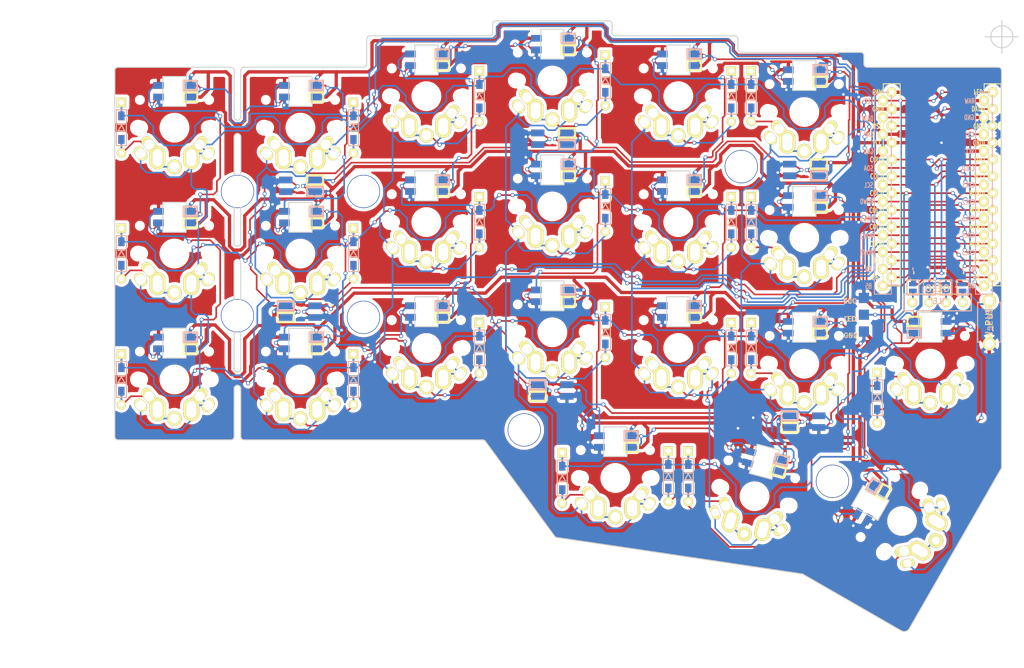
<source format=kicad_pcb>
(kicad_pcb (version 20240108) (generator "pcbnew") (generator_version "8.0")
  (title_block (title "Crkbd") (date "2018/05/15") (rev "1.1") (company "foostan"))
  (layers (0 "F.Cu" signal) (31 "B.Cu" signal) (34 "B.Paste" user) (35 "F.Paste" user) (36 "B.SilkS" user "B.Silkscreen") (37 "F.SilkS" user "F.Silkscreen") (38 "B.Mask" user) (39 "F.Mask" user) (44 "Edge.Cuts" user))
  (net 0 "")
  (net 1 "row0")
  (net 2 "Net-(D1-A)")
  (net 3 "row1")
  (net 4 "Net-(D2-A)")
  (net 5 "row2")
  (net 6 "Net-(D3-A)")
  (net 7 "row3")
  (net 8 "Net-(D4-A)")
  (net 9 "Net-(D5-A)")
  (net 10 "Net-(D6-A)")
  (net 11 "Net-(D7-A)")
  (net 12 "Net-(D8-A)")
  (net 13 "Net-(D9-A)")
  (net 14 "Net-(D10-A)")
  (net 15 "Net-(D11-A)")
  (net 16 "Net-(D12-A)")
  (net 17 "Net-(D13-A)")
  (net 18 "Net-(D14-A)")
  (net 19 "Net-(D15-A)")
  (net 20 "Net-(D16-A)")
  (net 21 "Net-(D17-A)")
  (net 22 "Net-(D18-A)")
  (net 23 "Net-(D19-A)")
  (net 24 "Net-(D20-A)")
  (net 25 "Net-(D21-A)")
  (net 26 "GND")
  (net 27 "VCC")
  (net 28 "col0")
  (net 29 "col1")
  (net 30 "col2")
  (net 31 "col3")
  (net 32 "col4")
  (net 33 "col5")
  (net 34 "LED")
  (net 35 "data")
  (net 36 "Net-(D22-A)")
  (net 37 "Net-(J2-Pin_1)")
  (net 38 "Net-(J2-Pin_3)")
  (net 39 "Net-(J2-Pin_2)")
  (net 40 "Net-(J2-Pin_4)")
  (net 41 "Net-(L1-DOUT)")
  (net 42 "Net-(L1-DIN)")
  (net 43 "Net-(L2-DIN)")
  (net 44 "Net-(L4-DOUT)")
  (net 45 "Net-(L5-DOUT)")
  (net 46 "Net-(L28-DIN)")
  (net 47 "Net-(L13-DIN)")
  (net 48 "reset")
  (net 49 "SCL")
  (net 50 "SDA")
  (net 51 "Net-(L7-DIN)")
  (net 52 "Net-(L14-DOUT)")
  (net 53 "Net-(L10-DOUT)")
  (net 54 "Net-(L15-DIN)")
  (net 55 "Net-(L10-DIN)")
  (net 56 "Net-(L11-DIN)")
  (net 57 "Net-(L11-DOUT)")
  (net 58 "Net-(L12-DIN)")
  (net 59 "Net-(L13-DOUT)")
  (net 60 "Net-(L14-DIN)")
  (net 61 "Net-(L15-DOUT)")
  (net 62 "Net-(L16-DIN)")
  (net 63 "Net-(L17-DOUT)")
  (net 64 "Net-(L18-DIN)")
  (net 67 "Net-(L20-DIN)")
  (net 68 "Net-(L22-DIN)")
  (net 69 "Net-(L23-DOUT)")
  (net 70 "Net-(L24-DIN)")
  (net 71 "Net-(L25-DIN)")
  (net 72 "Net-(L27-DIN)")
  (footprint "kbd:D3_TH_SMD" (layer "F.Cu") (at 62 77.125 -90)
    (property "Reference" "D1" (hide yes))
    (property "Value" "D" (hide yes))
  )
  (footprint "kbd:D3_TH_SMD" (layer "F.Cu") (at 97 77.125 -90)
    (property "Reference" "D2" (hide yes))
    (property "Value" "D" (hide yes))
  )
  (footprint "kbd:D3_TH_SMD" (layer "F.Cu") (at 116 72.375 -90)
    (property "Reference" "D3" (hide yes))
    (property "Value" "D" (hide yes))
  )
  (footprint "kbd:D3_TH_SMD" (layer "F.Cu") (at 135 70 -90)
    (property "Reference" "D4" (hide yes))
    (property "Value" "D" (hide yes))
  )
  (footprint "kbd:D3_TH_SMD" (layer "F.Cu") (at 154 72.375 -90)
    (property "Reference" "D5" (hide yes))
    (property "Value" "D" (hide yes))
  )
  (footprint "kbd:D3_TH_SMD" (layer "F.Cu") (at 157 72.375 -90)
    (property "Reference" "D6" (hide yes))
    (property "Value" "D" (hide yes))
  )
  (footprint "kbd:D3_TH_SMD" (layer "F.Cu") (at 62 96.125 -90)
    (property "Reference" "D7" (hide yes))
    (property "Value" "D" (hide yes))
  )
  (footprint "kbd:D3_TH_SMD" (layer "F.Cu") (at 97 96.125 -90)
    (property "Reference" "D8" (hide yes))
    (property "Value" "D" (hide yes))
  )
  (footprint "kbd:D3_TH_SMD" (layer "F.Cu") (at 116 91.375 -90)
    (property "Reference" "D9" (hide yes))
    (property "Value" "D" (hide yes))
  )
  (footprint "kbd:D3_TH_SMD" (layer "F.Cu") (at 135 89 -90)
    (property "Reference" "D10" (hide yes))
    (property "Value" "D" (hide yes))
  )
  (footprint "kbd:D3_TH_SMD" (layer "F.Cu") (at 154 91.375 -90)
    (property "Reference" "D11" (hide yes))
    (property "Value" "D" (hide yes))
  )
  (footprint "kbd:D3_TH_SMD" (layer "F.Cu") (at 157 91.375 -90)
    (property "Reference" "D12" (hide yes))
    (property "Value" "D" (hide yes))
  )
  (footprint "kbd:D3_TH_SMD" (layer "F.Cu") (at 62 115.125 -90)
    (property "Reference" "D13" (hide yes))
    (property "Value" "D" (hide yes))
  )
  (footprint "kbd:D3_TH_SMD" (layer "F.Cu") (at 97 115.125 -90)
    (property "Reference" "D14" (hide yes))
    (property "Value" "D" (hide yes))
  )
  (footprint "kbd:D3_TH_SMD" (layer "F.Cu") (at 116 110.375 -90)
    (property "Reference" "D15" (hide yes))
    (property "Value" "D" (hide yes))
  )
  (footprint "kbd:D3_TH_SMD" (layer "F.Cu") (at 135 108 -90)
    (property "Reference" "D16" (hide yes))
    (property "Value" "D" (hide yes))
  )
  (footprint "kbd:D3_TH_SMD" (layer "F.Cu") (at 154 110.375 -90)
    (property "Reference" "D17" (hide yes))
    (property "Value" "D" (hide yes))
  )
  (footprint "kbd:D3_TH_SMD" (layer "F.Cu") (at 157 110.375 -90)
    (property "Reference" "D18" (hide yes))
    (property "Value" "D" (hide yes))
  )
  (footprint "kbd:D3_TH_SMD" (layer "F.Cu") (at 128.5 130 -90)
    (property "Reference" "D19" (hide yes))
    (property "Value" "D" (hide yes))
  )
  (footprint "kbd:D3_TH_SMD" (layer "F.Cu") (at 144.5 129.75 -90)
    (property "Reference" "D20" (hide yes))
    (property "Value" "D" (hide yes))
  )
  (footprint "kbd:D3_TH_SMD" (layer "F.Cu") (at 147.5 129.75 -90)
    (property "Reference" "D21" (hide yes))
    (property "Value" "D" (hide yes))
  )
  (footprint "kbd:SK6812MINI_rev" (layer "F.Cu") (at 70 71.625)
    (property "Reference" "L7" (hide yes))
    (property "Value" "SK6812MINI" (hide yes))
  )
  (footprint "kbd:SK6812MINI_rev" (layer "F.Cu") (at 89 71.625)
    (property "Reference" "L8" (hide yes))
    (property "Value" "SK6812MINI" (hide yes))
  )
  (footprint "kbd:SK6812MINI_rev" (layer "F.Cu") (at 108 66.875)
    (property "Reference" "L9" (hide yes))
    (property "Value" "SK6812MINI" (hide yes))
  )
  (footprint "kbd:SK6812MINI_rev" (layer "F.Cu") (at 127 64.5)
    (property "Reference" "L10" (hide yes))
    (property "Value" "SK6812MINI" (hide yes))
  )
  (footprint "kbd:SK6812MINI_rev" (layer "F.Cu") (at 146 66.875)
    (property "Reference" "L11" (hide yes))
    (property "Value" "SK6812MINI" (hide yes))
  )
  (footprint "kbd:SK6812MINI_rev" (layer "F.Cu") (at 165 69.25)
    (property "Reference" "L12" (hide yes))
    (property "Value" "SK6812MINI" (hide yes))
  )
  (footprint "kbd:SK6812MINI_rev" (layer "F.Cu") (at 70 90.625)
    (property "Reference" "L13" (hide yes))
    (property "Value" "SK6812MINI" (hide yes))
  )
  (footprint "kbd:SK6812MINI_rev" (layer "F.Cu") (at 89 90.625)
    (property "Reference" "L14" (hide yes))
    (property "Value" "SK6812MINI" (hide yes))
  )
  (footprint "kbd:SK6812MINI_rev" (layer "F.Cu") (at 108 85.875)
    (property "Reference" "L15" (hide yes))
    (property "Value" "SK6812MINI" (hide yes))
  )
  (footprint "kbd:SK6812MINI_rev" (layer "F.Cu") (at 127 83.5)
    (property "Reference" "L16" (hide yes))
    (property "Value" "SK6812MINI" (hide yes))
  )
  (footprint "kbd:SK6812MINI_rev" (layer "F.Cu") (at 146 85.875)
    (property "Reference" "L17" (hide yes))
    (property "Value" "SK6812MINI" (hide yes))
  )
  (footprint "kbd:SK6812MINI_rev" (layer "F.Cu") (at 165 88.25)
    (property "Reference" "L18" (hide yes))
    (property "Value" "SK6812MINI" (hide yes))
  )
  (footprint "kbd:SK6812MINI_rev" (layer "F.Cu") (at 70 109.625)
    (property "Reference" "L19" (hide yes))
    (property "Value" "SK6812MINI" (hide yes))
  )
  (footprint "kbd:SK6812MINI_rev" (layer "F.Cu") (at 89 109.625)
    (property "Reference" "L20" (hide yes))
    (property "Value" "SK6812MINI" (hide yes))
  )
  (footprint "kbd:SK6812MINI_rev" (layer "F.Cu") (at 108 104.875)
    (property "Reference" "L21" (hide yes))
    (property "Value" "SK6812MINI" (hide yes))
  )
  (footprint "kbd:SK6812MINI_rev" (layer "F.Cu") (at 127 102.5)
    (property "Reference" "L22" (hide yes))
    (property "Value" "SK6812MINI" (hide yes))
  )
  (footprint "kbd:SK6812MINI_rev" (layer "F.Cu") (at 146 104.875)
    (property "Reference" "L23" (hide yes))
    (property "Value" "SK6812MINI" (hide yes))
  )
  (footprint "kbd:SK6812MINI_rev" (layer "F.Cu") (at 165 107.25)
    (property "Reference" "L24" (hide yes))
    (property "Value" "SK6812MINI" (hide yes))
  )
  (footprint "kbd:SK6812MINI_rev" (layer "F.Cu") (at 136.5 124.5)
    (property "Reference" "L25" (hide yes))
    (property "Value" "SK6812MINI" (hide yes))
  )
  (footprint "kbd:SK6812MINI_rev" (layer "F.Cu") (at 159 127.5 -15)
    (property "Reference" "L26" (hide yes))
    (property "Value" "SK6812MINI" (hide yes))
  )
  (footprint "kbd:SK6812MINI_rev" (layer "F.Cu") (at 175 133.75 60)
    (property "Reference" "L27" (hide yes))
    (property "Value" "SK6812MINI" (hide yes))
  )
  (footprint "kbd:MX_ALPS_PG1350_noLed" (layer "F.Cu") (at 70 77.125 180)
    (property "Reference" "SW1" (hide yes))
    (property "Value" "SW_PUSH" (hide yes))
  )
  (footprint "kbd:MX_ALPS_PG1350_noLed" (layer "F.Cu") (at 89 77.125 180)
    (property "Reference" "SW2" (hide yes))
    (property "Value" "SW_PUSH" (hide yes))
  )
  (footprint "kbd:MX_ALPS_PG1350_noLed" (layer "F.Cu") (at 108 72.375 180)
    (property "Reference" "SW3" (hide yes))
    (property "Value" "SW_PUSH" (hide yes))
  )
  (footprint "kbd:MX_ALPS_PG1350_noLed" (layer "F.Cu") (at 127 70 180)
    (property "Reference" "SW4" (hide yes))
    (property "Value" "SW_PUSH" (hide yes))
  )
  (footprint "kbd:MX_ALPS_PG1350_noLed" (layer "F.Cu") (at 146 72.375 180)
    (property "Reference" "SW5" (hide yes))
    (property "Value" "SW_PUSH" (hide yes))
  )
  (footprint "kbd:MX_ALPS_PG1350_noLed" (layer "F.Cu") (at 165 74.75 180)
    (property "Reference" "SW6" (hide yes))
    (property "Value" "SW_PUSH" (hide yes))
  )
  (footprint "kbd:MX_ALPS_PG1350_noLed" (layer "F.Cu") (at 70 96.125 180)
    (property "Reference" "SW7" (hide yes))
    (property "Value" "SW_PUSH" (hide yes))
  )
  (footprint "kbd:MX_ALPS_PG1350_noLed" (layer "F.Cu") (at 89 96.125 180)
    (property "Reference" "SW8" (hide yes))
    (property "Value" "SW_PUSH" (hide yes))
  )
  (footprint "kbd:MX_ALPS_PG1350_noLed" (layer "F.Cu") (at 108 91.375 180)
    (property "Reference" "SW9" (hide yes))
    (property "Value" "SW_PUSH" (hide yes))
  )
  (footprint "kbd:MX_ALPS_PG1350_noLed" (layer "F.Cu") (at 127 89 180)
    (property "Reference" "SW10" (hide yes))
    (property "Value" "SW_PUSH" (hide yes))
  )
  (footprint "kbd:MX_ALPS_PG1350_noLed" (layer "F.Cu") (at 146 91.375 180)
    (property "Reference" "SW11" (hide yes))
    (property "Value" "SW_PUSH" (hide yes))
  )
  (footprint "kbd:MX_ALPS_PG1350_noLed" (layer "F.Cu") (at 165 93.75 180)
    (property "Reference" "SW12" (hide yes))
    (property "Value" "SW_PUSH" (hide yes))
  )
  (footprint "kbd:MX_ALPS_PG1350_noLed" (layer "F.Cu") (at 70 115.125 180)
    (property "Reference" "SW13" (hide yes))
    (property "Value" "SW_PUSH" (hide yes))
  )
  (footprint "kbd:MX_ALPS_PG1350_noLed" (layer "F.Cu") (at 89 115.125 180)
    (property "Reference" "SW14" (hide yes))
    (property "Value" "SW_PUSH" (hide yes))
  )
  (footprint "kbd:MX_ALPS_PG1350_noLed" (layer "F.Cu") (at 108 110.375 180)
    (property "Reference" "SW15" (hide yes))
    (property "Value" "SW_PUSH" (hide yes))
  )
  (footprint "kbd:MX_ALPS_PG1350_noLed" (layer "F.Cu") (at 127 108 180)
    (property "Reference" "SW16" (hide yes))
    (property "Value" "SW_PUSH" (hide yes))
  )
  (footprint "kbd:MX_ALPS_PG1350_noLed" (layer "F.Cu") (at 146 110.375 180)
    (property "Reference" "SW17" (hide yes))
    (property "Value" "SW_PUSH" (hide yes))
  )
  (footprint "kbd:MX_ALPS_PG1350_noLed" (layer "F.Cu") (at 165 112.75 180)
    (property "Reference" "SW18" (hide yes))
    (property "Value" "SW_PUSH" (hide yes))
  )
  (footprint "kbd:MX_ALPS_PG1350_noLed" (layer "F.Cu") (at 136.5 130 180)
    (property "Reference" "SW19" (hide yes))
    (property "Value" "SW_PUSH" (hide yes))
  )
  (footprint "kbd:MX_ALPS_PG1350_noLed" (layer "F.Cu") (at 157.5 132.75 165)
    (property "Reference" "SW20" (hide yes))
    (property "Value" "SW_PUSH" (hide yes))
  )
  (footprint "kbd:MX_ALPS_PG1350_noLed_1.75u" (layer "F.Cu") (at 179.75 136.5 -120)
    (property "Reference" "SW21" (hide yes))
    (property "Value" "SW_PUSH" (hide yes))
  )
  (footprint "kbd:Jumper" (layer "F.Cu") (at 188.875 101.25 -90)
    (property "Reference" "JP2" (hide yes))
    (property "Value" "~")
  )
  (footprint "kbd:Jumper" (layer "F.Cu") (at 186.375 101.25 -90)
    (property "Reference" "JP3" (hide yes))
    (property "Value" "~")
  )
  (footprint "kbd:Jumper" (layer "F.Cu") (at 183.875 101.25 -90)
    (property "Reference" "JP4" (hide yes))
    (property "Value" "~")
  )
  (footprint "kbd:Jumper" (layer "F.Cu") (at 181.375 101.25 -90)
    (property "Reference" "JP5" (hide yes))
    (property "Value" "~")
  )
  (footprint "kbd:ProMicro_v2" (layer "F.Cu") (at 185.75 86.25)
    (property "Reference" "U1" (hide yes))
    (property "Value" "ProMicro" (hide yes))
  )
  (footprint "kbd:StripLED_rev" (layer "F.Cu") (at 174 107.9 180)
    (property "Reference" "J3" (hide yes))
    (property "Value" "LED" (hide yes))
  )
  (footprint "kbd:OLED" (layer "F.Cu") (at 181.3 103.5)
    (property "Reference" "J2")
    (property "Value" "OLED" (hide yes))
  )
  (footprint "kbd:ResetSW" (layer "F.Cu") (at 192.9 106.5 90)
    (property "Reference" "RSW1" (hide yes))
    (property "Value" "SW_PUSH")
  )
  (footprint "kbd:SK6812MINI_underglow_rev" (layer "F.Cu") (at 89 85.9)
    (property "Reference" "L1" (hide yes))
    (property "Value" "SK6812MINI" (hide yes))
  )
  (footprint "kbd:SK6812MINI_underglow_rev" (layer "F.Cu") (at 127 78.8)
    (property "Reference" "L2" (hide yes))
    (property "Value" "SK6812MINI" (hide yes))
  )
  (footprint "kbd:SK6812MINI_underglow_rev" (layer "F.Cu") (at 165 83.5)
    (property "Reference" "L3" (hide yes))
    (property "Value" "SK6812MINI" (hide yes))
  )
  (footprint "kbd:SK6812MINI_underglow_rev" (layer "F.Cu") (at 89 104.9 180)
    (property "Reference" "L4" (hide yes))
    (property "Value" "SK6812MINI" (hide yes))
  )
  (footprint "kbd:SK6812MINI_underglow_rev" (layer "F.Cu") (at 127 116.8 180)
    (property "Reference" "L5" (hide yes))
    (property "Value" "SK6812MINI" (hide yes))
  )
  (footprint "kbd:SK6812MINI_underglow_rev" (layer "F.Cu") (at 165 121.5 180)
    (property "Reference" "L6" (hide yes))
    (property "Value" "SK6812MINI" (hide yes))
  )
  (footprint "" (layer "F.Cu") (at 155.5 83)
    (property "Reference" "")
    (property "Value" "")
  )
  (footprint "kbd:LEGO_HOLE" (layer "F.Cu") (at 98.51 105.75)
    (property "Reference" "")
    (property "Value" "")
  )
  (footprint "kbd:D3_TH_SMD" (layer "F.Cu") (at 176.01 117.875 -90)
    (property "Reference" "D22" (hide yes))
    (property "Value" "D" (hide yes))
  )
  (footprint "kbd:LEGO_HOLE" (layer "F.Cu") (at 79.5 105.5)
    (property "Reference" "")
    (property "Value" "")
  )
  (footprint "kbd:LEGO_HOLE" (layer "F.Cu") (at 98.51 86.75)
    (property "Reference" "")
    (property "Value" "")
  )
  (footprint "kbd:MX_ALPS_PG1350_noLed" (layer "F.Cu") (at 184.01 112.75 180)
    (property "Reference" "SW22" (hide yes))
    (property "Value" "SW_PUSH" (hide yes))
  )
  (footprint "" (layer "F.Cu") (at 79.51 86.75)
    (property "Reference" "")
    (property "Value" "")
  )
  (footprint "kbd:LEGO_HOLE" (layer "F.Cu") (at 122.76 122.75)
    (property "Reference" "")
    (property "Value" "")
  )
  (footprint "kbd:LEGO_HOLE" (layer "F.Cu") (at 169.25 130.5)
    (property "Reference" "")
    (property "Value" "")
  )
  (footprint "kbd:SK6812MINI_rev" (layer "F.Cu") (at 184 107.25 180)
    (property "Reference" "L28" (hide yes))
    (property "Value" "SK6812MINI" (hide yes))
  )
  (footprint "kbd:Jumper" (layer "B.Cu") (at 188.875 101.25 -90)
    (property "Reference" "JP6" (hide yes))
    (property "Value" "~")
  )
  (footprint "kbd:Jumper" (layer "B.Cu") (at 186.375 101.25 -90)
    (property "Reference" "JP7" (hide yes))
    (property "Value" "~")
  )
  (footprint "kbd:Jumper" (layer "B.Cu") (at 183.875 101.25 -90)
    (property "Reference" "JP8" (hide yes))
    (property "Value" "~")
  )
  (footprint "kbd:Jumper" (layer "B.Cu") (at 181.375 101.25 -90)
    (property "Reference" "JP9" (hide yes))
    (property "Value" "~")
  )
  (gr_line (start 87.25 69.4) (end 87.25 73.9) (stroke (width 0.15)) (layer "Edge.Cuts"))
  (gr_line (start 87.25 73.9) (end 90.75 73.9) (stroke (width 0.15)) (layer "Edge.Cuts"))
  (gr_line (start 90.75 73.9) (end 90.75 69.4) (stroke (width 0.15)) (layer "Edge.Cuts"))
  (gr_line (start 90.75 69.4) (end 87.25 69.4) (stroke (width 0.15)) (layer "Edge.Cuts"))
  (gr_line (start 68.25 88.4) (end 68.25 92.9) (stroke (width 0.15)) (layer "Edge.Cuts"))
  (gr_line (start 68.25 92.9) (end 71.75 92.9) (stroke (width 0.15)) (layer "Edge.Cuts"))
  (gr_line (start 71.75 92.9) (end 71.75 88.4) (stroke (width 0.15)) (layer "Edge.Cuts"))
  (gr_line (start 71.75 88.4) (end 68.25 88.4) (stroke (width 0.15)) (layer "Edge.Cuts"))
  (gr_line (start 87.25 88.4) (end 87.25 92.9) (stroke (width 0.15)) (layer "Edge.Cuts"))
  (gr_line (start 87.25 92.9) (end 90.75 92.9) (stroke (width 0.15)) (layer "Edge.Cuts"))
  (gr_line (start 90.75 92.9) (end 90.75 88.4) (stroke (width 0.15)) (layer "Edge.Cuts"))
  (gr_line (start 90.75 88.4) (end 87.25 88.4) (stroke (width 0.15)) (layer "Edge.Cuts"))
  (gr_line (start 68.25 107.4) (end 68.25 111.9) (stroke (width 0.15)) (layer "Edge.Cuts"))
  (gr_line (start 68.25 111.9) (end 71.75 111.9) (stroke (width 0.15)) (layer "Edge.Cuts"))
  (gr_line (start 71.75 111.9) (end 71.75 107.4) (stroke (width 0.15)) (layer "Edge.Cuts"))
  (gr_line (start 71.75 107.4) (end 68.25 107.4) (stroke (width 0.15)) (layer "Edge.Cuts"))
  (gr_line (start 87.25 107.4) (end 87.25 111.9) (stroke (width 0.15)) (layer "Edge.Cuts"))
  (gr_line (start 87.25 111.9) (end 90.75 111.9) (stroke (width 0.15)) (layer "Edge.Cuts"))
  (gr_line (start 90.75 111.9) (end 90.75 107.4) (stroke (width 0.15)) (layer "Edge.Cuts"))
  (gr_line (start 90.75 107.4) (end 87.25 107.4) (stroke (width 0.15)) (layer "Edge.Cuts"))
  (gr_line (start 106.25 64.65) (end 106.25 69.15) (stroke (width 0.15)) (layer "Edge.Cuts"))
  (gr_line (start 106.25 69.15) (end 109.75 69.15) (stroke (width 0.15)) (layer "Edge.Cuts"))
  (gr_line (start 109.75 69.15) (end 109.75 64.65) (stroke (width 0.15)) (layer "Edge.Cuts"))
  (gr_line (start 109.75 64.65) (end 106.25 64.65) (stroke (width 0.15)) (layer "Edge.Cuts"))
  (gr_line (start 125.25 62.25) (end 125.25 66.75) (stroke (width 0.15)) (layer "Edge.Cuts"))
  (gr_line (start 125.25 66.75) (end 128.75 66.75) (stroke (width 0.15)) (layer "Edge.Cuts"))
  (gr_line (start 128.75 66.75) (end 128.75 62.25) (stroke (width 0.15)) (layer "Edge.Cuts"))
  (gr_line (start 128.75 62.25) (end 125.25 62.25) (stroke (width 0.15)) (layer "Edge.Cuts"))
  (gr_line (start 144.25 64.65) (end 144.25 69.15) (stroke (width 0.15)) (layer "Edge.Cuts"))
  (gr_line (start 144.25 69.15) (end 147.75 69.15) (stroke (width 0.15)) (layer "Edge.Cuts"))
  (gr_line (start 147.75 69.15) (end 147.75 64.65) (stroke (width 0.15)) (layer "Edge.Cuts"))
  (gr_line (start 147.75 64.65) (end 144.25 64.65) (stroke (width 0.15)) (layer "Edge.Cuts"))
  (gr_line (start 163.25 67) (end 163.25 71.5) (stroke (width 0.15)) (layer "Edge.Cuts"))
  (gr_line (start 163.25 71.5) (end 166.75 71.5) (stroke (width 0.15)) (layer "Edge.Cuts"))
  (gr_line (start 166.75 71.5) (end 166.75 67) (stroke (width 0.15)) (layer "Edge.Cuts"))
  (gr_line (start 166.75 67) (end 163.25 67) (stroke (width 0.15)) (layer "Edge.Cuts"))
  (gr_line (start 106.25 83.65) (end 106.25 88.15) (stroke (width 0.15)) (layer "Edge.Cuts"))
  (gr_line (start 106.25 88.15) (end 109.75 88.15) (stroke (width 0.15)) (layer "Edge.Cuts"))
  (gr_line (start 109.75 88.15) (end 109.75 83.65) (stroke (width 0.15)) (layer "Edge.Cuts"))
  (gr_line (start 109.75 83.65) (end 106.25 83.65) (stroke (width 0.15)) (layer "Edge.Cuts"))
  (gr_line (start 125.25 81.25) (end 125.25 85.75) (stroke (width 0.15)) (layer "Edge.Cuts"))
  (gr_line (start 125.25 85.75) (end 128.75 85.75) (stroke (width 0.15)) (layer "Edge.Cuts"))
  (gr_line (start 128.75 85.75) (end 128.75 81.25) (stroke (width 0.15)) (layer "Edge.Cuts"))
  (gr_line (start 128.75 81.25) (end 125.25 81.25) (stroke (width 0.15)) (layer "Edge.Cuts"))
  (gr_line (start 144.25 83.65) (end 144.25 88.15) (stroke (width 0.15)) (layer "Edge.Cuts"))
  (gr_line (start 144.25 88.15) (end 147.75 88.15) (stroke (width 0.15)) (layer "Edge.Cuts"))
  (gr_line (start 147.75 88.15) (end 147.75 83.65) (stroke (width 0.15)) (layer "Edge.Cuts"))
  (gr_line (start 147.75 83.65) (end 144.25 83.65) (stroke (width 0.15)) (layer "Edge.Cuts"))
  (gr_line (start 163.25 86) (end 163.25 90.5) (stroke (width 0.15)) (layer "Edge.Cuts"))
  (gr_line (start 163.25 90.5) (end 166.75 90.5) (stroke (width 0.15)) (layer "Edge.Cuts"))
  (gr_line (start 166.75 90.5) (end 166.75 86) (stroke (width 0.15)) (layer "Edge.Cuts"))
  (gr_line (start 166.75 86) (end 163.25 86) (stroke (width 0.15)) (layer "Edge.Cuts"))
  (gr_line (start 106.25 102.65) (end 106.25 107.15) (stroke (width 0.15)) (layer "Edge.Cuts"))
  (gr_line (start 106.25 107.15) (end 109.75 107.15) (stroke (width 0.15)) (layer "Edge.Cuts"))
  (gr_line (start 109.75 107.15) (end 109.75 102.65) (stroke (width 0.15)) (layer "Edge.Cuts"))
  (gr_line (start 109.75 102.65) (end 106.25 102.65) (stroke (width 0.15)) (layer "Edge.Cuts"))
  (gr_line (start 125.25 100.25) (end 125.25 104.75) (stroke (width 0.15)) (layer "Edge.Cuts"))
  (gr_line (start 125.25 104.75) (end 128.75 104.75) (stroke (width 0.15)) (layer "Edge.Cuts"))
  (gr_line (start 128.75 104.75) (end 128.75 100.25) (stroke (width 0.15)) (layer "Edge.Cuts"))
  (gr_line (start 128.75 100.25) (end 125.25 100.25) (stroke (width 0.15)) (layer "Edge.Cuts"))
  (gr_line (start 144.25 102.65) (end 144.25 107.15) (stroke (width 0.15)) (layer "Edge.Cuts"))
  (gr_line (start 144.25 107.15) (end 147.75 107.15) (stroke (width 0.15)) (layer "Edge.Cuts"))
  (gr_line (start 147.75 107.15) (end 147.75 102.65) (stroke (width 0.15)) (layer "Edge.Cuts"))
  (gr_line (start 147.75 102.65) (end 144.25 102.65) (stroke (width 0.15)) (layer "Edge.Cuts"))
  (gr_line (start 163.25 105) (end 163.25 109.5) (stroke (width 0.15)) (layer "Edge.Cuts"))
  (gr_line (start 163.25 109.5) (end 166.75 109.5) (stroke (width 0.15)) (layer "Edge.Cuts"))
  (gr_line (start 166.75 109.5) (end 166.75 105) (stroke (width 0.15)) (layer "Edge.Cuts"))
  (gr_line (start 166.75 105) (end 163.25 105) (stroke (width 0.15)) (layer "Edge.Cuts"))
  (gr_line (start 134.75 122.3) (end 134.75 126.75) (stroke (width 0.15)) (layer "Edge.Cuts"))
  (gr_line (start 134.75 126.75) (end 138.25 126.75) (stroke (width 0.15)) (layer "Edge.Cuts"))
  (gr_line (start 138.25 126.75) (end 138.25 122.3) (stroke (width 0.15)) (layer "Edge.Cuts"))
  (gr_line (start 138.25 122.3) (end 134.75 122.3) (stroke (width 0.15)) (layer "Edge.Cuts"))
  (gr_line (start 157.9 124.9) (end 156.7 129.3) (stroke (width 0.15)) (layer "Edge.Cuts"))
  (gr_line (start 156.7 129.3) (end 160.1 130.2) (stroke (width 0.15)) (layer "Edge.Cuts"))
  (gr_line (start 160.1 130.2) (end 161.3 125.8) (stroke (width 0.15)) (layer "Edge.Cuts"))
  (gr_line (start 161.3 125.8) (end 157.9 124.9) (stroke (width 0.15)) (layer "Edge.Cuts"))
  (gr_arc (start 154.5 63.25) (mid 154.853553 63.396447) (end 155 63.75) (stroke (width 0.15)) (layer "Edge.Cuts"))
  (gr_arc (start 79.5 116) (mid 79.853553 116.146447) (end 80 116.5) (stroke (width 0.15)) (layer "Edge.Cuts"))
  (gr_arc (start 173.5 65.75) (mid 173.853553 65.896447) (end 174 66.25) (stroke (width 0.15)) (layer "Edge.Cuts"))
  (gr_arc (start 61.5 124.25) (mid 61.146447 124.103553) (end 61 123.75) (stroke (width 0.15)) (layer "Edge.Cuts"))
  (gr_line (start 180.8 152.8) (end 194.75 128.5) (stroke (width 0.15)) (layer "Edge.Cuts"))
  (gr_arc (start 79.5 97) (mid 79.853553 97.146447) (end 80 97.5) (stroke (width 0.15)) (layer "Edge.Cuts"))
  (gr_line (start 136 62.75) (end 136 61.5) (stroke (width 0.15)) (layer "Edge.Cuts"))
  (gr_line (start 79 123.75) (end 79 116.5) (stroke (width 0.15)) (layer "Edge.Cuts"))
  (gr_arc (start 180.8 152.8) (mid 180.232635 153.169741) (end 179.57 153.03) (stroke (width 0.15)) (layer "Edge.Cuts"))
  (gr_arc (start 79 97.5) (mid 79.146447 97.146447) (end 79.5 97) (stroke (width 0.15)) (layer "Edge.Cuts"))
  (gr_line (start 154.5 63.25) (end 136.5 63.25) (stroke (width 0.15)) (layer "Edge.Cuts"))
  (gr_line (start 71.75 73.9) (end 71.75 69.4) (stroke (width 0.15)) (layer "Edge.Cuts"))
  (gr_line (start 79 78.5) (end 79 94.5) (stroke (width 0.15)) (layer "Edge.Cuts"))
  (gr_line (start 173.5 65.75) (end 155.5 65.75) (stroke (width 0.15)) (layer "Edge.Cuts"))
  (gr_arc (start 80 75.5) (mid 79.853553 75.853553) (end 79.5 76) (stroke (width 0.15)) (layer "Edge.Cuts"))
  (gr_arc (start 80 113.5) (mid 79.853553 113.853553) (end 79.5 114) (stroke (width 0.15)) (layer "Edge.Cuts"))
  (gr_line (start 176.1 136.4) (end 177.8 133.4) (stroke (width 0.15)) (layer "Edge.Cuts"))
  (gr_arc (start 78.5 68) (mid 78.853553 68.146447) (end 79 68.5) (stroke (width 0.15)) (layer "Edge.Cuts"))
  (gr_line (start 117.5 63.25) (end 99.5 63.25) (stroke (width 0.15)) (layer "Edge.Cuts"))
  (gr_line (start 135.5 61) (end 118.5 61) (stroke (width 0.15)) (layer "Edge.Cuts"))
  (gr_line (start 116.5 124.25) (end 80.5 124.25) (stroke (width 0.15)) (layer "Edge.Cuts"))
  (gr_line (start 61.5 124.25) (end 78.5 124.25) (stroke (width 0.15)) (layer "Edge.Cuts"))
  (gr_line (start 155 65.25) (end 155 63.75) (stroke (width 0.15)) (layer "Edge.Cuts"))
  (gr_arc (start 79.5 78) (mid 79.853553 78.146447) (end 80 78.5) (stroke (width 0.15)) (layer "Edge.Cuts"))
  (gr_arc (start 155.5 65.75) (mid 155.146447 65.603553) (end 155 65.25) (stroke (width 0.15)) (layer "Edge.Cuts"))
  (gr_arc (start 194.25 68) (mid 194.603553 68.146447) (end 194.75 68.5) (stroke (width 0.15)) (layer "Edge.Cuts"))
  (gr_line (start 173.9 131.1) (end 172.1 134.2) (stroke (width 0.15)) (layer "Edge.Cuts"))
  (gr_line (start 182.25 109.5) (end 185.75 109.5) (stroke (width 0.15)) (layer "Edge.Cuts"))
  (gr_line (start 172.1 134.2) (end 176.1 136.4) (stroke (width 0.15)) (layer "Edge.Cuts"))
  (gr_arc (start 99 67.5) (mid 98.853553 67.853553) (end 98.5 68) (stroke (width 0.15)) (layer "Edge.Cuts"))
  (gr_arc (start 79 116.5) (mid 79.146447 116.146447) (end 79.5 116) (stroke (width 0.15)) (layer "Edge.Cuts"))
  (gr_arc (start 118 61.5) (mid 118.146447 61.146447) (end 118.5 61) (stroke (width 0.15)) (layer "Edge.Cuts"))
  (gr_line (start 80 97.5) (end 80 113.5) (stroke (width 0.15)) (layer "Edge.Cuts"))
  (gr_line (start 61 68.5) (end 61 123.75) (stroke (width 0.15)) (layer "Edge.Cuts"))
  (gr_line (start 174 66.25) (end 174 67.5) (stroke (width 0.15)) (layer "Edge.Cuts"))
  (gr_line (start 79 68.5) (end 79 75.5) (stroke (width 0.15)) (layer "Edge.Cuts"))
  (gr_line (start 98.5 68) (end 80.5 68) (stroke (width 0.15)) (layer "Edge.Cuts"))
  (gr_arc (start 136.5 63.25) (mid 136.146447 63.103553) (end 136 62.75) (stroke (width 0.15)) (layer "Edge.Cuts"))
  (gr_arc (start 61 68.5) (mid 61.146447 68.146447) (end 61.5 68) (stroke (width 0.15)) (layer "Edge.Cuts"))
  (gr_arc (start 79 78.5) (mid 79.146447 78.146447) (end 79.5 78) (stroke (width 0.15)) (layer "Edge.Cuts"))
  (gr_line (start 68.25 73.9) (end 71.75 73.9) (stroke (width 0.15)) (layer "Edge.Cuts"))
  (gr_line (start 185.75 109.5) (end 185.75 105) (stroke (width 0.15)) (layer "Edge.Cuts"))
  (gr_arc (start 99 63.75) (mid 99.146447 63.396447) (end 99.5 63.25) (stroke (width 0.15)) (layer "Edge.Cuts"))
  (gr_arc (start 79.5 76) (mid 79.146447 75.853553) (end 79 75.5) (stroke (width 0.15)) (layer "Edge.Cuts"))
  (gr_line (start 182.25 105) (end 182.25 109.5) (stroke (width 0.15)) (layer "Edge.Cuts"))
  (gr_line (start 116.853553 124.396447) (end 127.398237 138.855334) (stroke (width 0.15)) (layer "Edge.Cuts"))
  (gr_line (start 80 116.5) (end 80 123.75) (stroke (width 0.15)) (layer "Edge.Cuts"))
  (gr_line (start 194.25 68) (end 174.5 68) (stroke (width 0.15)) (layer "Edge.Cuts"))
  (gr_arc (start 79.5 95) (mid 79.146447 94.853553) (end 79 94.5) (stroke (width 0.15)) (layer "Edge.Cuts"))
  (gr_arc (start 80 68.5) (mid 80.146447 68.146447) (end 80.5 68) (stroke (width 0.15)) (layer "Edge.Cuts"))
  (gr_line (start 127.75 139) (end 164.75 144.5) (stroke (width 0.15)) (layer "Edge.Cuts"))
  (gr_line (start 164.75 144.5) (end 179.57 153.03) (stroke (width 0.15)) (layer "Edge.Cuts"))
  (gr_line (start 71.75 69.4) (end 68.25 69.4) (stroke (width 0.15)) (layer "Edge.Cuts"))
  (gr_arc (start 116.5 124.25) (mid 116.691342 124.28806) (end 116.853553 124.396447) (stroke (width 0.15)) (layer "Edge.Cuts"))
  (gr_arc (start 118 62.75) (mid 117.853553 63.103553) (end 117.5 63.25) (stroke (width 0.15)) (layer "Edge.Cuts"))
  (gr_arc (start 174.5 68) (mid 174.146447 67.853553) (end 174 67.5) (stroke (width 0.15)) (layer "Edge.Cuts"))
  (gr_line (start 80 94.5) (end 80 78.5) (stroke (width 0.15)) (layer "Edge.Cuts"))
  (gr_arc (start 135.5 61) (mid 135.853553 61.146447) (end 136 61.5) (stroke (width 0.15)) (layer "Edge.Cuts"))
  (gr_arc (start 80 94.5) (mid 79.853553 94.853553) (end 79.5 95) (stroke (width 0.15)) (layer "Edge.Cuts"))
  (gr_arc (start 80.5 124.25) (mid 80.146447 124.103553) (end 80 123.75) (stroke (width 0.15)) (layer "Edge.Cuts"))
  (gr_line (start 118 61.5) (end 118 62.75) (stroke (width 0.15)) (layer "Edge.Cuts"))
  (gr_line (start 99 63.75) (end 99 67.5) (stroke (width 0.15)) (layer "Edge.Cuts"))
  (gr_line (start 194.75 68.5) (end 194.75 128.5) (stroke (width 0.15)) (layer "Edge.Cuts"))
  (gr_arc (start 79 123.75) (mid 78.853553 124.103553) (end 78.5 124.25) (stroke (width 0.15)) (layer "Edge.Cuts"))
  (gr_arc (start 79.5 114) (mid 79.146447 113.853553) (end 79 113.5) (stroke (width 0.15)) (layer "Edge.Cuts"))
  (gr_line (start 177.8 133.4) (end 173.9 131.1) (stroke (width 0.15)) (layer "Edge.Cuts"))
  (gr_line (start 185.75 105) (end 182.25 105) (stroke (width 0.15)) (layer "Edge.Cuts"))
  (gr_line (start 68.25 69.4) (end 68.25 73.9) (stroke (width 0.15)) (layer "Edge.Cuts"))
  (gr_line (start 78.5 68) (end 61.5 68) (stroke (width 0.15)) (layer "Edge.Cuts"))
  (gr_line (start 79 113.5) (end 79 97.5) (stroke (width 0.15)) (layer "Edge.Cuts"))
  (gr_line (start 80 75.5) (end 80 68.5) (stroke (width 0.15)) (layer "Edge.Cuts"))
  (gr_arc (start 127.75 139) (mid 127.559825 138.962421) (end 127.398237 138.855334) (stroke (width 0.15)) (layer "Edge.Cuts"))
  (gr_text "GND" (at 171.9 103.3 0) (layer "B.SilkS") (effects (font (size 0.7 0.7) (thickness 0.125)) (justify mirror)))
  (gr_text "VCC" (at 172 108.5 0) (layer "B.SilkS") (effects (font (size 0.7 0.7) (thickness 0.125)) (justify mirror)))
  (gr_text "LED" (at 172 106 0) (layer "B.SilkS") (effects (font (size 0.7 0.7) (thickness 0.125)) (justify mirror)))
  (gr_text "OLED" (at 185.1 103.3 0) (layer "B.SilkS") (effects (font (size 0.8128 0.8128)) (justify mirror)))
  (gr_text "GND" (at 172 108.5 0) (layer "F.SilkS") (effects (font (size 0.7 0.7) (thickness 0.125))))
  (gr_text "LED" (at 171.9 106 0) (layer "F.SilkS") (effects (font (size 0.7 0.7) (thickness 0.125))))
  (gr_text "VCC" (at 171.9 103.3 0) (layer "F.SilkS") (effects (font (size 0.7 0.7) (thickness 0.125))))
  (target plus (at 194.8 63.4) (size 5) (width 0.15) (layer "Edge.Cuts"))
  (segment (start 66.8 111.7) (end 67.6 110.9) (width 0.25) (layer "F.Cu") (net 0))
  (segment (start 67.6 110.9) (end 67.6 110.5) (width 0.25) (layer "F.Cu") (net 0))
  (segment (start 179.718 100.982) (end 183.2 97.5) (width 0.25) (layer "F.Cu") (net 0))
  (segment (start 183.2 97.5) (end 186.7 97.5) (width 0.25) (layer "F.Cu") (net 0))
  (segment (start 186.7 97.5) (end 188.912 99.712) (width 0.25) (layer "F.Cu") (net 0))
  (segment (start 188.912 99.712) (end 193.4064 99.712) (width 0.25) (layer "F.Cu") (net 0))
  (segment (start 180.288 99.712) (end 183 97) (width 0.25) (layer "F.Cu") (net 0))
  (segment (start 183 97) (end 187.1 97) (width 0.25) (layer "F.Cu") (net 0))
  (segment (start 187.1 97) (end 189.1 99) (width 0.25) (layer "F.Cu") (net 0))
  (segment (start 189.1 99) (end 190.7 99) (width 0.25) (layer "F.Cu") (net 0))
  (segment (start 190.7 100.4) (end 191.282 100.982) (width 0.25) (layer "F.Cu") (net 0))
  (segment (start 191.282 100.982) (end 192.1 100.982) (width 0.25) (layer "F.Cu") (net 0))
  (segment (start 180.858 98.442) (end 182.750002 96.549998) (width 0.25) (layer "F.Cu") (net 0))
  (segment (start 182.750002 96.549998) (end 187.286396 96.549998) (width 0.25) (layer "F.Cu") (net 0))
  (segment (start 187.286396 96.549998) (end 187.908398 97.172) (width 0.25) (layer "F.Cu") (net 0))
  (segment (start 187.908398 97.172) (end 193.4064 97.172) (width 0.25) (layer "F.Cu") (net 0))
  (segment (start 181.128 97.172) (end 182.5 95.8) (width 0.25) (layer "F.Cu") (net 0))
  (segment (start 182.5 95.8) (end 187.8 95.8) (width 0.25) (layer "F.Cu") (net 0))
  (segment (start 187.8 95.8) (end 188.3 96.3) (width 0.25) (layer "F.Cu") (net 0))
  (segment (start 189.2 98) (end 191.1 98) (width 0.25) (layer "F.Cu") (net 0))
  (segment (start 191.1 98) (end 191.542 98.442) (width 0.25) (layer "F.Cu") (net 0))
  (segment (start 191.542 98.442) (end 192.1 98.442) (width 0.25) (layer "F.Cu") (net 0))
  (segment (start 184.772 71.772) (end 186.042 73.042) (width 0.5) (layer "F.Cu") (net 0))
  (segment (start 186.042 73.042) (end 192.1 73.042) (width 0.5) (layer "F.Cu") (net 0))
  (segment (start 176.86 100.982) (end 179.718 100.982) (width 0.25) (layer "F.Cu") (net 0))
  (segment (start 178.1864 99.712) (end 180.288 99.712) (width 0.25) (layer "F.Cu") (net 0))
  (segment (start 178.1864 97.172) (end 181.128 97.172) (width 0.25) (layer "F.Cu") (net 0))
  (segment (start 176.86 98.442) (end 180.858 98.442) (width 0.25) (layer "F.Cu") (net 0))
  (segment (start 178.1864 71.772) (end 184.772 71.772) (width 0.5) (layer "F.Cu") (net 0))
  (via (at 66.8 111.7) (size 0.6) (drill 0.4) (layers "F.Cu" "B.Cu") (net 0))
  (via (at 190.7 100.4) (size 0.6) (drill 0.4) (layers "F.Cu" "B.Cu") (net 0))
  (via (at 190.7 99) (size 0.6) (drill 0.4) (layers "F.Cu" "B.Cu") (net 0))
  (via (at 188.3 96.3) (size 0.6) (drill 0.4) (layers "F.Cu" "B.Cu") (net 0))
  (via (at 189.2 98) (size 0.6) (drill 0.4) (layers "F.Cu" "B.Cu") (net 0))
  (segment (start 67.45 108.75) (end 66.2 110) (width 0.25) (layer "B.Cu") (net 0))
  (segment (start 66.2 110) (end 66.2 111.1) (width 0.25) (layer "B.Cu") (net 0))
  (segment (start 66.2 111.1) (end 66.8 111.7) (width 0.25) (layer "B.Cu") (net 0))
  (segment (start 190.7 99) (end 190.7 100.4) (width 0.25) (layer "B.Cu") (net 0))
  (segment (start 188.3 96.3) (end 189.2 97.2) (width 0.25) (layer "B.Cu") (net 0))
  (segment (start 189.2 97.2) (end 189.2 98) (width 0.25) (layer "B.Cu") (net 0))
  (segment (start 67.6 108.75) (end 67.45 108.75) (width 0.25) (layer "B.Cu") (net 0))
  (segment (start 174.8 77) (end 174.8 77.6) (width 0.25) (layer "F.Cu") (net 1))
  (segment (start 174.8 77.6) (end 174.3 78.1) (width 0.25) (layer "F.Cu") (net 1))
  (segment (start 174.3 78.1) (end 174.3 78.3) (width 0.25) (layer "F.Cu") (net 1))
  (segment (start 174.3 78.3) (end 174.1 78.5) (width 0.25) (layer "F.Cu") (net 1))
  (segment (start 174.1 80.775002) (end 173.775002 81.1) (width 0.25) (layer "F.Cu") (net 1))
  (segment (start 173.775002 81.1) (end 173.775002 87.875002) (width 0.25) (layer "F.Cu") (net 1))
  (segment (start 173.775002 87.875002) (end 174.182 88.282) (width 0.25) (layer "F.Cu") (net 1))
  (segment (start 176.86 88.282) (end 174.182 88.282) (width 0.25) (layer "F.Cu") (net 1))
  (segment (start 187.518 88.282) (end 188.788 87.012) (width 0.25) (layer "F.Cu") (net 1))
  (segment (start 188.788 87.012) (end 193.4064 87.012) (width 0.25) (layer "F.Cu") (net 1))
  (segment (start 176.86 88.282) (end 187.518 88.282) (width 0.25) (layer "F.Cu") (net 1))
  (segment (start 157 70.6) (end 157 68.565) (width 0.25) (layer "F.Cu") (net 1))
  (segment (start 154 70.6) (end 154 68.565) (width 0.25) (layer "F.Cu") (net 1))
  (segment (start 135 66.19) (end 135 68.225) (width 0.25) (layer "F.Cu") (net 1))
  (segment (start 174.1 80.2) (end 174.1 80.775002) (width 0.25) (layer "F.Cu") (net 1))
  (segment (start 97 73.315) (end 97 75.35) (width 0.25) (layer "F.Cu") (net 1))
  (segment (start 116 70.6) (end 116 68.565) (width 0.25) (layer "F.Cu") (net 1))
  (segment (start 62 73.315) (end 62 75.35) (width 0.25) (layer "F.Cu") (net 1))
  (via (at 174.1 78.5) (size 0.6) (drill 0.4) (layers "F.Cu" "B.Cu") (net 1))
  (via (at 174.1 80.2) (size 0.6) (drill 0.4) (layers "F.Cu" "B.Cu") (net 1))
  (via (at 174.8 77) (size 0.6) (drill 0.4) (layers "F.Cu" "B.Cu") (net 1))
  (segment (start 66.8 76.9) (end 66.8 78.1) (width 0.25) (layer "B.Cu") (net 1))
  (segment (start 66.8 78.1) (end 68.5 79.8) (width 0.25) (layer "B.Cu") (net 1))
  (segment (start 68.5 79.8) (end 71.4 79.8) (width 0.25) (layer "B.Cu") (net 1))
  (segment (start 71.4 79.8) (end 73.1 78.1) (width 0.25) (layer "B.Cu") (net 1))
  (segment (start 73.1 78.1) (end 73.1 76.9) (width 0.25) (layer "B.Cu") (net 1))
  (segment (start 73.1 76.9) (end 74.4 75.6) (width 0.25) (layer "B.Cu") (net 1))
  (segment (start 74.4 75.6) (end 76.2 75.6) (width 0.25) (layer "B.Cu") (net 1))
  (segment (start 76.2 75.6) (end 77.6 77) (width 0.25) (layer "B.Cu") (net 1))
  (segment (start 77.6 77) (end 80.8 77) (width 0.25) (layer "B.Cu") (net 1))
  (segment (start 80.8 77) (end 81.4 76.4) (width 0.25) (layer "B.Cu") (net 1))
  (segment (start 81.4 76.4) (end 81.4 75.2) (width 0.25) (layer "B.Cu") (net 1))
  (segment (start 81.4 75.2) (end 81.6 75) (width 0.25) (layer "B.Cu") (net 1))
  (segment (start 81.6 75) (end 87.4 75) (width 0.25) (layer "B.Cu") (net 1))
  (segment (start 87.4 75) (end 87.9 74.5) (width 0.25) (layer "B.Cu") (net 1))
  (segment (start 87.9 74.5) (end 90.2 74.5) (width 0.25) (layer "B.Cu") (net 1))
  (segment (start 90.2 74.5) (end 90.8 75.1) (width 0.25) (layer "B.Cu") (net 1))
  (segment (start 90.8 75.1) (end 95 75.1) (width 0.25) (layer "B.Cu") (net 1))
  (segment (start 95 75.1) (end 95.25 75.35) (width 0.25) (layer "B.Cu") (net 1))
  (segment (start 97 75.35) (end 95.25 75.35) (width 0.25) (layer "B.Cu") (net 1))
  (segment (start 65.2 75.3) (end 62.05 75.3) (width 0.25) (layer "B.Cu") (net 1))
  (segment (start 62.05 75.3) (end 62 75.35) (width 0.25) (layer "B.Cu") (net 1))
  (segment (start 97.85 75.35) (end 100.8 72.4) (width 0.25) (layer "B.Cu") (net 1))
  (segment (start 100.8 72.4) (end 100.8 71.4) (width 0.25) (layer "B.Cu") (net 1))
  (segment (start 100.8 71.4) (end 101.4 70.8) (width 0.25) (layer "B.Cu") (net 1))
  (segment (start 101.4 70.8) (end 103.4 70.8) (width 0.25) (layer "B.Cu") (net 1))
  (segment (start 103.4 70.8) (end 104.9 72.3) (width 0.25) (layer "B.Cu") (net 1))
  (segment (start 104.9 72.3) (end 104.9 73.2) (width 0.25) (layer "B.Cu") (net 1))
  (segment (start 104.9 73.2) (end 106.6 74.9) (width 0.25) (layer "B.Cu") (net 1))
  (segment (start 106.6 74.9) (end 109.2 74.9) (width 0.25) (layer "B.Cu") (net 1))
  (segment (start 109.2 74.9) (end 111 73.1) (width 0.25) (layer "B.Cu") (net 1))
  (segment (start 111 73.1) (end 111 71.9) (width 0.25) (layer "B.Cu") (net 1))
  (segment (start 111 71.9) (end 112.1 70.8) (width 0.25) (layer "B.Cu") (net 1))
  (segment (start 112.1 70.8) (end 115.8 70.8) (width 0.25) (layer "B.Cu") (net 1))
  (segment (start 115.8 70.8) (end 116 70.6) (width 0.25) (layer "B.Cu") (net 1))
  (segment (start 131.175 68.225) (end 129.9 69.5) (width 0.25) (layer "B.Cu") (net 1))
  (segment (start 129.9 69.5) (end 129.9 70.9) (width 0.25) (layer "B.Cu") (net 1))
  (segment (start 129.9 70.9) (end 128.2 72.6) (width 0.25) (layer "B.Cu") (net 1))
  (segment (start 128.2 72.6) (end 125.6 72.6) (width 0.25) (layer "B.Cu") (net 1))
  (segment (start 125.6 72.6) (end 123.8 70.8) (width 0.25) (layer "B.Cu") (net 1))
  (segment (start 123.8 70.8) (end 123.8 69.2) (width 0.25) (layer "B.Cu") (net 1))
  (segment (start 123.8 69.2) (end 122.7 68.1) (width 0.25) (layer "B.Cu") (net 1))
  (segment (start 122.7 68.1) (end 120.8 68.1) (width 0.25) (layer "B.Cu") (net 1))
  (segment (start 120.8 68.1) (end 119.5 69.4) (width 0.25) (layer "B.Cu") (net 1))
  (segment (start 119.5 69.4) (end 117.2 69.4) (width 0.25) (layer "B.Cu") (net 1))
  (segment (start 117.2 69.4) (end 116 70.6) (width 0.25) (layer "B.Cu") (net 1))
  (segment (start 150.3 70.6) (end 148.8 72.1) (width 0.25) (layer "B.Cu") (net 1))
  (segment (start 148.8 72.1) (end 148.8 73.3) (width 0.25) (layer "B.Cu") (net 1))
  (segment (start 148.8 73.3) (end 147.2 74.9) (width 0.25) (layer "B.Cu") (net 1))
  (segment (start 147.2 74.9) (end 144.5 74.9) (width 0.25) (layer "B.Cu") (net 1))
  (segment (start 144.5 74.9) (end 143.1 73.5) (width 0.25) (layer "B.Cu") (net 1))
  (segment (start 143.1 73.5) (end 143.1 71.5) (width 0.25) (layer "B.Cu") (net 1))
  (segment (start 143.1 71.5) (end 142.2 70.6) (width 0.25) (layer "B.Cu") (net 1))
  (segment (start 142.2 70.6) (end 137.375 70.6) (width 0.25) (layer "B.Cu") (net 1))
  (segment (start 137.375 70.6) (end 135 68.225) (width 0.25) (layer "B.Cu") (net 1))
  (segment (start 158.2 70.6) (end 161.9 74.3) (width 0.25) (layer "B.Cu") (net 1))
  (segment (start 161.9 74.3) (end 161.9 75.4) (width 0.25) (layer "B.Cu") (net 1))
  (segment (start 161.9 75.4) (end 163.8 77.3) (width 0.25) (layer "B.Cu") (net 1))
  (segment (start 163.8 77.3) (end 166.3 77.3) (width 0.25) (layer "B.Cu") (net 1))
  (segment (start 166.3 77.3) (end 168.1 75.5) (width 0.25) (layer "B.Cu") (net 1))
  (segment (start 168.1 75.5) (end 168.1 74) (width 0.25) (layer "B.Cu") (net 1))
  (segment (start 168.1 74) (end 169.1 73) (width 0.25) (layer "B.Cu") (net 1))
  (segment (start 169.1 73) (end 171.9 73) (width 0.25) (layer "B.Cu") (net 1))
  (segment (start 171.9 73) (end 173.1 74.2) (width 0.25) (layer "B.Cu") (net 1))
  (segment (start 173.1 74.2) (end 173.1 75.8) (width 0.25) (layer "B.Cu") (net 1))
  (segment (start 173.1 75.8) (end 173.5 76.2) (width 0.25) (layer "B.Cu") (net 1))
  (segment (start 174.1 78.5) (end 174.1 80.2) (width 0.25) (layer "B.Cu") (net 1))
  (segment (start 174.4 76.2) (end 174.8 76.6) (width 0.25) (layer "B.Cu") (net 1))
  (segment (start 174.8 76.6) (end 174.8 77) (width 0.25) (layer "B.Cu") (net 1))
  (segment (start 154 68.565) (end 154 70.6) (width 0.25) (layer "B.Cu") (net 1))
  (segment (start 135 68.225) (end 131.175 68.225) (width 0.25) (layer "B.Cu") (net 1))
  (segment (start 97 73.315) (end 97 75.35) (width 0.25) (layer "B.Cu") (net 1))
  (segment (start 116 70.6) (end 116 68.565) (width 0.25) (layer "B.Cu") (net 1))
  (segment (start 154 70.6) (end 150.3 70.6) (width 0.25) (layer "B.Cu") (net 1))
  (segment (start 154 70.6) (end 157 70.6) (width 0.25) (layer "B.Cu") (net 1))
  (segment (start 66.8 76.9) (end 65.2 75.3) (width 0.25) (layer "B.Cu") (net 1))
  (segment (start 158.2 70.6) (end 157 70.6) (width 0.25) (layer "B.Cu") (net 1))
  (segment (start 97 75.35) (end 97.85 75.35) (width 0.25) (layer "B.Cu") (net 1))
  (segment (start 157 68.565) (end 157 70.6) (width 0.25) (layer "B.Cu") (net 1))
  (segment (start 173.5 76.2) (end 174.4 76.2) (width 0.25) (layer "B.Cu") (net 1))
  (segment (start 135 66.19) (end 135 68.225) (width 0.25) (layer "B.Cu") (net 1))
  (segment (start 62 73.315) (end 62 75.35) (width 0.25) (layer "B.Cu") (net 1))
  (segment (start 65.39 79.665) (end 66.19 79.665) (width 0.25) (layer "F.Cu") (net 2))
  (segment (start 62.165 80.935) (end 63.9 79.2) (width 0.25) (layer "F.Cu") (net 2))
  (segment (start 63.9 79.2) (end 64.925 79.2) (width 0.25) (layer "F.Cu") (net 2))
  (segment (start 62 78.9) (end 62 80.935) (width 0.25) (layer "F.Cu") (net 2))
  (segment (start 62 80.935) (end 62.165 80.935) (width 0.25) (layer "F.Cu") (net 2))
  (segment (start 64.925 79.2) (end 65.39 79.665) (width 0.25) (layer "F.Cu") (net 2))
  (segment (start 68.28 83.025) (end 67.46 82.205) (width 0.25) (layer "B.Cu") (net 2))
  (segment (start 67.46 82.205) (end 67.46 80.935) (width 0.25) (layer "B.Cu") (net 2))
  (segment (start 67.46 80.935) (end 66.19 79.665) (width 0.25) (layer "B.Cu") (net 2))
  (segment (start 62 78.9) (end 62 80.935) (width 0.25) (layer "B.Cu") (net 2))
  (segment (start 70 83.025) (end 68.28 83.025) (width 0.25) (layer "B.Cu") (net 2))
  (segment (start 82.9 94.6) (end 82.3 95.2) (width 0.25) (layer "F.Cu") (net 3))
  (segment (start 82.3 95.2) (end 82.3 95.6) (width 0.25) (layer "F.Cu") (net 3))
  (segment (start 82.3 95.6) (end 80.7 97.2) (width 0.25) (layer "F.Cu") (net 3))
  (segment (start 74.3 94.8) (end 73.9 95.2) (width 0.25) (layer "F.Cu") (net 3))
  (segment (start 73.9 95.2) (end 72.9 95.2) (width 0.25) (layer "F.Cu") (net 3))
  (segment (start 102.5 89.6) (end 102.4 89.7) (width 0.25) (layer "F.Cu") (net 3))
  (segment (start 102.4 89.7) (end 101.9 89.7) (width 0.25) (layer "F.Cu") (net 3))
  (segment (start 101.9 89.7) (end 100.2 91.4) (width 0.25) (layer "F.Cu") (net 3))
  (segment (start 121 87.3) (end 119 87.3) (width 0.25) (layer "F.Cu") (net 3))
  (segment (start 139.9 89.5) (end 138.2 89.5) (width 0.25) (layer "F.Cu") (net 3))
  (segment (start 174 90.6) (end 174.222 90.822) (width 0.25) (layer "F.Cu") (net 3))
  (segment (start 174.222 90.822) (end 176.86 90.822) (width 0.25) (layer "F.Cu") (net 3))
  (segment (start 182.478 90.822) (end 183.748 89.552) (width 0.25) (layer "F.Cu") (net 3))
  (segment (start 183.748 89.552) (end 193.4064 89.552) (width 0.25) (layer "F.Cu") (net 3))
  (segment (start 157 89.6) (end 157 87.565) (width 0.25) (layer "F.Cu") (net 3))
  (segment (start 62 92.315) (end 62 94.35) (width 0.25) (layer "F.Cu") (net 3))
  (segment (start 154 89.6) (end 157 89.6) (width 0.25) (layer "F.Cu") (net 3))
  (segment (start 176.86 90.822) (end 182.478 90.822) (width 0.25) (layer "F.Cu") (net 3))
  (segment (start 154 89.6) (end 154 87.565) (width 0.25) (layer "F.Cu") (net 3))
  (segment (start 116 89.6) (end 116 87.565) (width 0.25) (layer "F.Cu") (net 3))
  (segment (start 135 87.225) (end 135 85.19) (width 0.25) (layer "F.Cu") (net 3))
  (segment (start 97 92.315) (end 97 94.35) (width 0.25) (layer "F.Cu") (net 3))
  (via (at 74.3 94.8) (size 0.6) (drill 0.4) (layers "F.Cu" "B.Cu") (net 3))
  (via (at 82.9 94.6) (size 0.6) (drill 0.4) (layers "F.Cu" "B.Cu") (net 3))
  (via (at 100.2 91.4) (size 0.6) (drill 0.4) (layers "F.Cu" "B.Cu") (net 3))
  (via (at 139.9 89.5) (size 0.6) (drill 0.4) (layers "F.Cu" "B.Cu") (net 3))
  (via (at 119 87.3) (size 0.6) (drill 0.4) (layers "F.Cu" "B.Cu") (net 3))
  (via (at 174 90.6) (size 0.6) (drill 0.4) (layers "F.Cu" "B.Cu") (net 3))
  (via (at 72.9 95.2) (size 0.6) (drill 0.4) (layers "F.Cu" "B.Cu") (net 3))
  (via (at 138.2 89.5) (size 0.6) (drill 0.4) (layers "F.Cu" "B.Cu") (net 3))
  (via (at 80.7 97.2) (size 0.6) (drill 0.4) (layers "F.Cu" "B.Cu") (net 3))
  (via (at 102.5 89.6) (size 0.6) (drill 0.4) (layers "F.Cu" "B.Cu") (net 3))
  (via (at 121 87.3) (size 0.6) (drill 0.4) (layers "F.Cu" "B.Cu") (net 3))
  (segment (start 96.65 94.35) (end 95.9 95.1) (width 0.25) (layer "B.Cu") (net 3))
  (segment (start 95.9 95.1) (end 95.7 95.1) (width 0.25) (layer "B.Cu") (net 3))
  (segment (start 95.7 95.1) (end 95.3 94.7) (width 0.25) (layer "B.Cu") (net 3))
  (segment (start 95.3 94.7) (end 93.2 94.7) (width 0.25) (layer "B.Cu") (net 3))
  (segment (start 93.2 94.7) (end 92.2 95.7) (width 0.25) (layer "B.Cu") (net 3))
  (segment (start 92.2 95.7) (end 92.2 96.7) (width 0.25) (layer "B.Cu") (net 3))
  (segment (start 92.2 96.7) (end 90.1 98.8) (width 0.25) (layer "B.Cu") (net 3))
  (segment (start 90.1 98.8) (end 87.7 98.8) (width 0.25) (layer "B.Cu") (net 3))
  (segment (start 87.7 98.8) (end 86 97.1) (width 0.25) (layer "B.Cu") (net 3))
  (segment (start 86 97.1) (end 86 95.8) (width 0.25) (layer "B.Cu") (net 3))
  (segment (start 86 95.8) (end 84.8 94.6) (width 0.25) (layer "B.Cu") (net 3))
  (segment (start 79.5 96) (end 77.8 96) (width 0.25) (layer "B.Cu") (net 3))
  (segment (start 77.8 96) (end 76.6 94.8) (width 0.25) (layer "B.Cu") (net 3))
  (segment (start 76.6 94.8) (end 74.3 94.8) (width 0.25) (layer "B.Cu") (net 3))
  (segment (start 72.9 95.2) (end 72.7 95.4) (width 0.25) (layer "B.Cu") (net 3))
  (segment (start 72.7 95.4) (end 72.7 97.2) (width 0.25) (layer "B.Cu") (net 3))
  (segment (start 72.7 97.2) (end 71.2 98.7) (width 0.25) (layer "B.Cu") (net 3))
  (segment (start 71.2 98.7) (end 68.8 98.7) (width 0.25) (layer "B.Cu") (net 3))
  (segment (start 68.8 98.7) (end 67.1 97) (width 0.25) (layer "B.Cu") (net 3))
  (segment (start 67.1 97) (end 67.1 95.8) (width 0.25) (layer "B.Cu") (net 3))
  (segment (start 67.1 95.8) (end 65.65 94.35) (width 0.25) (layer "B.Cu") (net 3))
  (segment (start 65.65 94.35) (end 62 94.35) (width 0.25) (layer "B.Cu") (net 3))
  (segment (start 115.6 89.6) (end 115.1 90.1) (width 0.25) (layer "B.Cu") (net 3))
  (segment (start 115.1 90.1) (end 114.6 90.1) (width 0.25) (layer "B.Cu") (net 3))
  (segment (start 114.6 90.1) (end 114.2 89.7) (width 0.25) (layer "B.Cu") (net 3))
  (segment (start 114.2 89.7) (end 112 89.7) (width 0.25) (layer "B.Cu") (net 3))
  (segment (start 112 89.7) (end 110.9 90.8) (width 0.25) (layer "B.Cu") (net 3))
  (segment (start 110.9 90.8) (end 110.9 92.2) (width 0.25) (layer "B.Cu") (net 3))
  (segment (start 110.9 92.2) (end 109.1 94) (width 0.25) (layer "B.Cu") (net 3))
  (segment (start 109.1 94) (end 106.8 94) (width 0.25) (layer "B.Cu") (net 3))
  (segment (start 106.8 94) (end 105.1 92.3) (width 0.25) (layer "B.Cu") (net 3))
  (segment (start 105.1 92.3) (end 105.1 90.8) (width 0.25) (layer "B.Cu") (net 3))
  (segment (start 105.1 90.8) (end 103.9 89.6) (width 0.25) (layer "B.Cu") (net 3))
  (segment (start 103.9 89.6) (end 102.5 89.6) (width 0.25) (layer "B.Cu") (net 3))
  (segment (start 100.2 91.4) (end 97.25 94.35) (width 0.25) (layer "B.Cu") (net 3))
  (segment (start 97.25 94.35) (end 97 94.35) (width 0.25) (layer "B.Cu") (net 3))
  (segment (start 134.275 87.225) (end 133.8 87.7) (width 0.25) (layer "B.Cu") (net 3))
  (segment (start 133.8 87.7) (end 133.4 87.7) (width 0.25) (layer "B.Cu") (net 3))
  (segment (start 133.4 87.7) (end 133.2 87.5) (width 0.25) (layer "B.Cu") (net 3))
  (segment (start 133.2 87.5) (end 131.4 87.5) (width 0.25) (layer "B.Cu") (net 3))
  (segment (start 131.4 87.5) (end 129.9 89) (width 0.25) (layer "B.Cu") (net 3))
  (segment (start 129.9 89) (end 129.9 89.9) (width 0.25) (layer "B.Cu") (net 3))
  (segment (start 129.9 89.9) (end 128.3 91.5) (width 0.25) (layer "B.Cu") (net 3))
  (segment (start 128.3 91.5) (end 125.7 91.5) (width 0.25) (layer "B.Cu") (net 3))
  (segment (start 125.7 91.5) (end 123.9 89.7) (width 0.25) (layer "B.Cu") (net 3))
  (segment (start 123.9 89.7) (end 123.9 88.1) (width 0.25) (layer "B.Cu") (net 3))
  (segment (start 123.9 88.1) (end 123.1 87.3) (width 0.25) (layer "B.Cu") (net 3))
  (segment (start 123.1 87.3) (end 121 87.3) (width 0.25) (layer "B.Cu") (net 3))
  (segment (start 119 87.3) (end 118.2 88.1) (width 0.25) (layer "B.Cu") (net 3))
  (segment (start 118.2 88.1) (end 118.2 89) (width 0.25) (layer "B.Cu") (net 3))
  (segment (start 118.2 89) (end 117.6 89.6) (width 0.25) (layer "B.Cu") (net 3))
  (segment (start 117.6 89.6) (end 116 89.6) (width 0.25) (layer "B.Cu") (net 3))
  (segment (start 153.3 89.6) (end 152.7 90.2) (width 0.25) (layer "B.Cu") (net 3))
  (segment (start 152.7 90.2) (end 152.6 90.2) (width 0.25) (layer "B.Cu") (net 3))
  (segment (start 152.6 90.2) (end 152 89.6) (width 0.25) (layer "B.Cu") (net 3))
  (segment (start 152 89.6) (end 149.8 89.6) (width 0.25) (layer "B.Cu") (net 3))
  (segment (start 149.8 89.6) (end 148.9 90.5) (width 0.25) (layer "B.Cu") (net 3))
  (segment (start 148.9 90.5) (end 148.9 92.3) (width 0.25) (layer "B.Cu") (net 3))
  (segment (start 148.9 92.3) (end 147.1 94.1) (width 0.25) (layer "B.Cu") (net 3))
  (segment (start 147.1 94.1) (end 144.9 94.1) (width 0.25) (layer "B.Cu") (net 3))
  (segment (start 144.9 94.1) (end 143.1 92.3) (width 0.25) (layer "B.Cu") (net 3))
  (segment (start 143.1 92.3) (end 143.1 90.4) (width 0.25) (layer "B.Cu") (net 3))
  (segment (start 143.1 90.4) (end 142.2 89.5) (width 0.25) (layer "B.Cu") (net 3))
  (segment (start 142.2 89.5) (end 139.9 89.5) (width 0.25) (layer "B.Cu") (net 3))
  (segment (start 138.2 89.5) (end 135.925 87.225) (width 0.25) (layer "B.Cu") (net 3))
  (segment (start 135.925 87.225) (end 135 87.225) (width 0.25) (layer "B.Cu") (net 3))
  (segment (start 157.7 89.6) (end 159.2 91.1) (width 0.25) (layer "B.Cu") (net 3))
  (segment (start 159.2 91.1) (end 170.1 91.1) (width 0.25) (layer "B.Cu") (net 3))
  (segment (start 170.1 91.1) (end 170.6 90.6) (width 0.25) (layer "B.Cu") (net 3))
  (segment (start 170.6 90.6) (end 174 90.6) (width 0.25) (layer "B.Cu") (net 3))
  (segment (start 80.7 97.2) (end 79.5 96) (width 0.25) (layer "B.Cu") (net 3))
  (segment (start 135 85.19) (end 135 87.225) (width 0.25) (layer "B.Cu") (net 3))
  (segment (start 154 89.6) (end 153.3 89.6) (width 0.25) (layer "B.Cu") (net 3))
  (segment (start 116 89.6) (end 116 87.565) (width 0.25) (layer "B.Cu") (net 3))
  (segment (start 84.8 94.6) (end 82.9 94.6) (width 0.25) (layer "B.Cu") (net 3))
  (segment (start 154 89.6) (end 154 87.565) (width 0.25) (layer "B.Cu") (net 3))
  (segment (start 62 92.315) (end 62 94.35) (width 0.25) (layer "B.Cu") (net 3))
  (segment (start 135 87.225) (end 134.275 87.225) (width 0.25) (layer "B.Cu") (net 3))
  (segment (start 157 89.6) (end 157.7 89.6) (width 0.25) (layer "B.Cu") (net 3))
  (segment (start 97 94.35) (end 96.65 94.35) (width 0.25) (layer "B.Cu") (net 3))
  (segment (start 157 87.565) (end 157 89.6) (width 0.25) (layer "B.Cu") (net 3))
  (segment (start 116 89.6) (end 115.6 89.6) (width 0.25) (layer "B.Cu") (net 3))
  (segment (start 97 92.315) (end 97 94.35) (width 0.25) (layer "B.Cu") (net 3))
  (segment (start 97 81.3) (end 94.3 84) (width 0.25) (layer "F.Cu") (net 4))
  (segment (start 94.3 84) (end 89.975 84) (width 0.25) (layer "F.Cu") (net 4))
  (segment (start 89.975 84) (end 89 83.025) (width 0.25) (layer "F.Cu") (net 4))
  (segment (start 97 80.935) (end 97 81.3) (width 0.25) (layer "F.Cu") (net 4))
  (segment (start 97 78.9) (end 97 80.935) (width 0.25) (layer "F.Cu") (net 4))
  (segment (start 87.28 83.025) (end 86.46 82.205) (width 0.25) (layer "B.Cu") (net 4))
  (segment (start 86.46 82.205) (end 86.46 80.935) (width 0.25) (layer "B.Cu") (net 4))
  (segment (start 86.46 80.935) (end 85.19 79.665) (width 0.25) (layer "B.Cu") (net 4))
  (segment (start 89 83.025) (end 87.28 83.025) (width 0.25) (layer "B.Cu") (net 4))
  (segment (start 97 78.9) (end 97 80.935) (width 0.25) (layer "B.Cu") (net 4))
  (segment (start 73.1 113.8) (end 73.4 113.5) (width 0.25) (layer "F.Cu") (net 5))
  (segment (start 73.4 113.5) (end 74.7 113.5) (width 0.25) (layer "F.Cu") (net 5))
  (segment (start 81.1 115.7) (end 82.1 114.7) (width 0.25) (layer "F.Cu") (net 5))
  (segment (start 82.1 114.7) (end 82.1 114) (width 0.25) (layer "F.Cu") (net 5))
  (segment (start 82.1 114) (end 82.7 113.4) (width 0.25) (layer "F.Cu") (net 5))
  (segment (start 82.7 113.4) (end 83.3 113.4) (width 0.25) (layer "F.Cu") (net 5))
  (segment (start 104.8 109.4) (end 104.7 109.3) (width 0.25) (layer "F.Cu") (net 5))
  (segment (start 104.7 109.3) (end 103.8 109.3) (width 0.25) (layer "F.Cu") (net 5))
  (segment (start 103.8 109.3) (end 103.5 109) (width 0.25) (layer "F.Cu") (net 5))
  (segment (start 103.5 109) (end 101.9 109) (width 0.25) (layer "F.Cu") (net 5))
  (segment (start 101.9 109) (end 99.4 111.5) (width 0.25) (layer "F.Cu") (net 5))
  (segment (start 121 106.3) (end 119 106.3) (width 0.25) (layer "F.Cu") (net 5))
  (segment (start 140 108.4) (end 137.9 108.4) (width 0.25) (layer "F.Cu") (net 5))
  (segment (start 174.3 111.9) (end 175.7 110.5) (width 0.25) (layer "F.Cu") (net 5))
  (segment (start 175.7 110.5) (end 175.7 108.4) (width 0.25) (layer "F.Cu") (net 5))
  (segment (start 175.7 108.4) (end 176.6 107.5) (width 0.25) (layer "F.Cu") (net 5))
  (segment (start 176.6 107.5) (end 176.6 103.9) (width 0.25) (layer "F.Cu") (net 5))
  (segment (start 176.6 103.9) (end 175.3 102.6) (width 0.25) (layer "F.Cu") (net 5))
  (segment (start 175.3 102.6) (end 175.3 102) (width 0.25) (layer "F.Cu") (net 5))
  (segment (start 175.3 102) (end 173.9 100.6) (width 0.25) (layer "F.Cu") (net 5))
  (segment (start 173.9 93.6) (end 174.138 93.362) (width 0.25) (layer "F.Cu") (net 5))
  (segment (start 174.138 93.362) (end 176.86 93.362) (width 0.25) (layer "F.Cu") (net 5))
  (segment (start 181.938 93.362) (end 183.208 92.092) (width 0.25) (layer "F.Cu") (net 5))
  (segment (start 183.208 92.092) (end 193.4064 92.092) (width 0.25) (layer "F.Cu") (net 5))
  (segment (start 154 108.6) (end 157 108.6) (width 0.25) (layer "F.Cu") (net 5))
  (segment (start 135 104.19) (end 135 106.225) (width 0.25) (layer "F.Cu") (net 5))
  (segment (start 173.9 100.6) (end 173.9 93.6) (width 0.25) (layer "F.Cu") (net 5))
  (segment (start 62 111.315) (end 62 113.35) (width 0.25) (layer "F.Cu") (net 5))
  (segment (start 157 106.565) (end 157 108.6) (width 0.25) (layer "F.Cu") (net 5))
  (segment (start 154 108.6) (end 154 106.565) (width 0.25) (layer "F.Cu") (net 5))
  (segment (start 116 108.6) (end 116 106.565) (width 0.25) (layer "F.Cu") (net 5))
  (segment (start 176.86 93.362) (end 181.938 93.362) (width 0.25) (layer "F.Cu") (net 5))
  (segment (start 97 113.35) (end 97 111.315) (width 0.25) (layer "F.Cu") (net 5))
  (via (at 174.3 111.9) (size 0.6) (drill 0.4) (layers "F.Cu" "B.Cu") (net 5))
  (via (at 81.1 115.7) (size 0.6) (drill 0.4) (layers "F.Cu" "B.Cu") (net 5))
  (via (at 137.9 108.4) (size 0.6) (drill 0.4) (layers "F.Cu" "B.Cu") (net 5))
  (via (at 83.3 113.4) (size 0.6) (drill 0.4) (layers "F.Cu" "B.Cu") (net 5))
  (via (at 99.4 111.5) (size 0.6) (drill 0.4) (layers "F.Cu" "B.Cu") (net 5))
  (via (at 104.8 109.4) (size 0.6) (drill 0.4) (layers "F.Cu" "B.Cu") (net 5))
  (via (at 73.1 113.8) (size 0.6) (drill 0.4) (layers "F.Cu" "B.Cu") (net 5))
  (via (at 74.7 113.5) (size 0.6) (drill 0.4) (layers "F.Cu" "B.Cu") (net 5))
  (via (at 119 106.3) (size 0.6) (drill 0.4) (layers "F.Cu" "B.Cu") (net 5))
  (via (at 121 106.3) (size 0.6) (drill 0.4) (layers "F.Cu" "B.Cu") (net 5))
  (via (at 140 108.4) (size 0.6) (drill 0.4) (layers "F.Cu" "B.Cu") (net 5))
  (segment (start 65.45 113.35) (end 66.9 114.8) (width 0.25) (layer "B.Cu") (net 5))
  (segment (start 66.9 114.8) (end 66.9 115.8) (width 0.25) (layer "B.Cu") (net 5))
  (segment (start 66.9 115.8) (end 68.7 117.6) (width 0.25) (layer "B.Cu") (net 5))
  (segment (start 68.7 117.6) (end 71.3 117.6) (width 0.25) (layer "B.Cu") (net 5))
  (segment (start 71.3 117.6) (end 72.7 116.2) (width 0.25) (layer "B.Cu") (net 5))
  (segment (start 72.7 116.2) (end 72.7 114.2) (width 0.25) (layer "B.Cu") (net 5))
  (segment (start 72.7 114.2) (end 73.1 113.8) (width 0.25) (layer "B.Cu") (net 5))
  (segment (start 74.7 113.5) (end 77.5 113.5) (width 0.25) (layer "B.Cu") (net 5))
  (segment (start 77.5 113.5) (end 78.5 114.5) (width 0.25) (layer "B.Cu") (net 5))
  (segment (start 78.5 114.5) (end 79.9 114.5) (width 0.25) (layer "B.Cu") (net 5))
  (segment (start 79.9 114.5) (end 81.1 115.7) (width 0.25) (layer "B.Cu") (net 5))
  (segment (start 83.3 113.4) (end 84.6 113.4) (width 0.25) (layer "B.Cu") (net 5))
  (segment (start 84.6 113.4) (end 85.9 114.7) (width 0.25) (layer "B.Cu") (net 5))
  (segment (start 85.9 114.7) (end 85.9 115.9) (width 0.25) (layer "B.Cu") (net 5))
  (segment (start 85.9 115.9) (end 87.7 117.7) (width 0.25) (layer "B.Cu") (net 5))
  (segment (start 87.7 117.7) (end 90.2 117.7) (width 0.25) (layer "B.Cu") (net 5))
  (segment (start 90.2 117.7) (end 92.1 115.8) (width 0.25) (layer "B.Cu") (net 5))
  (segment (start 92.1 115.8) (end 92.1 114.4) (width 0.25) (layer "B.Cu") (net 5))
  (segment (start 92.1 114.4) (end 93.15 113.35) (width 0.25) (layer "B.Cu") (net 5))
  (segment (start 93.15 113.35) (end 97 113.35) (width 0.25) (layer "B.Cu") (net 5))
  (segment (start 112.4 108.6) (end 110.9 110.1) (width 0.25) (layer "B.Cu") (net 5))
  (segment (start 110.9 110.1) (end 110.9 111.1) (width 0.25) (layer "B.Cu") (net 5))
  (segment (start 110.9 111.1) (end 109.1 112.9) (width 0.25) (layer "B.Cu") (net 5))
  (segment (start 109.1 112.9) (end 106.6 112.9) (width 0.25) (layer "B.Cu") (net 5))
  (segment (start 106.6 112.9) (end 104.8 111.1) (width 0.25) (layer "B.Cu") (net 5))
  (segment (start 104.8 111.1) (end 104.8 109.4) (width 0.25) (layer "B.Cu") (net 5))
  (segment (start 99.4 111.5) (end 97.55 113.35) (width 0.25) (layer "B.Cu") (net 5))
  (segment (start 97.55 113.35) (end 97 113.35) (width 0.25) (layer "B.Cu") (net 5))
  (segment (start 131.375 106.225) (end 130.1 107.5) (width 0.25) (layer "B.Cu") (net 5))
  (segment (start 130.1 107.5) (end 130.1 108.7) (width 0.25) (layer "B.Cu") (net 5))
  (segment (start 130.1 108.7) (end 128.1 110.7) (width 0.25) (layer "B.Cu") (net 5))
  (segment (start 128.1 110.7) (end 125.9 110.7) (width 0.25) (layer "B.Cu") (net 5))
  (segment (start 125.9 110.7) (end 124 108.8) (width 0.25) (layer "B.Cu") (net 5))
  (segment (start 124 108.8) (end 124 107.1) (width 0.25) (layer "B.Cu") (net 5))
  (segment (start 124 107.1) (end 123.2 106.3) (width 0.25) (layer "B.Cu") (net 5))
  (segment (start 123.2 106.3) (end 121 106.3) (width 0.25) (layer "B.Cu") (net 5))
  (segment (start 119 106.3) (end 116.7 108.6) (width 0.25) (layer "B.Cu") (net 5))
  (segment (start 116.7 108.6) (end 116 108.6) (width 0.25) (layer "B.Cu") (net 5))
  (segment (start 150.2 108.6) (end 149 109.8) (width 0.25) (layer "B.Cu") (net 5))
  (segment (start 149 109.8) (end 149 111) (width 0.25) (layer "B.Cu") (net 5))
  (segment (start 149 111) (end 147 113) (width 0.25) (layer "B.Cu") (net 5))
  (segment (start 147 113) (end 144.6 113) (width 0.25) (layer "B.Cu") (net 5))
  (segment (start 144.6 113) (end 142.9 111.3) (width 0.25) (layer "B.Cu") (net 5))
  (segment (start 142.9 111.3) (end 142.9 109.3) (width 0.25) (layer "B.Cu") (net 5))
  (segment (start 142.9 109.3) (end 142 108.4) (width 0.25) (layer "B.Cu") (net 5))
  (segment (start 142 108.4) (end 140 108.4) (width 0.25) (layer "B.Cu") (net 5))
  (segment (start 137.9 108.4) (end 135.725 106.225) (width 0.25) (layer "B.Cu") (net 5))
  (segment (start 135.725 106.225) (end 135 106.225) (width 0.25) (layer "B.Cu") (net 5))
  (segment (start 157.6 108.6) (end 159.3 110.3) (width 0.25) (layer "B.Cu") (net 5))
  (segment (start 159.3 110.3) (end 160 110.3) (width 0.25) (layer "B.Cu") (net 5))
  (segment (start 160 110.3) (end 162.1 112.4) (width 0.25) (layer "B.Cu") (net 5))
  (segment (start 162.1 112.4) (end 162.1 113.6) (width 0.25) (layer "B.Cu") (net 5))
  (segment (start 162.1 113.6) (end 163.9 115.4) (width 0.25) (layer "B.Cu") (net 5))
  (segment (start 163.9 115.4) (end 166.3 115.4) (width 0.25) (layer "B.Cu") (net 5))
  (segment (start 166.3 115.4) (end 168.1 113.6) (width 0.25) (layer "B.Cu") (net 5))
  (segment (start 168.1 113.6) (end 168.1 112.2) (width 0.25) (layer "B.Cu") (net 5))
  (segment (start 168.1 112.2) (end 169.1 111.2) (width 0.25) (layer "B.Cu") (net 5))
  (segment (start 169.1 111.2) (end 172.2 111.2) (width 0.25) (layer "B.Cu") (net 5))
  (segment (start 172.2 111.2) (end 172.9 111.9) (width 0.25) (layer "B.Cu") (net 5))
  (segment (start 172.9 111.9) (end 174.3 111.9) (width 0.25) (layer "B.Cu") (net 5))
  (segment (start 154 108.6) (end 150.2 108.6) (width 0.25) (layer "B.Cu") (net 5))
  (segment (start 62 113.35) (end 65.45 113.35) (width 0.25) (layer "B.Cu") (net 5))
  (segment (start 157 108.6) (end 157.6 108.6) (width 0.25) (layer "B.Cu") (net 5))
  (segment (start 62 111.315) (end 62 113.35) (width 0.25) (layer "B.Cu") (net 5))
  (segment (start 116 108.6) (end 116 106.565) (width 0.25) (layer "B.Cu") (net 5))
  (segment (start 135 106.225) (end 131.375 106.225) (width 0.25) (layer "B.Cu") (net 5))
  (segment (start 157 108.6) (end 157 106.565) (width 0.25) (layer "B.Cu") (net 5))
  (segment (start 135 104.19) (end 135 106.225) (width 0.25) (layer "B.Cu") (net 5))
  (segment (start 97 111.315) (end 97 113.35) (width 0.25) (layer "B.Cu") (net 5))
  (segment (start 154 106.565) (end 154 108.6) (width 0.25) (layer "B.Cu") (net 5))
  (segment (start 116 108.6) (end 112.4 108.6) (width 0.25) (layer "B.Cu") (net 5))
  (segment (start 108.575 78.275) (end 110 79.7) (width 0.25) (layer "F.Cu") (net 6))
  (segment (start 108 78.275) (end 108.575 78.275) (width 0.25) (layer "F.Cu") (net 6))
  (segment (start 116 76.185) (end 116 76.2) (width 0.25) (layer "F.Cu") (net 6))
  (segment (start 116 76.185) (end 116 74.15) (width 0.25) (layer "F.Cu") (net 6))
  (via (at 110 79.7) (size 0.6) (drill 0.4) (layers "F.Cu" "B.Cu") (net 6))
  (segment (start 106.28 78.275) (end 105.46 77.455) (width 0.25) (layer "B.Cu") (net 6))
  (segment (start 105.46 77.455) (end 105.46 76.185) (width 0.25) (layer "B.Cu") (net 6))
  (segment (start 105.46 76.185) (end 104.19 74.915) (width 0.25) (layer "B.Cu") (net 6))
  (segment (start 110 79.7) (end 110.2 79.5) (width 0.25) (layer "B.Cu") (net 6))
  (segment (start 110.2 79.5) (end 112.685 79.5) (width 0.25) (layer "B.Cu") (net 6))
  (segment (start 112.685 79.5) (end 116 76.185) (width 0.25) (layer "B.Cu") (net 6))
  (segment (start 108 78.275) (end 106.28 78.275) (width 0.25) (layer "B.Cu") (net 6))
  (segment (start 116 76.185) (end 116 74.15) (width 0.25) (layer "B.Cu") (net 6))
  (segment (start 149.9 127.9) (end 151.5 127.9) (width 0.25) (layer "F.Cu") (net 7))
  (segment (start 174.3 126.8) (end 174.1 126.6) (width 0.25) (layer "F.Cu") (net 7))
  (segment (start 174.1 113.2) (end 176.118199 111.181801) (width 0.25) (layer "F.Cu") (net 7))
  (segment (start 176.118199 111.181801) (end 176.3 111) (width 0.25) (layer "F.Cu") (net 7))
  (segment (start 176.3 111) (end 176.3 108.6) (width 0.25) (layer "F.Cu") (net 7))
  (segment (start 176.3 108.6) (end 177.1 107.8) (width 0.25) (layer "F.Cu") (net 7))
  (segment (start 177.1 107.8) (end 177.1 103.763602) (width 0.25) (layer "F.Cu") (net 7))
  (segment (start 177.1 103.763602) (end 175.9 102.563602) (width 0.25) (layer "F.Cu") (net 7))
  (segment (start 175.9 102.563602) (end 175.9 101.949998) (width 0.25) (layer "F.Cu") (net 7))
  (segment (start 175.9 101.949998) (end 174.4 100.449998) (width 0.25) (layer "F.Cu") (net 7))
  (segment (start 174.4 100.449998) (end 174.4 96.3) (width 0.25) (layer "F.Cu") (net 7))
  (segment (start 174.4 96.3) (end 174.798 95.902) (width 0.25) (layer "F.Cu") (net 7))
  (segment (start 174.798 95.902) (end 176.86 95.902) (width 0.25) (layer "F.Cu") (net 7))
  (segment (start 181.398 95.902) (end 182.668 94.632) (width 0.25) (layer "F.Cu") (net 7))
  (segment (start 182.668 94.632) (end 193.4064 94.632) (width 0.25) (layer "F.Cu") (net 7))
  (segment (start 176.86 95.902) (end 181.398 95.902) (width 0.25) (layer "F.Cu") (net 7))
  (segment (start 174.1 116.1) (end 174.1 115.85) (width 0.25) (layer "F.Cu") (net 7))
  (segment (start 147.5 127.975) (end 147.5 125.94) (width 0.25) (layer "F.Cu") (net 7))
  (segment (start 144.5 125.94) (end 144.5 127.975) (width 0.25) (layer "F.Cu") (net 7))
  (segment (start 176.01 116.1) (end 176.01 114.065) (width 0.25) (layer "F.Cu") (net 7))
  (segment (start 174.1 126.6) (end 174.1 116.1) (width 0.25) (layer "F.Cu") (net 7))
  (segment (start 174.1 115.85) (end 174.1 113.2) (width 0.25) (layer "F.Cu") (net 7))
  (segment (start 128.5 126.19) (end 128.5 128.225) (width 0.25) (layer "F.Cu") (net 7))
  (segment (start 176.01 116.1) (end 174.1 116.1) (width 0.25) (layer "F.Cu") (net 7))
  (via (at 149.9 127.9) (size 0.6) (drill 0.4) (layers "F.Cu" "B.Cu") (net 7))
  (via (at 174.3 126.8) (size 0.6) (drill 0.4) (layers "F.Cu" "B.Cu") (net 7))
  (via (at 151.5 127.9) (size 0.6) (drill 0.4) (layers "F.Cu" "B.Cu") (net 7))
  (segment (start 134.375 128.225) (end 135.1 127.5) (width 0.25) (layer "B.Cu") (net 7))
  (segment (start 135.1 127.5) (end 138 127.5) (width 0.25) (layer "B.Cu") (net 7))
  (segment (start 138 127.5) (end 138.475 127.975) (width 0.25) (layer "B.Cu") (net 7))
  (segment (start 138.475 127.975) (end 144.5 127.975) (width 0.25) (layer "B.Cu") (net 7))
  (segment (start 149.825 127.975) (end 149.9 127.9) (width 0.25) (layer "B.Cu") (net 7))
  (segment (start 151.5 127.9) (end 154.7 131.1) (width 0.25) (layer "B.Cu") (net 7))
  (segment (start 154.7 131.1) (end 154.7 134.1) (width 0.25) (layer "B.Cu") (net 7))
  (segment (start 154.7 134.1) (end 156 135.4) (width 0.25) (layer "B.Cu") (net 7))
  (segment (start 156 135.4) (end 159 135.4) (width 0.25) (layer "B.Cu") (net 7))
  (segment (start 159 135.4) (end 160.5 133.9) (width 0.25) (layer "B.Cu") (net 7))
  (segment (start 160.5 133.9) (end 160.5 132.4) (width 0.25) (layer "B.Cu") (net 7))
  (segment (start 160.5 132.4) (end 161.5 131.4) (width 0.25) (layer "B.Cu") (net 7))
  (segment (start 161.5 131.4) (end 165.2 131.4) (width 0.25) (layer "B.Cu") (net 7))
  (segment (start 165.2 131.4) (end 166.1 130.5) (width 0.25) (layer "B.Cu") (net 7))
  (segment (start 166.1 130.5) (end 166.1 128.2) (width 0.25) (layer "B.Cu") (net 7))
  (segment (start 166.1 128.2) (end 167.5 126.8) (width 0.25) (layer "B.Cu") (net 7))
  (segment (start 167.5 126.8) (end 174.3 126.8) (width 0.25) (layer "B.Cu") (net 7))
  (segment (start 144.5 127.975) (end 147.5 127.975) (width 0.25) (layer "B.Cu") (net 7))
  (segment (start 128.5 128.225) (end 134.375 128.225) (width 0.25) (layer "B.Cu") (net 7))
  (segment (start 147.5 127.975) (end 149.825 127.975) (width 0.25) (layer "B.Cu") (net 7))
  (segment (start 176.01 116.1) (end 176.01 114.065) (width 0.25) (layer "B.Cu") (net 7))
  (segment (start 144.5 125.94) (end 144.5 127.975) (width 0.25) (layer "B.Cu") (net 7))
  (segment (start 147.5 125.94) (end 147.5 127.975) (width 0.25) (layer "B.Cu") (net 7))
  (segment (start 128.5 126.19) (end 128.5 128.225) (width 0.25) (layer "B.Cu") (net 7))
  (segment (start 127 75.9) (end 128 76.9) (width 0.25) (layer "F.Cu") (net 8))
  (segment (start 130.4 76.9) (end 130.6 76.7) (width 0.25) (layer "F.Cu") (net 8))
  (segment (start 128 76.9) (end 130.4 76.9) (width 0.25) (layer "F.Cu") (net 8))
  (segment (start 135 71.775) (end 135 73.81) (width 0.25) (layer "F.Cu") (net 8))
  (segment (start 135 73.81) (end 135 74.3) (width 0.25) (layer "F.Cu") (net 8))
  (via (at 130.6 76.7) (size 0.6) (drill 0.4) (layers "F.Cu" "B.Cu") (net 8))
  (segment (start 125.28 75.9) (end 124.46 75.08) (width 0.25) (layer "B.Cu") (net 8))
  (segment (start 124.46 75.08) (end 124.46 73.81) (width 0.25) (layer "B.Cu") (net 8))
  (segment (start 124.46 73.81) (end 123.19 72.54) (width 0.25) (layer "B.Cu") (net 8))
  (segment (start 130.6 76.7) (end 132.2 76.7) (width 0.25) (layer "B.Cu") (net 8))
  (segment (start 132.2 76.7) (end 135 73.9) (width 0.25) (layer "B.Cu") (net 8))
  (segment (start 135 73.9) (end 135 73.81) (width 0.25) (layer "B.Cu") (net 8))
  (segment (start 127 75.9) (end 125.28 75.9) (width 0.25) (layer "B.Cu") (net 8))
  (segment (start 135 71.775) (end 135 73.81) (width 0.25) (layer "B.Cu") (net 8))
  (segment (start 148.4 79.4) (end 147.2 79.4) (width 0.25) (layer "F.Cu") (net 9))
  (segment (start 147.2 79.4) (end 146.075 78.275) (width 0.25) (layer "F.Cu") (net 9))
  (segment (start 146.075 78.275) (end 146 78.275) (width 0.25) (layer "F.Cu") (net 9))
  (segment (start 154 74.15) (end 154 76.185) (width 0.25) (layer "F.Cu") (net 9))
  (via (at 148.4 79.4) (size 0.6) (drill 0.4) (layers "F.Cu" "B.Cu") (net 9))
  (segment (start 144.28 78.275) (end 143.46 77.455) (width 0.25) (layer "B.Cu") (net 9))
  (segment (start 143.46 77.455) (end 143.46 76.185) (width 0.25) (layer "B.Cu") (net 9))
  (segment (start 143.46 76.185) (end 142.19 74.915) (width 0.25) (layer "B.Cu") (net 9))
  (segment (start 154 76.8) (end 151.4 79.4) (width 0.25) (layer "B.Cu") (net 9))
  (segment (start 151.4 79.4) (end 148.4 79.4) (width 0.25) (layer "B.Cu") (net 9))
  (segment (start 154 76.185) (end 154 76.8) (width 0.25) (layer "B.Cu") (net 9))
  (segment (start 154 76.185) (end 154 74.15) (width 0.25) (layer "B.Cu") (net 9))
  (segment (start 146 78.275) (end 144.28 78.275) (width 0.25) (layer "B.Cu") (net 9))
  (segment (start 160.085 76.185) (end 161.19 77.29) (width 0.25) (layer "F.Cu") (net 10))
  (segment (start 157 76.185) (end 157 74.15) (width 0.25) (layer "F.Cu") (net 10))
  (segment (start 157 76.185) (end 160.085 76.185) (width 0.25) (layer "F.Cu") (net 10))
  (segment (start 163.28 80.65) (end 162.46 79.83) (width 0.25) (layer "B.Cu") (net 10))
  (segment (start 162.46 79.83) (end 162.46 78.56) (width 0.25) (layer "B.Cu") (net 10))
  (segment (start 162.46 78.56) (end 161.19 77.29) (width 0.25) (layer "B.Cu") (net 10))
  (segment (start 165 80.65) (end 163.28 80.65) (width 0.25) (layer "B.Cu") (net 10))
  (segment (start 157 74.15) (end 157 76.185) (width 0.25) (layer "B.Cu") (net 10))
  (segment (start 62.065 99.935) (end 63.335 98.665) (width 0.25) (layer "F.Cu") (net 11))
  (segment (start 63.335 98.665) (end 66.19 98.665) (width 0.25) (layer "F.Cu") (net 11))
  (segment (start 62 99.935) (end 62.065 99.935) (width 0.25) (layer "F.Cu") (net 11))
  (segment (start 62 97.9) (end 62 99.935) (width 0.25) (layer "F.Cu") (net 11))
  (segment (start 68.28 102.025) (end 67.46 101.205) (width 0.25) (layer "B.Cu") (net 11))
  (segment (start 67.46 101.205) (end 67.46 99.935) (width 0.25) (layer "B.Cu") (net 11))
  (segment (start 67.46 99.935) (end 66.19 98.665) (width 0.25) (layer "B.Cu") (net 11))
  (segment (start 62 97.9) (end 62 99.935) (width 0.25) (layer "B.Cu") (net 11))
  (segment (start 70 102.025) (end 68.28 102.025) (width 0.25) (layer "B.Cu") (net 11))
  (segment (start 97 100) (end 94 103) (width 0.25) (layer "F.Cu") (net 12))
  (segment (start 94 103) (end 89.975 103) (width 0.25) (layer "F.Cu") (net 12))
  (segment (start 89.975 103) (end 89 102.025) (width 0.25) (layer "F.Cu") (net 12))
  (segment (start 97 97.9) (end 97 99.935) (width 0.25) (layer "F.Cu") (net 12))
  (segment (start 97 99.935) (end 97 100) (width 0.25) (layer "F.Cu") (net 12))
  (segment (start 87.28 102.025) (end 86.46 101.205) (width 0.25) (layer "B.Cu") (net 12))
  (segment (start 86.46 101.205) (end 86.46 99.935) (width 0.25) (layer "B.Cu") (net 12))
  (segment (start 86.46 99.935) (end 85.19 98.665) (width 0.25) (layer "B.Cu") (net 12))
  (segment (start 97 97.9) (end 97 99.935) (width 0.25) (layer "B.Cu") (net 12))
  (segment (start 89 102.025) (end 87.28 102.025) (width 0.25) (layer "B.Cu") (net 12))
  (segment (start 110.5 98.4) (end 109.1 98.4) (width 0.25) (layer "F.Cu") (net 13))
  (segment (start 109.1 98.4) (end 108 97.3) (width 0.25) (layer "F.Cu") (net 13))
  (segment (start 108 97.3) (end 108 97.275) (width 0.25) (layer "F.Cu") (net 13))
  (segment (start 116 95.185) (end 116 95.5) (width 0.25) (layer "F.Cu") (net 13))
  (segment (start 116 95.185) (end 116 93.15) (width 0.25) (layer "F.Cu") (net 13))
  (via (at 110.5 98.4) (size 0.6) (drill 0.4) (layers "F.Cu" "B.Cu") (net 13))
  (segment (start 106.28 97.275) (end 105.46 96.455) (width 0.25) (layer "B.Cu") (net 13))
  (segment (start 105.46 96.455) (end 105.46 95.185) (width 0.25) (layer "B.Cu") (net 13))
  (segment (start 105.46 95.185) (end 104.19 93.915) (width 0.25) (layer "B.Cu") (net 13))
  (segment (start 116 95.3) (end 112.9 98.4) (width 0.25) (layer "B.Cu") (net 13))
  (segment (start 112.9 98.4) (end 110.5 98.4) (width 0.25) (layer "B.Cu") (net 13))
  (segment (start 108 97.275) (end 106.28 97.275) (width 0.25) (layer "B.Cu") (net 13))
  (segment (start 116 95.185) (end 116 93.15) (width 0.25) (layer "B.Cu") (net 13))
  (segment (start 116 95.185) (end 116 95.3) (width 0.25) (layer "B.Cu") (net 13))
  (segment (start 127 94.9) (end 128.2 96.1) (width 0.25) (layer "F.Cu") (net 14))
  (segment (start 135 90.775) (end 135 92.81) (width 0.25) (layer "F.Cu") (net 14))
  (segment (start 135 92.81) (end 134.89 92.81) (width 0.25) (layer "F.Cu") (net 14))
  (segment (start 128.2 96.1) (end 129.7 96.1) (width 0.25) (layer "F.Cu") (net 14))
  (via (at 129.7 96.1) (size 0.6) (drill 0.4) (layers "F.Cu" "B.Cu") (net 14))
  (segment (start 125.28 94.9) (end 124.46 94.08) (width 0.25) (layer "B.Cu") (net 14))
  (segment (start 124.46 94.08) (end 124.46 92.81) (width 0.25) (layer "B.Cu") (net 14))
  (segment (start 124.46 92.81) (end 123.19 91.54) (width 0.25) (layer "B.Cu") (net 14))
  (segment (start 129.7 96.1) (end 132.3 96.1) (width 0.25) (layer "B.Cu") (net 14))
  (segment (start 132.3 96.1) (end 135 93.4) (width 0.25) (layer "B.Cu") (net 14))
  (segment (start 135 93.4) (end 135 92.81) (width 0.25) (layer "B.Cu") (net 14))
  (segment (start 135 90.775) (end 135 92.81) (width 0.25) (layer "B.Cu") (net 14))
  (segment (start 127 94.9) (end 125.28 94.9) (width 0.25) (layer "B.Cu") (net 14))
  (segment (start 146.075 97.275) (end 147.3 98.5) (width 0.25) (layer "F.Cu") (net 15))
  (segment (start 147.3 98.5) (end 148.3 98.5) (width 0.25) (layer "F.Cu") (net 15))
  (segment (start 154 95.185) (end 154 95.6) (width 0.25) (layer "F.Cu") (net 15))
  (segment (start 154 95.185) (end 154 93.15) (width 0.25) (layer "F.Cu") (net 15))
  (segment (start 146 97.275) (end 146.075 97.275) (width 0.25) (layer "F.Cu") (net 15))
  (via (at 148.3 98.5) (size 0.6) (drill 0.4) (layers "F.Cu" "B.Cu") (net 15))
  (segment (start 144.28 97.275) (end 143.46 96.455) (width 0.25) (layer "B.Cu") (net 15))
  (segment (start 143.46 96.455) (end 143.46 95.185) (width 0.25) (layer "B.Cu") (net 15))
  (segment (start 143.46 95.185) (end 142.19 93.915) (width 0.25) (layer "B.Cu") (net 15))
  (segment (start 148.3 98.5) (end 151.5 98.5) (width 0.25) (layer "B.Cu") (net 15))
  (segment (start 151.5 98.5) (end 154 96) (width 0.25) (layer "B.Cu") (net 15))
  (segment (start 154 96) (end 154 95.185) (width 0.25) (layer "B.Cu") (net 15))
  (segment (start 154 95.185) (end 154 93.15) (width 0.25) (layer "B.Cu") (net 15))
  (segment (start 146 97.275) (end 144.28 97.275) (width 0.25) (layer "B.Cu") (net 15))
  (segment (start 160.085 95.185) (end 161.19 96.29) (width 0.25) (layer "F.Cu") (net 16))
  (segment (start 157 95.185) (end 160.085 95.185) (width 0.25) (layer "F.Cu") (net 16))
  (segment (start 157 93.15) (end 157 95.185) (width 0.25) (layer "F.Cu") (net 16))
  (segment (start 163.28 99.65) (end 162.46 98.83) (width 0.25) (layer "B.Cu") (net 16))
  (segment (start 162.46 98.83) (end 162.46 97.56) (width 0.25) (layer "B.Cu") (net 16))
  (segment (start 162.46 97.56) (end 161.19 96.29) (width 0.25) (layer "B.Cu") (net 16))
  (segment (start 157 93.15) (end 157 95.185) (width 0.25) (layer "B.Cu") (net 16))
  (segment (start 165 99.65) (end 163.28 99.65) (width 0.25) (layer "B.Cu") (net 16))
  (segment (start 62.165 118.935) (end 63.435 117.665) (width 0.25) (layer "F.Cu") (net 17))
  (segment (start 63.435 117.665) (end 66.19 117.665) (width 0.25) (layer "F.Cu") (net 17))
  (segment (start 62 116.9) (end 62 118.935) (width 0.25) (layer "F.Cu") (net 17))
  (segment (start 62 118.935) (end 62.165 118.935) (width 0.25) (layer "F.Cu") (net 17))
  (segment (start 68.28 121.025) (end 67.46 120.205) (width 0.25) (layer "B.Cu") (net 17))
  (segment (start 67.46 120.205) (end 67.46 118.935) (width 0.25) (layer "B.Cu") (net 17))
  (segment (start 67.46 118.935) (end 66.19 117.665) (width 0.25) (layer "B.Cu") (net 17))
  (segment (start 70 121.025) (end 68.28 121.025) (width 0.25) (layer "B.Cu") (net 17))
  (segment (start 62 116.9) (end 62 118.935) (width 0.25) (layer "B.Cu") (net 17))
  (segment (start 97 119) (end 93.9 122.1) (width 0.25) (layer "F.Cu") (net 18))
  (segment (start 93.9 122.1) (end 90.075 122.1) (width 0.25) (layer "F.Cu") (net 18))
  (segment (start 90.075 122.1) (end 89 121.025) (width 0.25) (layer "F.Cu") (net 18))
  (segment (start 97 116.9) (end 97 118.935) (width 0.25) (layer "F.Cu") (net 18))
  (segment (start 97 118.935) (end 97 119) (width 0.25) (layer "F.Cu") (net 18))
  (segment (start 87.28 121.025) (end 86.46 120.205) (width 0.25) (layer "B.Cu") (net 18))
  (segment (start 86.46 120.205) (end 86.46 118.935) (width 0.25) (layer "B.Cu") (net 18))
  (segment (start 86.46 118.935) (end 85.19 117.665) (width 0.25) (layer "B.Cu") (net 18))
  (segment (start 97 116.9) (end 97 118.935) (width 0.25) (layer "B.Cu") (net 18))
  (segment (start 89 121.025) (end 87.28 121.025) (width 0.25) (layer "B.Cu") (net 18))
  (segment (start 108 116.3) (end 109.2 117.5) (width 0.25) (layer "F.Cu") (net 19))
  (segment (start 109.2 117.5) (end 110.8 117.5) (width 0.25) (layer "F.Cu") (net 19))
  (segment (start 116 114.185) (end 116 114.4) (width 0.25) (layer "F.Cu") (net 19))
  (segment (start 116 114.185) (end 116 112.15) (width 0.25) (layer "F.Cu") (net 19))
  (segment (start 108 116.275) (end 108 116.3) (width 0.25) (layer "F.Cu") (net 19))
  (via (at 110.8 117.5) (size 0.6) (drill 0.4) (layers "F.Cu" "B.Cu") (net 19))
  (segment (start 106.28 116.275) (end 105.46 115.455) (width 0.25) (layer "B.Cu") (net 19))
  (segment (start 105.46 115.455) (end 105.46 114.185) (width 0.25) (layer "B.Cu") (net 19))
  (segment (start 105.46 114.185) (end 104.19 112.915) (width 0.25) (layer "B.Cu") (net 19))
  (segment (start 110.8 117.5) (end 112.8 117.5) (width 0.25) (layer "B.Cu") (net 19))
  (segment (start 112.8 117.5) (end 116 114.3) (width 0.25) (layer "B.Cu") (net 19))
  (segment (start 116 114.3) (end 116 114.185) (width 0.25) (layer "B.Cu") (net 19))
  (segment (start 116 114.185) (end 116 112.15) (width 0.25) (layer "B.Cu") (net 19))
  (segment (start 108 116.275) (end 106.28 116.275) (width 0.25) (layer "B.Cu") (net 19))
  (segment (start 127 113.9) (end 128 114.9) (width 0.25) (layer "F.Cu") (net 20))
  (segment (start 135 109.775) (end 135 111.81) (width 0.25) (layer "F.Cu") (net 20))
  (segment (start 128 114.9) (end 129.4 114.9) (width 0.25) (layer "F.Cu") (net 20))
  (segment (start 135 111.81) (end 134.99 111.81) (width 0.25) (layer "F.Cu") (net 20))
  (via (at 129.4 114.9) (size 0.6) (drill 0.4) (layers "F.Cu" "B.Cu") (net 20))
  (segment (start 125.28 113.9) (end 124.46 113.08) (width 0.25) (layer "B.Cu") (net 20))
  (segment (start 124.46 113.08) (end 124.46 111.81) (width 0.25) (layer "B.Cu") (net 20))
  (segment (start 124.46 111.81) (end 123.19 110.54) (width 0.25) (layer "B.Cu") (net 20))
  (segment (start 129.4 114.9) (end 129.5 115) (width 0.25) (layer "B.Cu") (net 20))
  (segment (start 129.5 115) (end 131.81 115) (width 0.25) (layer "B.Cu") (net 20))
  (segment (start 131.81 115) (end 135 111.81) (width 0.25) (layer "B.Cu") (net 20))
  (segment (start 135 109.775) (end 135 111.81) (width 0.25) (layer "B.Cu") (net 20))
  (segment (start 127 113.9) (end 125.28 113.9) (width 0.25) (layer "B.Cu") (net 20))
  (segment (start 147.225 117.5) (end 147.2125 117.4875) (width 0.25) (layer "F.Cu") (net 21))
  (segment (start 147.2125 117.4875) (end 146 116.275) (width 0.25) (layer "F.Cu") (net 21))
  (segment (start 148.3875 117.4875) (end 148.4 117.5) (width 0.25) (layer "F.Cu") (net 21))
  (segment (start 147.2125 117.4875) (end 148.3875 117.4875) (width 0.25) (layer "F.Cu") (net 21))
  (segment (start 154 114.185) (end 154 114.5) (width 0.25) (layer "F.Cu") (net 21))
  (segment (start 154 114.185) (end 154 112.15) (width 0.25) (layer "F.Cu") (net 21))
  (via (at 148.4 117.5) (size 0.6) (drill 0.4) (layers "F.Cu" "B.Cu") (net 21))
  (segment (start 144.28 116.275) (end 143.46 115.455) (width 0.25) (layer "B.Cu") (net 21))
  (segment (start 143.46 115.455) (end 143.46 114.185) (width 0.25) (layer "B.Cu") (net 21))
  (segment (start 143.46 114.185) (end 142.19 112.915) (width 0.25) (layer "B.Cu") (net 21))
  (segment (start 148.4 117.5) (end 151 117.5) (width 0.25) (layer "B.Cu") (net 21))
  (segment (start 151 117.5) (end 154 114.5) (width 0.25) (layer "B.Cu") (net 21))
  (segment (start 154 114.5) (end 154 114.185) (width 0.25) (layer "B.Cu") (net 21))
  (segment (start 146 116.275) (end 144.28 116.275) (width 0.25) (layer "B.Cu") (net 21))
  (segment (start 154 112.15) (end 154 114.185) (width 0.25) (layer "B.Cu") (net 21))
  (segment (start 160.085 114.185) (end 161.19 115.29) (width 0.25) (layer "F.Cu") (net 22))
  (segment (start 157 114.185) (end 160.085 114.185) (width 0.25) (layer "F.Cu") (net 22))
  (segment (start 157 112.15) (end 157 114.185) (width 0.25) (layer "F.Cu") (net 22))
  (segment (start 163.28 118.65) (end 162.46 117.83) (width 0.25) (layer "B.Cu") (net 22))
  (segment (start 162.46 117.83) (end 162.46 116.56) (width 0.25) (layer "B.Cu") (net 22))
  (segment (start 162.46 116.56) (end 161.19 115.29) (width 0.25) (layer "B.Cu") (net 22))
  (segment (start 165 118.65) (end 163.28 118.65) (width 0.25) (layer "B.Cu") (net 22))
  (segment (start 157 114.185) (end 157 112.15) (width 0.25) (layer "B.Cu") (net 22))
  (segment (start 128.5 133.7) (end 129.66 132.54) (width 0.25) (layer "F.Cu") (net 23))
  (segment (start 129.66 132.54) (end 132.69 132.54) (width 0.25) (layer "F.Cu") (net 23))
  (segment (start 128.5 133.81) (end 128.5 133.7) (width 0.25) (layer "F.Cu") (net 23))
  (segment (start 128.5 131.775) (end 128.5 133.81) (width 0.25) (layer "F.Cu") (net 23))
  (segment (start 134.78 135.9) (end 133.96 135.08) (width 0.25) (layer "B.Cu") (net 23))
  (segment (start 133.96 135.08) (end 133.96 133.81) (width 0.25) (layer "B.Cu") (net 23))
  (segment (start 133.96 133.81) (end 132.69 132.54) (width 0.25) (layer "B.Cu") (net 23))
  (segment (start 136.5 135.9) (end 134.78 135.9) (width 0.25) (layer "B.Cu") (net 23))
  (segment (start 128.5 131.775) (end 128.5 133.81) (width 0.25) (layer "B.Cu") (net 23))
  (segment (start 144.74 133.56) (end 146.1 132.2) (width 0.25) (layer "F.Cu") (net 24))
  (segment (start 146.1 132.2) (end 146.1 130.5) (width 0.25) (layer "F.Cu") (net 24))
  (segment (start 146.1 130.5) (end 146.8 129.8) (width 0.25) (layer "F.Cu") (net 24))
  (segment (start 146.8 129.8) (end 148 129.8) (width 0.25) (layer "F.Cu") (net 24))
  (segment (start 148 129.8) (end 148.8 130.6) (width 0.25) (layer "F.Cu") (net 24))
  (segment (start 148.8 130.6) (end 148.8 132.2) (width 0.25) (layer "F.Cu") (net 24))
  (segment (start 148.8 132.2) (end 150.1 133.5) (width 0.25) (layer "F.Cu") (net 24))
  (segment (start 150.1 133.5) (end 152.445071 133.5) (width 0.25) (layer "F.Cu") (net 24))
  (segment (start 152.445071 133.5) (end 153.162422 134.217351) (width 0.25) (layer "F.Cu") (net 24))
  (segment (start 144.5 131.525) (end 144.5 133.56) (width 0.25) (layer "F.Cu") (net 24))
  (segment (start 144.5 133.56) (end 144.74 133.56) (width 0.25) (layer "F.Cu") (net 24))
  (segment (start 155.181207 138.448962) (end 154.011272 137.279027) (width 0.25) (layer "B.Cu") (net 24))
  (segment (start 154.011272 137.279027) (end 154.011272 135.066201) (width 0.25) (layer "B.Cu") (net 24))
  (segment (start 154.011272 135.066201) (end 153.162422 134.217351) (width 0.25) (layer "B.Cu") (net 24))
  (segment (start 144.5 131.525) (end 144.5 133.56) (width 0.25) (layer "B.Cu") (net 24))
  (segment (start 155.972968 138.448962) (end 155.181207 138.448962) (width 0.25) (layer "B.Cu") (net 24))
  (segment (start 147.5 134.2) (end 153.7 140.4) (width 0.25) (layer "F.Cu") (net 25))
  (segment (start 153.7 140.4) (end 160.7 140.4) (width 0.25) (layer "F.Cu") (net 25))
  (segment (start 160.7 140.4) (end 163.4 137.7) (width 0.25) (layer "F.Cu") (net 25))
  (segment (start 163.4 137.7) (end 170.8 137.7) (width 0.25) (layer "F.Cu") (net 25))
  (segment (start 170.8 137.7) (end 176.1 143) (width 0.25) (layer "F.Cu") (net 25))
  (segment (start 176.1 143) (end 178.114262 143) (width 0.25) (layer "F.Cu") (net 25))
  (segment (start 178.114262 143) (end 180.044705 141.069557) (width 0.25) (layer "F.Cu") (net 25))
  (segment (start 147.5 133.56) (end 147.5 134.2) (width 0.25) (layer "F.Cu") (net 25))
  (segment (start 147.5 133.56) (end 147.5 131.525) (width 0.25) (layer "F.Cu") (net 25))
  (segment (start 184.669114 139.45) (end 182.879409 141.239705) (width 0.25) (layer "B.Cu") (net 25))
  (segment (start 182.879409 141.239705) (end 182.484102 141.239705) (width 0.25) (layer "B.Cu") (net 25))
  (segment (start 182.484102 141.239705) (end 181.944102 140.699705) (width 0.25) (layer "B.Cu") (net 25))
  (segment (start 181.944102 140.699705) (end 180.414557 140.699705) (width 0.25) (layer "B.Cu") (net 25))
  (segment (start 180.414557 140.699705) (end 180.044705 141.069557) (width 0.25) (layer "B.Cu") (net 25))
  (segment (start 147.5 131.525) (end 147.5 133.56) (width 0.25) (layer "B.Cu") (net 25))
  (segment (start 184.85955 139.45) (end 184.669114 139.45) (width 0.25) (layer "B.Cu") (net 25))
  (segment (start 143.1 66) (end 143.6 66) (width 0.5) (layer "F.Cu") (net 26))
  (segment (start 105 66) (end 105.6 66) (width 0.5) (layer "F.Cu") (net 26))
  (segment (start 67.05 70.75) (end 67.6 70.75) (width 0.5) (layer "F.Cu") (net 26))
  (segment (start 161.925 106.375) (end 161.7 106.375) (width 0.5) (layer "F.Cu") (net 26))
  (segment (start 123.875 101.625) (end 124.6 101.625) (width 0.5) (layer "F.Cu") (net 26))
  (segment (start 85.95 108.75) (end 86.6 108.75) (width 0.5) (layer "F.Cu") (net 26))
  (segment (start 67.05 108.75) (end 65.8 110) (width 0.5) (layer "F.Cu") (net 26))
  (segment (start 66.65 70.75) (end 65.8 71.6) (width 0.5) (layer "F.Cu") (net 26))
  (segment (start 65.8 71.6) (end 65.8 73.9) (width 0.5) (layer "F.Cu") (net 26))
  (segment (start 65.8 73.9) (end 66.3 74.4) (width 0.5) (layer "F.Cu") (net 26))
  (segment (start 66.3 74.4) (end 68.2 74.4) (width 0.5) (layer "F.Cu") (net 26))
  (segment (start 77.2 74.4) (end 77.699998 74.899998) (width 0.5) (layer "F.Cu") (net 26))
  (segment (start 77.699998 74.899998) (end 77.699998 76.299998) (width 0.5) (layer "F.Cu") (net 26))
  (segment (start 77.699998 76.299998) (end 78.8 77.4) (width 0.5) (layer "F.Cu") (net 26))
  (segment (start 78.8 77.4) (end 80.4 77.4) (width 0.5) (layer "F.Cu") (net 26))
  (segment (start 80.4 77.4) (end 81.4 76.4) (width 0.5) (layer "F.Cu") (net 26))
  (segment (start 81.4 76.4) (end 81.4 74.9) (width 0.5) (layer "F.Cu") (net 26))
  (segment (start 81.4 74.9) (end 81.9 74.4) (width 0.5) (layer "F.Cu") (net 26))
  (segment (start 94.6 74.4) (end 95.5 73.5) (width 0.5) (layer "F.Cu") (net 26))
  (segment (start 95.5 73.5) (end 95.5 70.4) (width 0.5) (layer "F.Cu") (net 26))
  (segment (start 95.5 70.4) (end 96.2 69.7) (width 0.5) (layer "F.Cu") (net 26))
  (segment (start 96.2 69.7) (end 103 69.7) (width 0.5) (layer "F.Cu") (net 26))
  (segment (start 113.7 69.7) (end 114.5 68.9) (width 0.5) (layer "F.Cu") (net 26))
  (segment (start 114.5 68.9) (end 114.5 67.7) (width 0.5) (layer "F.Cu") (net 26))
  (segment (start 114.5 67.7) (end 114.9 67.3) (width 0.5) (layer "F.Cu") (net 26))
  (segment (start 114.9 67.3) (end 122.2 67.3) (width 0.5) (layer "F.Cu") (net 26))
  (segment (start 132.5 67.3) (end 133.5 66.3) (width 0.5) (layer "F.Cu") (net 26))
  (segment (start 133.5 66.3) (end 133.5 65.2) (width 0.5) (layer "F.Cu") (net 26))
  (segment (start 133.5 65.2) (end 134 64.7) (width 0.5) (layer "F.Cu") (net 26))
  (segment (start 134 64.7) (end 136 64.7) (width 0.5) (layer "F.Cu") (net 26))
  (segment (start 136 64.7) (end 136.3 65) (width 0.5) (layer "F.Cu") (net 26))
  (segment (start 136.3 65) (end 136.3 66.2) (width 0.5) (layer "F.Cu") (net 26))
  (segment (start 136.3 66.2) (end 137 66.9) (width 0.5) (layer "F.Cu") (net 26))
  (segment (start 137 66.9) (end 141.1 66.9) (width 0.5) (layer "F.Cu") (net 26))
  (segment (start 141.1 66.9) (end 141.8 67.6) (width 0.5) (layer "F.Cu") (net 26))
  (segment (start 141.8 67.6) (end 141.8 68.9) (width 0.5) (layer "F.Cu") (net 26))
  (segment (start 141.8 68.9) (end 142.6 69.7) (width 0.5) (layer "F.Cu") (net 26))
  (segment (start 142.6 69.7) (end 143.9 69.7) (width 0.5) (layer "F.Cu") (net 26))
  (segment (start 151.4 69.7) (end 152.6 68.5) (width 0.5) (layer "F.Cu") (net 26))
  (segment (start 158.4 68.8) (end 159.1 69.5) (width 0.5) (layer "F.Cu") (net 26))
  (segment (start 159.1 69.5) (end 160.2 69.5) (width 0.5) (layer "F.Cu") (net 26))
  (segment (start 160.2 69.5) (end 161.2 70.5) (width 0.5) (layer "F.Cu") (net 26))
  (segment (start 161.2 70.5) (end 161.2 71.6) (width 0.5) (layer "F.Cu") (net 26))
  (segment (start 161.2 71.6) (end 161.7 72.1) (width 0.5) (layer "F.Cu") (net 26))
  (segment (start 161.7 72.1) (end 163 72.1) (width 0.5) (layer "F.Cu") (net 26))
  (segment (start 143.6 66) (end 142.1 66) (width 0.5) (layer "F.Cu") (net 26))
  (segment (start 122.2 67.3) (end 125 67.3) (width 0.5) (layer "F.Cu") (net 26))
  (segment (start 104.8 66) (end 103.8 67) (width 0.5) (layer "F.Cu") (net 26))
  (segment (start 103.8 67) (end 103.8 68.9) (width 0.5) (layer "F.Cu") (net 26))
  (segment (start 103.8 68.9) (end 103 69.7) (width 0.5) (layer "F.Cu") (net 26))
  (segment (start 103 69.7) (end 106 69.7) (width 0.5) (layer "F.Cu") (net 26))
  (segment (start 85.75 70.75) (end 84.8 71.7) (width 0.5) (layer "F.Cu") (net 26))
  (segment (start 84.8 71.7) (end 84.8 73.8) (width 0.5) (layer "F.Cu") (net 26))
  (segment (start 84.2 74.4) (end 86.8 74.4) (width 0.5) (layer "F.Cu") (net 26))
  (segment (start 85.75 70.75) (end 86.6 70.75) (width 0.5) (layer "F.Cu") (net 26))
  (segment (start 68.2 74.4) (end 77.2 74.4) (width 0.5) (layer "F.Cu") (net 26))
  (segment (start 68 74.4) (end 67.4 73.8) (width 0.5) (layer "F.Cu") (net 26))
  (segment (start 86.8 74.3) (end 86.8 74.4) (width 0.5) (layer "F.Cu") (net 26))
  (segment (start 86.8 74.4) (end 94.6 74.4) (width 0.5) (layer "F.Cu") (net 26))
  (segment (start 106 69.7) (end 113.7 69.7) (width 0.5) (layer "F.Cu") (net 26))
  (segment (start 106 69.6) (end 105.4 69) (width 0.5) (layer "F.Cu") (net 26))
  (segment (start 124.3 66.6) (end 125 67.3) (width 0.5) (layer "F.Cu") (net 26))
  (segment (start 125 67.3) (end 125 67.4) (width 0.5) (layer "F.Cu") (net 26))
  (segment (start 125 67.4) (end 125 67.3) (width 0.5) (layer "F.Cu") (net 26))
  (segment (start 125 67.3) (end 132.5 67.3) (width 0.5) (layer "F.Cu") (net 26))
  (segment (start 143.9 69.7) (end 151.4 69.7) (width 0.5) (layer "F.Cu") (net 26))
  (segment (start 143.9 69.5) (end 143.4 69) (width 0.5) (layer "F.Cu") (net 26))
  (segment (start 162.3 71.4) (end 163 72.1) (width 0.5) (layer "F.Cu") (net 26))
  (segment (start 163 72.1) (end 170.9 72.1) (width 0.5) (layer "F.Cu") (net 26))
  (segment (start 173.2 80.7) (end 173.2 91.4) (width 0.5) (layer "F.Cu") (net 26))
  (segment (start 173.3 111.1) (end 173.4 111.2) (width 0.5) (layer "F.Cu") (net 26))
  (segment (start 173.4 111.2) (end 173.4 120.3) (width 0.5) (layer "F.Cu") (net 26))
  (segment (start 175 109.4) (end 175 108.9) (width 0.5) (layer "F.Cu") (net 26))
  (segment (start 175 108.9) (end 174 107.9) (width 0.5) (layer "F.Cu") (net 26))
  (segment (start 173.2 91.4) (end 173.2 100.2) (width 0.5) (layer "F.Cu") (net 26))
  (segment (start 170.8 91.4) (end 170.4 91.1) (width 0.5) (layer "F.Cu") (net 26))
  (segment (start 170.4 91.1) (end 162.9 91.1) (width 0.5) (layer "F.Cu") (net 26))
  (segment (start 161.8 91.1) (end 161.3 90.6) (width 0.5) (layer "F.Cu") (net 26))
  (segment (start 159 86.2) (end 153.1 86.2) (width 0.5) (layer "F.Cu") (net 26))
  (segment (start 153.1 86.2) (end 152.5 86.8) (width 0.5) (layer "F.Cu") (net 26))
  (segment (start 152.5 86.8) (end 152.5 88.1) (width 0.5) (layer "F.Cu") (net 26))
  (segment (start 152.5 88.1) (end 151.9 88.7) (width 0.5) (layer "F.Cu") (net 26))
  (segment (start 144 88.7) (end 151.9 88.7) (width 0.5) (layer "F.Cu") (net 26))
  (segment (start 142.7 88.7) (end 142 88) (width 0.5) (layer "F.Cu") (net 26))
  (segment (start 142 88) (end 142 86.9) (width 0.5) (layer "F.Cu") (net 26))
  (segment (start 142 86.9) (end 141.1 86) (width 0.5) (layer "F.Cu") (net 26))
  (segment (start 138.8 83.7) (end 134.1 83.7) (width 0.5) (layer "F.Cu") (net 26))
  (segment (start 134.1 83.7) (end 133.5 84.3) (width 0.5) (layer "F.Cu") (net 26))
  (segment (start 133.5 84.3) (end 133.5 85.6) (width 0.5) (layer "F.Cu") (net 26))
  (segment (start 133.5 85.6) (end 132.8 86.3) (width 0.5) (layer "F.Cu") (net 26))
  (segment (start 132.8 86.3) (end 125.1 86.3) (width 0.5) (layer "F.Cu") (net 26))
  (segment (start 117.4 86.3) (end 117 85.9) (width 0.5) (layer "F.Cu") (net 26))
  (segment (start 117 85.9) (end 114.7 85.9) (width 0.5) (layer "F.Cu") (net 26))
  (segment (start 114.7 85.9) (end 114.4 86.2) (width 0.5) (layer "F.Cu") (net 26))
  (segment (start 114.4 86.2) (end 114.4 88.3) (width 0.5) (layer "F.Cu") (net 26))
  (segment (start 114.4 88.3) (end 114 88.7) (width 0.5) (layer "F.Cu") (net 26))
  (segment (start 114 88.7) (end 106.3 88.7) (width 0.5) (layer "F.Cu") (net 26))
  (segment (start 101.3 88.7) (end 99.1 90.9) (width 0.5) (layer "F.Cu") (net 26))
  (segment (start 99.1 90.9) (end 96.1 90.9) (width 0.5) (layer "F.Cu") (net 26))
  (segment (start 96.1 90.9) (end 95.6 91.4) (width 0.5) (layer "F.Cu") (net 26))
  (segment (start 95.6 91.4) (end 95.6 93.2) (width 0.5) (layer "F.Cu") (net 26))
  (segment (start 95.6 93.2) (end 95.3 93.5) (width 0.5) (layer "F.Cu") (net 26))
  (segment (start 95.3 93.5) (end 86.9 93.5) (width 0.5) (layer "F.Cu") (net 26))
  (segment (start 82 93.5) (end 81.4 94.1) (width 0.5) (layer "F.Cu") (net 26))
  (segment (start 81.4 94.1) (end 81.4 95.3) (width 0.5) (layer "F.Cu") (net 26))
  (segment (start 81.4 95.3) (end 80.3 96.4) (width 0.5) (layer "F.Cu") (net 26))
  (segment (start 80.3 96.4) (end 78.7 96.4) (width 0.5) (layer "F.Cu") (net 26))
  (segment (start 78.7 96.4) (end 77.4 95.1) (width 0.5) (layer "F.Cu") (net 26))
  (segment (start 77.4 95.1) (end 77.4 94.1) (width 0.5) (layer "F.Cu") (net 26))
  (segment (start 77.4 94.1) (end 76.8 93.5) (width 0.5) (layer "F.Cu") (net 26))
  (segment (start 76.8 93.5) (end 68 93.5) (width 0.5) (layer "F.Cu") (net 26))
  (segment (start 66.95 89.75) (end 67.6 89.75) (width 0.5) (layer "F.Cu") (net 26))
  (segment (start 66.5 93.5) (end 68 93.5) (width 0.5) (layer "F.Cu") (net 26))
  (segment (start 68 93.3) (end 67.5 92.8) (width 0.5) (layer "F.Cu") (net 26))
  (segment (start 86.4 92.7) (end 86.9 93.2) (width 0.5) (layer "F.Cu") (net 26))
  (segment (start 86.9 93.2) (end 86.9 93.5) (width 0.5) (layer "F.Cu") (net 26))
  (segment (start 86.9 93.5) (end 85.4 93.5) (width 0.5) (layer "F.Cu") (net 26))
  (segment (start 85.4 93.5) (end 82 93.5) (width 0.5) (layer "F.Cu") (net 26))
  (segment (start 84.8 92.9) (end 84.8 90.4) (width 0.5) (layer "F.Cu") (net 26))
  (segment (start 84.8 90.4) (end 85.45 89.75) (width 0.5) (layer "F.Cu") (net 26))
  (segment (start 85.45 89.75) (end 86.6 89.75) (width 0.5) (layer "F.Cu") (net 26))
  (segment (start 104.5 88.7) (end 103.9 88.7) (width 0.5) (layer "F.Cu") (net 26))
  (segment (start 106.3 88.7) (end 104.5 88.7) (width 0.5) (layer "F.Cu") (net 26))
  (segment (start 106.1 88.7) (end 105.4 88) (width 0.5) (layer "F.Cu") (net 26))
  (segment (start 125.1 86.3) (end 123.7 86.3) (width 0.5) (layer "F.Cu") (net 26))
  (segment (start 123.7 86.3) (end 117.4 86.3) (width 0.5) (layer "F.Cu") (net 26))
  (segment (start 144 88.7) (end 142.7 88.7) (width 0.5) (layer "F.Cu") (net 26))
  (segment (start 162.3 90.3) (end 162.9 90.9) (width 0.5) (layer "F.Cu") (net 26))
  (segment (start 162.9 90.9) (end 162.9 91.1) (width 0.5) (layer "F.Cu") (net 26))
  (segment (start 161.8 91.1) (end 162.9 91.1) (width 0.5) (layer "F.Cu") (net 26))
  (segment (start 161.425 87.375) (end 161.5 87.375) (width 0.5) (layer "F.Cu") (net 26))
  (segment (start 161.5 87.375) (end 162.6 87.375) (width 0.5) (layer "F.Cu") (net 26))
  (segment (start 161.475 87.375) (end 161 86.9) (width 0.5) (layer "F.Cu") (net 26))
  (segment (start 161 86.9) (end 161 86.3) (width 0.5) (layer "F.Cu") (net 26))
  (segment (start 171 110.2) (end 170.9 110.1) (width 0.5) (layer "F.Cu") (net 26))
  (segment (start 170.9 110.1) (end 162.3 110.1) (width 0.5) (layer "F.Cu") (net 26))
  (segment (start 162.2 110.1) (end 161.3 109.2) (width 0.5) (layer "F.Cu") (net 26))
  (segment (start 158.6 105.1) (end 153.2 105.1) (width 0.5) (layer "F.Cu") (net 26))
  (segment (start 153.2 105.1) (end 152.4 105.9) (width 0.5) (layer "F.Cu") (net 26))
  (segment (start 152.4 105.9) (end 152.4 107.1) (width 0.5) (layer "F.Cu") (net 26))
  (segment (start 152.4 107.1) (end 151.8 107.7) (width 0.5) (layer "F.Cu") (net 26))
  (segment (start 143.7 107.7) (end 151.8 107.7) (width 0.5) (layer "F.Cu") (net 26))
  (segment (start 142.9 107.7) (end 142 106.8) (width 0.5) (layer "F.Cu") (net 26))
  (segment (start 142 106.8) (end 142 105.7) (width 0.5) (layer "F.Cu") (net 26))
  (segment (start 142 105.7) (end 140.8 104.5) (width 0.5) (layer "F.Cu") (net 26))
  (segment (start 139.1 102.8) (end 134 102.8) (width 0.5) (layer "F.Cu") (net 26))
  (segment (start 134 102.8) (end 133.4 103.4) (width 0.5) (layer "F.Cu") (net 26))
  (segment (start 133.4 103.4) (end 133.4 104.6) (width 0.5) (layer "F.Cu") (net 26))
  (segment (start 133.4 104.6) (end 132.7 105.3) (width 0.5) (layer "F.Cu") (net 26))
  (segment (start 132.7 105.3) (end 123.7 105.3) (width 0.5) (layer "F.Cu") (net 26))
  (segment (start 117.2 105.3) (end 117 105.1) (width 0.5) (layer "F.Cu") (net 26))
  (segment (start 117 105.1) (end 114.9 105.1) (width 0.5) (layer "F.Cu") (net 26))
  (segment (start 114.9 105.1) (end 114.4 105.6) (width 0.5) (layer "F.Cu") (net 26))
  (segment (start 114.4 105.6) (end 114.4 107) (width 0.5) (layer "F.Cu") (net 26))
  (segment (start 114.4 107) (end 113.7 107.7) (width 0.5) (layer "F.Cu") (net 26))
  (segment (start 113.7 107.7) (end 105.6 107.7) (width 0.5) (layer "F.Cu") (net 26))
  (segment (start 101.4 107.7) (end 99.2 109.9) (width 0.5) (layer "F.Cu") (net 26))
  (segment (start 99.2 109.9) (end 96.1 109.9) (width 0.5) (layer "F.Cu") (net 26))
  (segment (start 96.1 109.9) (end 95.5 110.5) (width 0.5) (layer "F.Cu") (net 26))
  (segment (start 95.5 110.5) (end 95.5 111.7) (width 0.5) (layer "F.Cu") (net 26))
  (segment (start 95.5 111.7) (end 94.8 112.4) (width 0.5) (layer "F.Cu") (net 26))
  (segment (start 94.8 112.4) (end 84.7 112.4) (width 0.5) (layer "F.Cu") (net 26))
  (segment (start 66.3 112.5) (end 65.8 112) (width 0.5) (layer "F.Cu") (net 26))
  (segment (start 65.8 112) (end 65.8 110) (width 0.5) (layer "F.Cu") (net 26))
  (segment (start 104.7 107.7) (end 103.8 107.7) (width 0.5) (layer "F.Cu") (net 26))
  (segment (start 123.7 105.3) (end 117.2 105.3) (width 0.5) (layer "F.Cu") (net 26))
  (segment (start 143.7 107.7) (end 142.9 107.7) (width 0.5) (layer "F.Cu") (net 26))
  (segment (start 143.7 107.3) (end 143.4 107) (width 0.5) (layer "F.Cu") (net 26))
  (segment (start 162.6 109.3) (end 162.3 109.6) (width 0.5) (layer "F.Cu") (net 26))
  (segment (start 162.3 109.6) (end 162.3 110.1) (width 0.5) (layer "F.Cu") (net 26))
  (segment (start 162.2 110.1) (end 162.3 110.1) (width 0.5) (layer "F.Cu") (net 26))
  (segment (start 161.7 106.375) (end 162.6 106.375) (width 0.5) (layer "F.Cu") (net 26))
  (segment (start 172.4 123.9) (end 169.2 123.9) (width 0.5) (layer "F.Cu") (net 26))
  (segment (start 160.3 123.9) (end 157.3 120.9) (width 0.5) (layer "F.Cu") (net 26))
  (segment (start 157.3 120.9) (end 132.8 120.9) (width 0.5) (layer "F.Cu") (net 26))
  (segment (start 169.2 123.9) (end 167.6 123.9) (width 0.5) (layer "F.Cu") (net 26))
  (segment (start 163.2 123.9) (end 160.3 123.9) (width 0.5) (layer "F.Cu") (net 26))
  (segment (start 155 125.4) (end 155.633649 126.033649) (width 0.5) (layer "F.Cu") (net 26))
  (segment (start 155.633649 126.033649) (end 156.908245 126.033649) (width 0.5) (layer "F.Cu") (net 26))
  (segment (start 155 125.4) (end 155 122.5) (width 0.5) (layer "F.Cu") (net 26))
  (segment (start 90.775 104.025) (end 91.4 104.025) (width 0.25) (layer "F.Cu") (net 26))
  (segment (start 132.4 124.6) (end 133.375 123.625) (width 0.5) (layer "F.Cu") (net 26))
  (segment (start 133.375 123.625) (end 134.1 123.625) (width 0.5) (layer "F.Cu") (net 26))
  (segment (start 128.775 115.925) (end 129.4 115.925) (width 0.25) (layer "F.Cu") (net 26))
  (segment (start 171.6 136.4) (end 172.4 137.2) (width 0.5) (layer "F.Cu") (net 26))
  (segment (start 161.3 108.4) (end 159.45 106.55) (width 0.5) (layer "F.Cu") (net 26))
  (segment (start 159.45 106.55) (end 159.45 105.95) (width 0.5) (layer "F.Cu") (net 26))
  (segment (start 159.45 105.95) (end 158.6 105.1) (width 0.5) (layer "F.Cu") (net 26))
  (segment (start 159.875 106.375) (end 159.45 105.95) (width 0.5) (layer "F.Cu") (net 26))
  (segment (start 161.3 89.5) (end 160.1 88.3) (width 0.5) (layer "F.Cu") (net 26))
  (segment (start 160.1 88.3) (end 160.1 87.3) (width 0.5) (layer "F.Cu") (net 26))
  (segment (start 160.1 87.3) (end 160.05 87.25) (width 0.5) (layer "F.Cu") (net 26))
  (segment (start 160.05 87.25) (end 159 86.2) (width 0.5) (layer "F.Cu") (net 26))
  (segment (start 160.65 87.25) (end 161 86.9) (width 0.5) (layer "F.Cu") (net 26))
  (segment (start 173.788 74.312) (end 173.2 74.9) (width 0.5) (layer "F.Cu") (net 26))
  (segment (start 173.2 74.9) (end 173.2 78.1) (width 0.5) (layer "F.Cu") (net 26))
  (segment (start 173.2 72.5) (end 173.2 73.7) (width 0.5) (layer "F.Cu") (net 26))
  (segment (start 173.2 73.7) (end 173.812 74.312) (width 0.5) (layer "F.Cu") (net 26))
  (segment (start 173.812 74.312) (end 173.788 74.312) (width 0.5) (layer "F.Cu") (net 26))
  (segment (start 161.325 68.375) (end 160.2 69.5) (width 0.5) (layer "F.Cu") (net 26))
  (segment (start 158.4 67.8) (end 158 67.4) (width 0.5) (layer "F.Cu") (net 26))
  (segment (start 158 67.4) (end 153 67.4) (width 0.5) (layer "F.Cu") (net 26))
  (segment (start 153 67.4) (end 152.6 67.8) (width 0.5) (layer "F.Cu") (net 26))
  (segment (start 152.6 67.8) (end 152.6 68.5) (width 0.5) (layer "F.Cu") (net 26))
  (segment (start 142 66) (end 141.1 66.9) (width 0.5) (layer "F.Cu") (net 26))
  (segment (start 142.1 85) (end 141.1 86) (width 0.5) (layer "F.Cu") (net 26))
  (segment (start 141.1 86) (end 138.8 83.7) (width 0.5) (layer "F.Cu") (net 26))
  (segment (start 141.3 104) (end 140.8 104.5) (width 0.5) (layer "F.Cu") (net 26))
  (segment (start 140.8 104.5) (end 139.1 102.8) (width 0.5) (layer "F.Cu") (net 26))
  (segment (start 122.9 103.4) (end 122.9 104.5) (width 0.5) (layer "F.Cu") (net 26))
  (segment (start 122.9 104.5) (end 123.7 105.3) (width 0.5) (layer "F.Cu") (net 26))
  (segment (start 122.2 102.7) (end 122.2 102) (width 0.5) (layer "F.Cu") (net 26))
  (segment (start 122.2 102) (end 122.575 101.625) (width 0.5) (layer "F.Cu") (net 26))
  (segment (start 122.575 101.625) (end 123.875 101.625) (width 0.5) (layer "F.Cu") (net 26))
  (segment (start 123.875 101.625) (end 124.6 101.625) (width 0.5) (layer "F.Cu") (net 26))
  (segment (start 123 81.9) (end 122.4 82.5) (width 0.5) (layer "F.Cu") (net 26))
  (segment (start 122.4 82.5) (end 122.4 83.7) (width 0.5) (layer "F.Cu") (net 26))
  (segment (start 122.4 83.7) (end 123 84.3) (width 0.5) (layer "F.Cu") (net 26))
  (segment (start 123 84.3) (end 123 85.6) (width 0.5) (layer "F.Cu") (net 26))
  (segment (start 123.575 81.6) (end 124.6 82.625) (width 0.5) (layer "F.Cu") (net 26))
  (segment (start 122.975 63.625) (end 122.2 64.4) (width 0.5) (layer "F.Cu") (net 26))
  (segment (start 122.2 64.4) (end 122.2 64.8) (width 0.5) (layer "F.Cu") (net 26))
  (segment (start 122.2 64.8) (end 122.8 65.4) (width 0.5) (layer "F.Cu") (net 26))
  (segment (start 122.8 65.4) (end 122.8 66.7) (width 0.5) (layer "F.Cu") (net 26))
  (segment (start 122.8 66.7) (end 122.2 67.3) (width 0.5) (layer "F.Cu") (net 26))
  (segment (start 103.3 85) (end 103 85.3) (width 0.5) (layer "F.Cu") (net 26))
  (segment (start 103 85.3) (end 103 85.7) (width 0.5) (layer "F.Cu") (net 26))
  (segment (start 103 85.7) (end 103.9 86.6) (width 0.5) (layer "F.Cu") (net 26))
  (segment (start 103.9 86.6) (end 103.9 88.7) (width 0.5) (layer "F.Cu") (net 26))
  (segment (start 103.9 88.7) (end 101.3 88.7) (width 0.5) (layer "F.Cu") (net 26))
  (segment (start 105.6 106.9) (end 105.6 107.7) (width 0.5) (layer "F.Cu") (net 26))
  (segment (start 105.6 107.7) (end 105.6 107.6) (width 0.5) (layer "F.Cu") (net 26))
  (segment (start 105.6 107.6) (end 105.6 107.7) (width 0.5) (layer "F.Cu") (net 26))
  (segment (start 105.6 107.7) (end 104.7 107.7) (width 0.5) (layer "F.Cu") (net 26))
  (segment (start 104.1 104) (end 103.3 104.8) (width 0.5) (layer "F.Cu") (net 26))
  (segment (start 103.3 104.8) (end 103.3 105.2) (width 0.5) (layer "F.Cu") (net 26))
  (segment (start 103.3 105.2) (end 103.8 105.7) (width 0.5) (layer "F.Cu") (net 26))
  (segment (start 103.8 105.7) (end 103.8 107.7) (width 0.5) (layer "F.Cu") (net 26))
  (segment (start 103.8 107.7) (end 101.4 107.7) (width 0.5) (layer "F.Cu") (net 26))
  (segment (start 85.2 111.9) (end 84.7 112.4) (width 0.5) (layer "F.Cu") (net 26))
  (segment (start 85.1 110.5) (end 84.4 109.8) (width 0.5) (layer "F.Cu") (net 26))
  (segment (start 84.4 109.8) (end 84.4 109.1) (width 0.5) (layer "F.Cu") (net 26))
  (segment (start 84.4 109.1) (end 84.75 108.75) (width 0.5) (layer "F.Cu") (net 26))
  (segment (start 84.75 108.75) (end 86.6 108.75) (width 0.5) (layer "F.Cu") (net 26))
  (segment (start 66.65 89.75) (end 65.8 90.6) (width 0.5) (layer "F.Cu") (net 26))
  (segment (start 65.8 90.6) (end 65.8 92.8) (width 0.5) (layer "F.Cu") (net 26))
  (segment (start 65.8 92.8) (end 66.5 93.5) (width 0.5) (layer "F.Cu") (net 26))
  (segment (start 67.9 112.5) (end 66.3 112.5) (width 0.5) (layer "F.Cu") (net 26))
  (segment (start 173.4 120.3) (end 173.4 122.9) (width 0.5) (layer "F.Cu") (net 26))
  (segment (start 183.6 98.2) (end 186.4 98.2) (width 0.5) (layer "F.Cu") (net 26))
  (segment (start 186.4 98.2) (end 188.875 100.675) (width 0.5) (layer "F.Cu") (net 26))
  (segment (start 188.875 100.675) (end 188.875 100.74962) (width 0.5) (layer "F.Cu") (net 26))
  (segment (start 189.74962 100.74962) (end 191.1 102.1) (width 0.5) (layer "F.Cu") (net 26))
  (segment (start 191.1 108.45) (end 192.9 110.25) (width 0.5) (layer "F.Cu") (net 26))
  (segment (start 184.422 78.122) (end 185.692 79.392) (width 0.5) (layer "F.Cu") (net 26))
  (segment (start 185.692 79.392) (end 193.4064 79.392) (width 0.5) (layer "F.Cu") (net 26))
  (segment (start 184.812 74.312) (end 186.082 75.582) (width 0.5) (layer "F.Cu") (net 26))
  (segment (start 186.1 75.582) (end 192.1 75.582) (width 0.5) (layer "F.Cu") (net 26))
  (segment (start 185.7 79.4) (end 185.7 79.392) (width 0.5) (layer "F.Cu") (net 26))
  (segment (start 185.7 79.392) (end 185.692 79.392) (width 0.5) (layer "F.Cu") (net 26))
  (segment (start 161.475 84.375) (end 161 83.9) (width 0.5) (layer "F.Cu") (net 26))
  (segment (start 162.6 84.375) (end 161.475 84.375) (width 0.5) (layer "F.Cu") (net 26))
  (segment (start 123 78.5) (end 124.175 79.675) (width 0.5) (layer "F.Cu") (net 26))
  (segment (start 124.175 79.675) (end 124.6 79.675) (width 0.5) (layer "F.Cu") (net 26))
  (segment (start 85.1 85.9) (end 85.975 86.775) (width 0.5) (layer "F.Cu") (net 26))
  (segment (start 85.975 86.775) (end 86.6 86.775) (width 0.5) (layer "F.Cu") (net 26))
  (segment (start 95.2 109) (end 95.2 107.7) (width 0.5) (layer "F.Cu") (net 26))
  (segment (start 92.9 105) (end 91.925 104.025) (width 0.5) (layer "F.Cu") (net 26))
  (segment (start 91.925 104.025) (end 91.4 104.025) (width 0.5) (layer "F.Cu") (net 26))
  (segment (start 131 119.1) (end 131 116.8) (width 0.5) (layer "F.Cu") (net 26))
  (segment (start 130.125 115.925) (end 129.4 115.925) (width 0.5) (layer "F.Cu") (net 26))
  (segment (start 130.95 116.75) (end 130.125 115.925) (width 0.5) (layer "F.Cu") (net 26))
  (segment (start 170.65 134.5) (end 171.540961 135.390961) (width 0.5) (layer "F.Cu") (net 26))
  (segment (start 129.4 115.925) (end 129.825002 115.925) (width 0.25) (layer "F.Cu") (net 26))
  (segment (start 158.4 68.8) (end 158.4 67.8) (width 0.5) (layer "F.Cu") (net 26))
  (segment (start 122.9 103.4) (end 122.2 102.7) (width 0.5) (layer "F.Cu") (net 26))
  (segment (start 86.6 70.75) (end 85.75 70.75) (width 0.5) (layer "F.Cu") (net 26))
  (segment (start 171.540961 135.390961) (end 173.042228 135.390961) (width 0.5) (layer "F.Cu") (net 26))
  (segment (start 81.5 113.1) (end 81.5 114.2) (width 0.5) (layer "F.Cu") (net 26))
  (segment (start 162.6 68.375) (end 161.325 68.375) (width 0.5) (layer "F.Cu") (net 26))
  (segment (start 85.4 93.5) (end 84.8 92.9) (width 0.5) (layer "F.Cu") (net 26))
  (segment (start 67.6 89.75) (end 66.95 89.75) (width 0.5) (layer "F.Cu") (net 26))
  (segment (start 143.7 107.7) (end 143.7 107.3) (width 0.5) (layer "F.Cu") (net 26))
  (segment (start 162.6 68.375) (end 161.925 68.375) (width 0.5) (layer "F.Cu") (net 26))
  (segment (start 143.6 85) (end 142.5 85) (width 0.5) (layer "F.Cu") (net 26))
  (segment (start 130.95 116.75) (end 131 116.8) (width 0.5) (layer "F.Cu") (net 26))
  (segment (start 161.5 87.375) (end 161.475 87.375) (width 0.5) (layer "F.Cu") (net 26))
  (segment (start 86.54 74.14) (end 86.54 73.73) (width 0.5) (layer "F.Cu") (net 26))
  (segment (start 183.8 127.5) (end 173.4 127.5) (width 0.5) (layer "F.Cu") (net 26))
  (segment (start 105.6 104) (end 104.1 104) (width 0.5) (layer "F.Cu") (net 26))
  (segment (start 67.72499 112.117466) (end 67.9 112.292476) (width 0.5) (layer "F.Cu") (net 26))
  (segment (start 173.3 111.1) (end 175 109.4) (width 0.5) (layer "F.Cu") (net 26))
  (segment (start 191.1 105.15) (end 191.1 108.45) (width 0.5) (layer "F.Cu") (net 26))
  (segment (start 86.7 74.3) (end 86.8 74.3) (width 0.5) (layer "F.Cu") (net 26))
  (segment (start 105.6 85) (end 103.3 85) (width 0.5) (layer "F.Cu") (net 26))
  (segment (start 173.4 122.9) (end 173.4 127.5) (width 0.5) (layer "F.Cu") (net 26))
  (segment (start 124.4 85.5) (end 124.4 85.54) (width 0.5) (layer "F.Cu") (net 26))
  (segment (start 105.6 104) (end 105 104) (width 0.5) (layer "F.Cu") (net 26))
  (segment (start 143.9 69.7) (end 143.9 69.5) (width 0.5) (layer "F.Cu") (net 26))
  (segment (start 81.5 114.2) (end 80.26 115.44) (width 0.5) (layer "F.Cu") (net 26))
  (segment (start 123.7 86.3) (end 123 85.6) (width 0.5) (layer "F.Cu") (net 26))
  (segment (start 160.05 87.25) (end 160.65 87.25) (width 0.5) (layer "F.Cu") (net 26))
  (segment (start 67.72499 111.72499) (end 67.72499 112.117466) (width 0.5) (layer "F.Cu") (net 26))
  (segment (start 84.7 112.4) (end 82.2 112.4) (width 0.5) (layer "F.Cu") (net 26))
  (segment (start 105.6 66) (end 104.8 66) (width 0.5) (layer "F.Cu") (net 26))
  (segment (start 86.6 70.75) (end 85.95 70.75) (width 0.5) (layer "F.Cu") (net 26))
  (segment (start 80.26 115.44) (end 78.64 115.44) (width 0.5) (layer "F.Cu") (net 26))
  (segment (start 82.2 112.4) (end 81.5 113.1) (width 0.5) (layer "F.Cu") (net 26))
  (segment (start 106.3 88.7) (end 106.1 88.7) (width 0.5) (layer "F.Cu") (net 26))
  (segment (start 86.54 74.14) (end 86.7 74.3) (width 0.5) (layer "F.Cu") (net 26))
  (segment (start 142.1 66) (end 142 66) (width 0.5) (layer "F.Cu") (net 26))
  (segment (start 68 93.5) (end 68 93.3) (width 0.5) (layer "F.Cu") (net 26))
  (segment (start 171.6 136.4) (end 171.6 135.45) (width 0.5) (layer "F.Cu") (net 26))
  (segment (start 124.6 63.625) (end 122.975 63.625) (width 0.5) (layer "F.Cu") (net 26))
  (segment (start 124.4 85.54) (end 124.72499 85.86499) (width 0.5) (layer "F.Cu") (net 26))
  (segment (start 192.9 118.4) (end 183.8 127.5) (width 0.5) (layer "F.Cu") (net 26))
  (segment (start 67.6 108.75) (end 67.05 108.75) (width 0.5) (layer "F.Cu") (net 26))
  (segment (start 78.64 115.44) (end 77.4 114.2) (width 0.5) (layer "F.Cu") (net 26))
  (segment (start 167.2 120.625) (end 166.375 120.625) (width 0.25) (layer "F.Cu") (net 26))
  (segment (start 186.1 75.582) (end 186.082 75.582) (width 0.5) (layer "F.Cu") (net 26))
  (segment (start 76.6 112.5) (end 67.9 112.5) (width 0.5) (layer "F.Cu") (net 26))
  (segment (start 77.4 113.3) (end 76.6 112.5) (width 0.5) (layer "F.Cu") (net 26))
  (segment (start 123 81.6) (end 123 81.9) (width 0.5) (layer "F.Cu") (net 26))
  (segment (start 173.4 122.9) (end 172.4 123.9) (width 0.5) (layer "F.Cu") (net 26))
  (segment (start 132.8 120.9) (end 131 119.1) (width 0.5) (layer "F.Cu") (net 26))
  (segment (start 161.3 109.2) (end 161.3 108.4) (width 0.5) (layer "F.Cu") (net 26))
  (segment (start 142.5 85) (end 142.1 85) (width 0.5) (layer "F.Cu") (net 26))
  (segment (start 68.2 74.4) (end 68 74.4) (width 0.5) (layer "F.Cu") (net 26))
  (segment (start 125.1 86.27501) (end 125.1 86.3) (width 0.5) (layer "F.Cu") (net 26))
  (segment (start 192.9 109.75) (end 192.9 118.4) (width 0.5) (layer "F.Cu") (net 26))
  (segment (start 85.2 110.5) (end 85.1 110.5) (width 0.5) (layer "F.Cu") (net 26))
  (segment (start 105.6 104) (end 104.9 104) (width 0.5) (layer "F.Cu") (net 26))
  (segment (start 165.5 123.9) (end 163.2 123.9) (width 0.5) (layer "F.Cu") (net 26))
  (segment (start 124.72499 85.86499) (end 124.72499 85.967466) (width 0.5) (layer "F.Cu") (net 26))
  (segment (start 67.9 112.292476) (end 67.9 112.5) (width 0.5) (layer "F.Cu") (net 26))
  (segment (start 124.6 63.625) (end 123.975 63.625) (width 0.5) (layer "F.Cu") (net 26))
  (segment (start 84.2 74.4) (end 84.8 73.8) (width 0.5) (layer "F.Cu") (net 26))
  (segment (start 178.1864 74.312) (end 184.812 74.312) (width 0.5) (layer "F.Cu") (net 26))
  (segment (start 188.875 100.74962) (end 189.74962 100.74962) (width 0.5) (layer "F.Cu") (net 26))
  (segment (start 81.9 74.4) (end 84.2 74.4) (width 0.5) (layer "F.Cu") (net 26))
  (segment (start 84.8 90.4) (end 84.8 88.7) (width 0.5) (layer "F.Cu") (net 26))
  (segment (start 125.032534 86.27501) (end 125.1 86.27501) (width 0.5) (layer "F.Cu") (net 26))
  (segment (start 186.4 108.125) (end 186.85 108.125) (width 0.25) (layer "F.Cu") (net 26))
  (segment (start 67.6 89.75) (end 66.65 89.75) (width 0.5) (layer "F.Cu") (net 26))
  (segment (start 67.7 111.7) (end 67.72499 111.72499) (width 0.5) (layer "F.Cu") (net 26))
  (segment (start 166.375 120.625) (end 165.5 121.5) (width 0.5) (layer "F.Cu") (net 26))
  (segment (start 161.3 90.6) (end 161.3 89.5) (width 0.5) (layer "F.Cu") (net 26))
  (segment (start 143.6 104) (end 141.3 104) (width 0.5) (layer "F.Cu") (net 26))
  (segment (start 106 69.7) (end 106 69.6) (width 0.5) (layer "F.Cu") (net 26))
  (segment (start 188.025 105.15) (end 191.1 105.15) (width 0.5) (layer "F.Cu") (net 26))
  (segment (start 186.85 108.125) (end 187.9 107.075) (width 0.5) (layer "F.Cu") (net 26))
  (segment (start 167.6 123.9) (end 165.5 123.9) (width 0.5) (layer "F.Cu") (net 26))
  (segment (start 124.72499 85.967466) (end 125.032534 86.27501) (width 0.5) (layer "F.Cu") (net 26))
  (segment (start 191.1 102.1) (end 191.1 105.15) (width 0.5) (layer "F.Cu") (net 26))
  (segment (start 86.8 74.4) (end 86.54 74.14) (width 0.5) (layer "F.Cu") (net 26))
  (segment (start 161.7 106.375) (end 159.875 106.375) (width 0.5) (layer "F.Cu") (net 26))
  (segment (start 67.6 70.75) (end 66.65 70.75) (width 0.5) (layer "F.Cu") (net 26))
  (segment (start 178.1864 74.312) (end 173.788 74.312) (width 0.5) (layer "F.Cu") (net 26))
  (segment (start 77.4 114.2) (end 77.4 113.3) (width 0.5) (layer "F.Cu") (net 26))
  (segment (start 96.1 109.9) (end 95.2 109) (width 0.5) (layer "F.Cu") (net 26))
  (segment (start 171.6 135.45) (end 171.540961 135.390961) (width 0.5) (layer "F.Cu") (net 26))
  (segment (start 162.6 87.375) (end 162.025 87.375) (width 0.5) (layer "F.Cu") (net 26))
  (segment (start 143.6 104) (end 142.9 104) (width 0.5) (layer "F.Cu") (net 26))
  (segment (start 165.5 121.5) (end 165.5 123.9) (width 0.5) (layer "F.Cu") (net 26))
  (segment (start 86.6 89.75) (end 86.05 89.75) (width 0.5) (layer "F.Cu") (net 26))
  (segment (start 85.2 110.5) (end 85.2 111.9) (width 0.5) (layer "F.Cu") (net 26))
  (segment (start 123 81.6) (end 123.575 81.6) (width 0.5) (layer "F.Cu") (net 26))
  (segment (start 144 88.7) (end 143.3 88) (width 0.5) (layer "F.Cu") (net 26))
  (segment (start 176.86 78.122) (end 184.422 78.122) (width 0.5) (layer "F.Cu") (net 26))
  (segment (start 162.6 68.375) (end 162.6 68.1) (width 0.25) (layer "F.Cu") (net 26))
  (via (at 85.2 110.5) (size 0.6) (drill 0.4) (layers "F.Cu" "B.Cu") (net 26))
  (via (at 105.4 69) (size 0.6) (drill 0.4) (layers "F.Cu" "B.Cu") (net 26))
  (via (at 173.2 80.7) (size 0.6) (drill 0.4) (layers "F.Cu" "B.Cu") (net 26))
  (via (at 85.1 85.9) (size 0.6) (drill 0.4) (layers "F.Cu" "B.Cu") (net 26))
  (via (at 92.9 105) (size 0.6) (drill 0.4) (layers "F.Cu" "B.Cu") (net 26))
  (via (at 99.2 109.9) (size 0.6) (drill 0.4) (layers "F.Cu" "B.Cu") (net 26))
  (via (at 187.9 107.075) (size 0.6) (drill 0.4) (layers "F.Cu" "B.Cu") (net 26))
  (via (at 86.54 73.73) (size 0.6) (drill 0.4) (layers "F.Cu" "B.Cu") (net 26))
  (via (at 173.2 91.4) (size 0.6) (drill 0.4) (layers "F.Cu" "B.Cu") (net 26))
  (via (at 173.2 72.5) (size 0.6) (drill 0.4) (layers "F.Cu" "B.Cu") (net 26))
  (via (at 171 110.2) (size 0.6) (drill 0.4) (layers "F.Cu" "B.Cu") (net 26))
  (via (at 124.3 66.6) (size 0.6) (drill 0.4) (layers "F.Cu" "B.Cu") (net 26))
  (via (at 86.4 92.7) (size 0.6) (drill 0.4) (layers "F.Cu" "B.Cu") (net 26))
  (via (at 173.4 120.3) (size 0.6) (drill 0.4) (layers "F.Cu" "B.Cu") (net 26))
  (via (at 67.7 111.7) (size 0.6) (drill 0.4) (layers "F.Cu" "B.Cu") (net 26))
  (via (at 186.082 75.582) (size 0.6) (drill 0.4) (layers "F.Cu" "B.Cu") (net 26))
  (via (at 143.4 69) (size 0.6) (drill 0.4) (layers "F.Cu" "B.Cu") (net 26))
  (via (at 132.8 120.9) (size 0.6) (drill 0.4) (layers "F.Cu" "B.Cu") (net 26))
  (via (at 67.4 73.8) (size 0.6) (drill 0.4) (layers "F.Cu" "B.Cu") (net 26))
  (via (at 165.5 121.5) (size 0.6) (drill 0.4) (layers "F.Cu" "B.Cu") (net 26))
  (via (at 185.7 79.4) (size 0.6) (drill 0.4) (layers "F.Cu" "B.Cu") (net 26))
  (via (at 95.2 107.7) (size 0.6) (drill 0.4) (layers "F.Cu" "B.Cu") (net 26))
  (via (at 143.4 107) (size 0.6) (drill 0.4) (layers "F.Cu" "B.Cu") (net 26))
  (via (at 143.3 88) (size 0.6) (drill 0.4) (layers "F.Cu" "B.Cu") (net 26))
  (via (at 170.8 91.4) (size 0.6) (drill 0.4) (layers "F.Cu" "B.Cu") (net 26))
  (via (at 173.4 127.5) (size 0.6) (drill 0.4) (layers "F.Cu" "B.Cu") (net 26))
  (via (at 170.9 72.1) (size 0.6) (drill 0.4) (layers "F.Cu" "B.Cu") (net 26))
  (via (at 161 86.3) (size 0.6) (drill 0.4) (layers "F.Cu" "B.Cu") (net 26))
  (via (at 124.4 85.5) (size 0.6) (drill 0.4) (layers "F.Cu" "B.Cu") (net 26))
  (via (at 123 81.6) (size 0.6) (drill 0.4) (layers "F.Cu" "B.Cu") (net 26))
  (via (at 155 125.4) (size 0.6) (drill 0.4) (layers "F.Cu" "B.Cu") (net 26))
  (via (at 183.6 98.2) (size 0.6) (drill 0.4) (layers "F.Cu" "B.Cu") (net 26))
  (via (at 84.8 88.7) (size 0.6) (drill 0.4) (layers "F.Cu" "B.Cu") (net 26))
  (via (at 173.2 78.1) (size 0.6) (drill 0.4) (layers "F.Cu" "B.Cu") (net 26))
  (via (at 172.4 137.2) (size 0.6) (drill 0.4) (layers "F.Cu" "B.Cu") (net 26))
  (via (at 105.6 106.9) (size 0.6) (drill 0.4) (layers "F.Cu" "B.Cu") (net 26))
  (via (at 157.3 120.9) (size 0.6) (drill 0.4) (layers "F.Cu" "B.Cu") (net 26))
  (via (at 173.3 111.1) (size 0.6) (drill 0.4) (layers "F.Cu" "B.Cu") (net 26))
  (via (at 155 122.5) (size 0.6) (drill 0.4) (layers "F.Cu" "B.Cu") (net 26))
  (via (at 131 116.8) (size 0.6) (drill 0.4) (layers "F.Cu" "B.Cu") (net 26))
  (via (at 188.025 105.15) (size 0.6) (drill 0.4) (layers "F.Cu" "B.Cu") (net 26))
  (via (at 162.3 71.4) (size 0.6) (drill 0.4) (layers "F.Cu" "B.Cu") (net 26))
  (via (at 162.6 109.3) (size 0.6) (drill 0.4) (layers "F.Cu" "B.Cu") (net 26))
  (via (at 161 83.9) (size 0.6) (drill 0.4) (layers "F.Cu" "B.Cu") (net 26))
  (via (at 123 78.5) (size 0.6) (drill 0.4) (layers "F.Cu" "B.Cu") (net 26))
  (via (at 67.5 92.8) (size 0.6) (drill 0.4) (layers "F.Cu" "B.Cu") (net 26))
  (via (at 162.3 90.3) (size 0.6) (drill 0.4) (layers "F.Cu" "B.Cu") (net 26))
  (via (at 173.2 100.2) (size 0.6) (drill 0.4) (layers "F.Cu" "B.Cu") (net 26))
  (via (at 100.2 112.5) (size 0.6) (drill 0.4) (layers "F.Cu" "B.Cu") (net 26))
  (via (at 105.4 88) (size 0.6) (drill 0.4) (layers "F.Cu" "B.Cu") (net 26))
  (via (at 170.65 134.5) (size 0.6) (drill 0.4) (layers "F.Cu" "B.Cu") (net 26))
  (via (at 122.9 103.4) (size 0.6) (drill 0.4) (layers "F.Cu" "B.Cu") (net 26))
  (via (at 132.4 124.6) (size 0.6) (drill 0.4) (layers "F.Cu" "B.Cu") (net 26))
  (segment (start 174.334039 136.265961) (end 174.557772 136.265961) (width 0.5) (layer "B.Cu") (net 26))
  (segment (start 162.025 70.125) (end 162.6 70.125) (width 0.5) (layer "B.Cu") (net 26))
  (segment (start 123.975 65.375) (end 124.6 65.375) (width 0.5) (layer "B.Cu") (net 26))
  (segment (start 67 91.5) (end 67.6 91.5) (width 0.5) (layer "B.Cu") (net 26))
  (segment (start 67.4 73.8) (end 67.6 73.6) (width 0.5) (layer "B.Cu") (net 26))
  (segment (start 67.6 73.6) (end 67.6 72.5) (width 0.5) (layer "B.Cu") (net 26))
  (segment (start 105.4 69) (end 105.6 68.8) (width 0.5) (layer "B.Cu") (net 26))
  (segment (start 105.6 68.8) (end 105.6 67.75) (width 0.5) (layer "B.Cu") (net 26))
  (segment (start 124.6 66.3) (end 124.3 66.6) (width 0.5) (layer "B.Cu") (net 26))
  (segment (start 143.4 69) (end 143.6 68.8) (width 0.5) (layer "B.Cu") (net 26))
  (segment (start 143.6 68.8) (end 143.6 67.75) (width 0.5) (layer "B.Cu") (net 26))
  (segment (start 162.6 71.1) (end 162.3 71.4) (width 0.5) (layer "B.Cu") (net 26))
  (segment (start 173.2 78.1) (end 173.2 80.7) (width 0.5) (layer "B.Cu") (net 26))
  (segment (start 173.2 100.2) (end 172.4 101) (width 0.5) (layer "B.Cu") (net 26))
  (segment (start 172.4 101) (end 172.4 102.3) (width 0.5) (layer "B.Cu") (net 26))
  (segment (start 172.4 110.2) (end 173.3 111.1) (width 0.5) (layer "B.Cu") (net 26))
  (segment (start 172.4 102.3) (end 172.4 110.2) (width 0.5) (layer "B.Cu") (net 26))
  (segment (start 172.4 102.4) (end 172.82 102.82) (width 0.5) (layer "B.Cu") (net 26))
  (segment (start 172.82 102.82) (end 174 102.82) (width 0.5) (layer "B.Cu") (net 26))
  (segment (start 170.8 91.4) (end 173.2 91.4) (width 0.5) (layer "B.Cu") (net 26))
  (segment (start 67.5 92.8) (end 67.6 92.7) (width 0.5) (layer "B.Cu") (net 26))
  (segment (start 67.6 92.7) (end 67.6 91.5) (width 0.5) (layer "B.Cu") (net 26))
  (segment (start 86.6 92.5) (end 86.4 92.7) (width 0.5) (layer "B.Cu") (net 26))
  (segment (start 105.4 88) (end 105.6 87.8) (width 0.5) (layer "B.Cu") (net 26))
  (segment (start 105.6 87.8) (end 105.6 86.75) (width 0.5) (layer "B.Cu") (net 26))
  (segment (start 124.6 85.3) (end 124.4 85.5) (width 0.5) (layer "B.Cu") (net 26))
  (segment (start 143.3 88) (end 143.6 87.7) (width 0.5) (layer "B.Cu") (net 26))
  (segment (start 143.6 87.7) (end 143.6 86.75) (width 0.5) (layer "B.Cu") (net 26))
  (segment (start 162.6 90) (end 162.3 90.3) (width 0.5) (layer "B.Cu") (net 26))
  (segment (start 161 86.3) (end 161 83.9) (width 0.5) (layer "B.Cu") (net 26))
  (segment (start 85.2 110.5) (end 86.6 110.5) (width 0.5) (layer "B.Cu") (net 26))
  (segment (start 143.4 107) (end 143.6 106.8) (width 0.5) (layer "B.Cu") (net 26))
  (segment (start 143.6 106.8) (end 143.6 105.75) (width 0.5) (layer "B.Cu") (net 26))
  (segment (start 155.924019 127.724019) (end 155 126.8) (width 0.5) (layer "B.Cu") (net 26))
  (segment (start 155 126.8) (end 155 125.4) (width 0.5) (layer "B.Cu") (net 26))
  (segment (start 155.7 122.5) (end 157.3 120.9) (width 0.5) (layer "B.Cu") (net 26))
  (segment (start 155.7 122.5) (end 155 122.5) (width 0.5) (layer "B.Cu") (net 26))
  (segment (start 132.4 121.3) (end 132.8 120.9) (width 0.5) (layer "B.Cu") (net 26))
  (segment (start 132.4 121.3) (end 132.4 124.6) (width 0.5) (layer "B.Cu") (net 26))
  (segment (start 132.4 124.6) (end 133.175 125.375) (width 0.5) (layer "B.Cu") (net 26))
  (segment (start 134.1 125.375) (end 133.175 125.375) (width 0.5) (layer "B.Cu") (net 26))
  (segment (start 172.4 137.2) (end 173.6 137.2) (width 0.5) (layer "B.Cu") (net 26))
  (segment (start 173.6 137.2) (end 174.534039 136.265961) (width 0.5) (layer "B.Cu") (net 26))
  (segment (start 174.534039 136.265961) (end 174.557772 136.265961) (width 0.5) (layer "B.Cu") (net 26))
  (segment (start 172.8 72.1) (end 173.2 72.5) (width 0.5) (layer "B.Cu") (net 26))
  (segment (start 122.925 103.375) (end 122.9 103.4) (width 0.5) (layer "B.Cu") (net 26))
  (segment (start 124.275 84.375) (end 124.6 84.375) (width 0.25) (layer "B.Cu") (net 26))
  (segment (start 67.6 111.6) (end 67.7 111.7) (width 0.5) (layer "B.Cu") (net 26))
  (segment (start 173.7 120.6) (end 173.4 120.3) (width 0.5) (layer "B.Cu") (net 26))
  (segment (start 181.375 100.425) (end 183.6 98.2) (width 0.5) (layer "B.Cu") (net 26))
  (segment (start 183.6 98.2) (end 183.6 98.2) (width 0.5) (layer "B.Cu") (net 26))
  (segment (start 186.082 75.582) (end 185.7 75.964) (width 0.5) (layer "B.Cu") (net 26))
  (segment (start 185.7 75.964) (end 185.7 79.4) (width 0.5) (layer "B.Cu") (net 26))
  (segment (start 161 83.2) (end 161.575 82.625) (width 0.5) (layer "B.Cu") (net 26))
  (segment (start 161.575 82.625) (end 162.6 82.625) (width 0.5) (layer "B.Cu") (net 26))
  (segment (start 123 78.5) (end 123.575 77.925) (width 0.5) (layer "B.Cu") (net 26))
  (segment (start 123.575 77.925) (end 124.6 77.925) (width 0.5) (layer "B.Cu") (net 26))
  (segment (start 85.975 85.025) (end 85.1 85.9) (width 0.5) (layer "B.Cu") (net 26))
  (segment (start 84.8 88.7) (end 84.8 87) (width 0.5) (layer "B.Cu") (net 26))
  (segment (start 84.8 87) (end 85.1 86.7) (width 0.5) (layer "B.Cu") (net 26))
  (segment (start 85.1 86.7) (end 85.1 85.9) (width 0.5) (layer "B.Cu") (net 26))
  (segment (start 95.2 107.7) (end 92.9 105.4) (width 0.5) (layer "B.Cu") (net 26))
  (segment (start 92.9 105.4) (end 92.9 105) (width 0.5) (layer "B.Cu") (net 26))
  (segment (start 92.3 105.6) (end 91.575 105.6) (width 0.5) (layer "B.Cu") (net 26))
  (segment (start 91.575 105.6) (end 91.4 105.775) (width 0.5) (layer "B.Cu") (net 26))
  (segment (start 131 116.8) (end 130.125 117.675) (width 0.5) (layer "B.Cu") (net 26))
  (segment (start 130.125 117.675) (end 129.4 117.675) (width 0.5) (layer "B.Cu") (net 26))
  (segment (start 100.2 110.9) (end 99.2 109.9) (width 0.5) (layer "B.Cu") (net 26))
  (segment (start 100.2 112.5) (end 100.2 110.9) (width 0.5) (layer "B.Cu") (net 26))
  (segment (start 124.6 103.375) (end 122.925 103.375) (width 0.5) (layer "B.Cu") (net 26))
  (segment (start 86.6 72.5) (end 86.6 73.67) (width 0.5) (layer "B.Cu") (net 26))
  (segment (start 173.4 127.5) (end 172.675 128.225) (width 0.5) (layer "B.Cu") (net 26))
  (segment (start 170.9 72.1) (end 172.8 72.1) (width 0.5) (layer "B.Cu") (net 26))
  (segment (start 176.86 80.662) (end 176.86 78.122) (width 0.5) (layer "B.Cu") (net 26))
  (segment (start 156.455311 127.724019) (end 155.924019 127.724019) (width 0.5) (layer "B.Cu") (net 26))
  (segment (start 166.375 122.375) (end 167.2 122.375) (width 0.5) (layer "B.Cu") (net 26))
  (segment (start 86.6 85.025) (end 85.975 85.025) (width 0.5) (layer "B.Cu") (net 26))
  (segment (start 105.6 105.75) (end 105.6 106.9) (width 0.5) (layer "B.Cu") (net 26))
  (segment (start 188.025 105.6) (end 188.025 105.15) (width 0.5) (layer "B.Cu") (net 26))
  (segment (start 124.6 84.375) (end 124.6 85.3) (width 0.5) (layer "B.Cu") (net 26))
  (segment (start 124.6 103.375) (end 123.875 103.375) (width 0.5) (layer "B.Cu") (net 26))
  (segment (start 123 81.6) (end 123 78.5) (width 0.5) (layer "B.Cu") (net 26))
  (segment (start 165.5 121.5) (end 166.375 122.375) (width 0.5) (layer "B.Cu") (net 26))
  (segment (start 187.625 105.15) (end 186.4 106.375) (width 0.5) (layer "B.Cu") (net 26))
  (segment (start 172.675 131.175) (end 172.675 132.475) (width 0.5) (layer "B.Cu") (net 26))
  (segment (start 105.6 67.75) (end 104.95 67.75) (width 0.5) (layer "B.Cu") (net 26))
  (segment (start 92.9 105) (end 92.3 105.6) (width 0.5) (layer "B.Cu") (net 26))
  (segment (start 162.6 108.125) (end 162.6 109.3) (width 0.5) (layer "B.Cu") (net 26))
  (segment (start 188.025 106.95) (end 188.025 105.6) (width 0.5) (layer "B.Cu") (net 26))
  (segment (start 167.4 122.375) (end 168.125 122.375) (width 0.5) (layer "B.Cu") (net 26))
  (segment (start 161 83.9) (end 161 83.2) (width 0.5) (layer "B.Cu") (net 26))
  (segment (start 187.9 107.075) (end 188.025 106.95) (width 0.5) (layer "B.Cu") (net 26))
  (segment (start 86.6 110.5) (end 85.8 110.5) (width 0.5) (layer "B.Cu") (net 26))
  (segment (start 86.6 91.5) (end 86.6 92.5) (width 0.5) (layer "B.Cu") (net 26))
  (segment (start 143.6 67.75) (end 143.05 67.75) (width 0.5) (layer "B.Cu") (net 26))
  (segment (start 162.6 89.125) (end 162.6 90) (width 0.5) (layer "B.Cu") (net 26))
  (segment (start 129.4 117.675) (end 128.775 117.675) (width 0.25) (layer "B.Cu") (net 26))
  (segment (start 172.4 110.2) (end 171 110.2) (width 0.5) (layer "B.Cu") (net 26))
  (segment (start 187.82 120.04) (end 187.82 120.11) (width 0.25) (layer "B.Cu") (net 26))
  (segment (start 124.6 65.375) (end 124.6 66.3) (width 0.5) (layer "B.Cu") (net 26))
  (segment (start 172.675 128.225) (end 172.675 131.175) (width 0.5) (layer "B.Cu") (net 26))
  (segment (start 188.025 105.15) (end 187.625 105.15) (width 0.5) (layer "B.Cu") (net 26))
  (segment (start 181.375 100.74962) (end 181.375 100.425) (width 0.5) (layer "B.Cu") (net 26))
  (segment (start 67.6 110.5) (end 67.6 111.6) (width 0.5) (layer "B.Cu") (net 26))
  (segment (start 172.675 132.475) (end 170.65 134.5) (width 0.5) (layer "B.Cu") (net 26))
  (segment (start 86.6 73.67) (end 86.54 73.73) (width 0.5) (layer "B.Cu") (net 26))
  (segment (start 162.6 70.125) (end 162.6 71.1) (width 0.5) (layer "B.Cu") (net 26))
  (segment (start 172.4 102.3) (end 172.4 102.4) (width 0.5) (layer "B.Cu") (net 26))
  (segment (start 154.3 64.6) (end 153.6 63.9) (width 0.5) (layer "F.Cu") (net 27))
  (segment (start 153.6 63.9) (end 151.2 63.9) (width 0.5) (layer "F.Cu") (net 27))
  (segment (start 135.8 63.9) (end 135.2 63.3) (width 0.5) (layer "F.Cu") (net 27))
  (segment (start 135.2 63.3) (end 135.2 62.1) (width 0.5) (layer "F.Cu") (net 27))
  (segment (start 135.2 62.1) (end 134.8 61.7) (width 0.5) (layer "F.Cu") (net 27))
  (segment (start 134.8 61.7) (end 132.2 61.7) (width 0.5) (layer "F.Cu") (net 27))
  (segment (start 119.2 61.7) (end 118.9 62) (width 0.5) (layer "F.Cu") (net 27))
  (segment (start 118.9 62) (end 118.9 63.4) (width 0.5) (layer "F.Cu") (net 27))
  (segment (start 118.9 63.4) (end 118.3 64) (width 0.5) (layer "F.Cu") (net 27))
  (segment (start 118.3 64) (end 113.5 64) (width 0.5) (layer "F.Cu") (net 27))
  (segment (start 100.1 64) (end 99.8 64.3) (width 0.5) (layer "F.Cu") (net 27))
  (segment (start 99.8 64.3) (end 99.8 68.2) (width 0.5) (layer "F.Cu") (net 27))
  (segment (start 99.8 68.2) (end 99.3 68.7) (width 0.5) (layer "F.Cu") (net 27))
  (segment (start 99.3 68.7) (end 94.4 68.7) (width 0.5) (layer "F.Cu") (net 27))
  (segment (start 81.2 68.7) (end 80.6 69.3) (width 0.5) (layer "F.Cu") (net 27))
  (segment (start 80.6 69.3) (end 80.6 74.9) (width 0.5) (layer "F.Cu") (net 27))
  (segment (start 80.6 76) (end 80 76.6) (width 0.5) (layer "F.Cu") (net 27))
  (segment (start 80 76.6) (end 79.1 76.6) (width 0.5) (layer "F.Cu") (net 27))
  (segment (start 79.1 76.6) (end 78.4 75.9) (width 0.5) (layer "F.Cu") (net 27))
  (segment (start 78.4 75.9) (end 78.4 69.3) (width 0.5) (layer "F.Cu") (net 27))
  (segment (start 78.4 69.3) (end 77.8 68.7) (width 0.5) (layer "F.Cu") (net 27))
  (segment (start 77.8 68.7) (end 75.1 68.7) (width 0.5) (layer "F.Cu") (net 27))
  (segment (start 73.1 68.7) (end 72.6 69.2) (width 0.5) (layer "F.Cu") (net 27))
  (segment (start 75.1 68.7) (end 73.1 68.7) (width 0.5) (layer "F.Cu") (net 27))
  (segment (start 92.4 68.7) (end 81.2 68.7) (width 0.5) (layer "F.Cu") (net 27))
  (segment (start 94.4 68.7) (end 92.4 68.7) (width 0.5) (layer "F.Cu") (net 27))
  (segment (start 111.45 67.75) (end 112.5 66.7) (width 0.5) (layer "F.Cu") (net 27))
  (segment (start 112.5 66.7) (end 112.5 65) (width 0.5) (layer "F.Cu") (net 27))
  (segment (start 112.5 65) (end 113.5 64) (width 0.5) (layer "F.Cu") (net 27))
  (segment (start 113.5 64) (end 111.7 64) (width 0.5) (layer "F.Cu") (net 27))
  (segment (start 111.7 64) (end 100.1 64) (width 0.5) (layer "F.Cu") (net 27))
  (segment (start 111.4 64) (end 110.6 64.8) (width 0.5) (layer "F.Cu") (net 27))
  (segment (start 129.7 62.5) (end 130.5 61.7) (width 0.5) (layer "F.Cu") (net 27))
  (segment (start 130.5 61.7) (end 119.2 61.7) (width 0.5) (layer "F.Cu") (net 27))
  (segment (start 132.2 61.7) (end 130.5 61.7) (width 0.5) (layer "F.Cu") (net 27))
  (segment (start 149.75 67.75) (end 150.7 66.8) (width 0.5) (layer "F.Cu") (net 27))
  (segment (start 150.7 66.8) (end 150.7 64.4) (width 0.5) (layer "F.Cu") (net 27))
  (segment (start 150.7 64.4) (end 151.2 63.9) (width 0.5) (layer "F.Cu") (net 27))
  (segment (start 151.2 63.9) (end 149.4 63.9) (width 0.5) (layer "F.Cu") (net 27))
  (segment (start 149.4 63.9) (end 135.8 63.9) (width 0.5) (layer "F.Cu") (net 27))
  (segment (start 168.775 70.125) (end 169.6 69.3) (width 0.5) (layer "F.Cu") (net 27))
  (segment (start 173.392 79.408) (end 172.4 80.4) (width 0.5) (layer "F.Cu") (net 27))
  (segment (start 172.4 80.4) (end 172.4 81.5) (width 0.5) (layer "F.Cu") (net 27))
  (segment (start 139.8 121.7) (end 139.2 122.3) (width 0.5) (layer "F.Cu") (net 27))
  (segment (start 152.7 121.7) (end 140.6 121.7) (width 0.5) (layer "F.Cu") (net 27))
  (segment (start 156.908245 122.108245) (end 156.5 121.7) (width 0.5) (layer "F.Cu") (net 27))
  (segment (start 156.5 121.7) (end 152.7 121.7) (width 0.5) (layer "F.Cu") (net 27))
  (segment (start 173.5 109.7) (end 173.1 110.1) (width 0.5) (layer "F.Cu") (net 27))
  (segment (start 173.1 110.1) (end 172.4 110.1) (width 0.5) (layer "F.Cu") (net 27))
  (segment (start 172.4 110.1) (end 172.4 118.9) (width 0.5) (layer "F.Cu") (net 27))
  (segment (start 172.4 101) (end 172.4 103.9) (width 0.5) (layer "F.Cu") (net 27))
  (segment (start 173.4 101) (end 174 101.6) (width 0.5) (layer "F.Cu") (net 27))
  (segment (start 174 101.6) (end 174 102.82) (width 0.5) (layer "F.Cu") (net 27))
  (segment (start 172.4 86.3) (end 172.4 101) (width 0.5) (layer "F.Cu") (net 27))
  (segment (start 114.7 83) (end 113.5 83) (width 0.5) (layer "F.Cu") (net 27))
  (segment (start 97.2 83) (end 94.05 86.15) (width 0.5) (layer "F.Cu") (net 27))
  (segment (start 80.6 90.4) (end 80.6 95) (width 0.5) (layer "F.Cu") (net 27))
  (segment (start 80.6 95) (end 80 95.6) (width 0.5) (layer "F.Cu") (net 27))
  (segment (start 80 95.6) (end 78.9 95.6) (width 0.5) (layer "F.Cu") (net 27))
  (segment (start 78.9 95.6) (end 78.3 95) (width 0.5) (layer "F.Cu") (net 27))
  (segment (start 78.3 95) (end 78.3 90.4) (width 0.5) (layer "F.Cu") (net 27))
  (segment (start 78.3 90.4) (end 75.9 88) (width 0.5) (layer "F.Cu") (net 27))
  (segment (start 75.9 88) (end 75.2 88) (width 0.5) (layer "F.Cu") (net 27))
  (segment (start 73.1 88) (end 72.6 88.5) (width 0.5) (layer "F.Cu") (net 27))
  (segment (start 73.8 91.5) (end 74.8 90.5) (width 0.5) (layer "F.Cu") (net 27))
  (segment (start 74.8 90.5) (end 74.8 88.4) (width 0.5) (layer "F.Cu") (net 27))
  (segment (start 74.8 88.4) (end 75.2 88) (width 0.5) (layer "F.Cu") (net 27))
  (segment (start 75.2 88) (end 73.1 88) (width 0.5) (layer "F.Cu") (net 27))
  (segment (start 92.8 91.5) (end 93.8 90.5) (width 0.5) (layer "F.Cu") (net 27))
  (segment (start 93.8 90.5) (end 93.8 87.6) (width 0.5) (layer "F.Cu") (net 27))
  (segment (start 93.8 87.6) (end 93.2 87) (width 0.5) (layer "F.Cu") (net 27))
  (segment (start 93.2 87) (end 92.5 87.7) (width 0.5) (layer "F.Cu") (net 27))
  (segment (start 110.7 83.8) (end 111.5 83) (width 0.5) (layer "F.Cu") (net 27))
  (segment (start 111.5 83) (end 97.2 83) (width 0.5) (layer "F.Cu") (net 27))
  (segment (start 111.85 86.75) (end 112.8 85.8) (width 0.5) (layer "F.Cu") (net 27))
  (segment (start 112.8 85.8) (end 112.8 83.7) (width 0.5) (layer "F.Cu") (net 27))
  (segment (start 112.8 83.7) (end 113.5 83) (width 0.5) (layer "F.Cu") (net 27))
  (segment (start 113.5 83) (end 111.5 83) (width 0.5) (layer "F.Cu") (net 27))
  (segment (start 148.6 83.8) (end 149.4 83) (width 0.5) (layer "F.Cu") (net 27))
  (segment (start 149.4 83) (end 149.4 82.9) (width 0.5) (layer "F.Cu") (net 27))
  (segment (start 149.4 82.9) (end 138.5 82.9) (width 0.5) (layer "F.Cu") (net 27))
  (segment (start 172.4 103.9) (end 172.4 110.1) (width 0.5) (layer "F.Cu") (net 27))
  (segment (start 172.3 103.9) (end 171.9 104.3) (width 0.5) (layer "F.Cu") (net 27))
  (segment (start 171.9 104.3) (end 170.4 104.3) (width 0.5) (layer "F.Cu") (net 27))
  (segment (start 155.4 104.3) (end 153.1 102) (width 0.5) (layer "F.Cu") (net 27))
  (segment (start 153.1 102) (end 151.5 102) (width 0.5) (layer "F.Cu") (net 27))
  (segment (start 137.4 102) (end 135.1 99.7) (width 0.5) (layer "F.Cu") (net 27))
  (segment (start 135.1 99.7) (end 130.3 99.7) (width 0.5) (layer "F.Cu") (net 27))
  (segment (start 119.3 99.7) (end 116.9 102.1) (width 0.5) (layer "F.Cu") (net 27))
  (segment (start 116.9 102.1) (end 113.8 102.1) (width 0.5) (layer "F.Cu") (net 27))
  (segment (start 97.1 102.1) (end 93.85 105.35) (width 0.5) (layer "F.Cu") (net 27))
  (segment (start 80.6 109) (end 80.6 114) (width 0.5) (layer "F.Cu") (net 27))
  (segment (start 80.6 114) (end 79.9 114.7) (width 0.5) (layer "F.Cu") (net 27))
  (segment (start 79.9 114.7) (end 79.2 114.7) (width 0.5) (layer "F.Cu") (net 27))
  (segment (start 79.2 114.7) (end 78.3 113.8) (width 0.5) (layer "F.Cu") (net 27))
  (segment (start 78.3 113.8) (end 78.3 109.1) (width 0.5) (layer "F.Cu") (net 27))
  (segment (start 78.3 109.1) (end 76.1 106.9) (width 0.5) (layer "F.Cu") (net 27))
  (segment (start 76.1 106.9) (end 75.5 106.9) (width 0.5) (layer "F.Cu") (net 27))
  (segment (start 73.1 106.9) (end 72.6 107.4) (width 0.5) (layer "F.Cu") (net 27))
  (segment (start 73.6 110.5) (end 74.8 109.3) (width 0.5) (layer "F.Cu") (net 27))
  (segment (start 74.8 109.3) (end 74.8 107.6) (width 0.5) (layer "F.Cu") (net 27))
  (segment (start 74.8 107.6) (end 75.5 106.9) (width 0.5) (layer "F.Cu") (net 27))
  (segment (start 75.5 106.9) (end 73.1 106.9) (width 0.5) (layer "F.Cu") (net 27))
  (segment (start 92.8 110.5) (end 94.2 109.1) (width 0.5) (layer "F.Cu") (net 27))
  (segment (start 94.2 109.1) (end 94.2 105.7) (width 0.5) (layer "F.Cu") (net 27))
  (segment (start 94.2 105.7) (end 93.85 105.35) (width 0.5) (layer "F.Cu") (net 27))
  (segment (start 93.85 105.35) (end 91.4 107.7) (width 0.5) (layer "F.Cu") (net 27))
  (segment (start 110.8 102.9) (end 111.6 102.1) (width 0.5) (layer "F.Cu") (net 27))
  (segment (start 111.6 102.1) (end 97.1 102.1) (width 0.5) (layer "F.Cu") (net 27))
  (segment (start 111.75 105.75) (end 113.1 104.4) (width 0.5) (layer "F.Cu") (net 27))
  (segment (start 113.1 104.4) (end 113.1 102.8) (width 0.5) (layer "F.Cu") (net 27))
  (segment (start 113.1 102.8) (end 113.8 102.1) (width 0.5) (layer "F.Cu") (net 27))
  (segment (start 113.8 102.1) (end 111.6 102.1) (width 0.5) (layer "F.Cu") (net 27))
  (segment (start 149.85 105.75) (end 150.9 104.7) (width 0.5) (layer "F.Cu") (net 27))
  (segment (start 150.9 104.7) (end 150.9 102.6) (width 0.5) (layer "F.Cu") (net 27))
  (segment (start 150.9 102.6) (end 151.5 102) (width 0.5) (layer "F.Cu") (net 27))
  (segment (start 151.5 102) (end 149.5 102) (width 0.5) (layer "F.Cu") (net 27))
  (segment (start 149.5 102) (end 137.4 102) (width 0.5) (layer "F.Cu") (net 27))
  (segment (start 149.3 102) (end 148.6 102.7) (width 0.5) (layer "F.Cu") (net 27))
  (segment (start 167.6 105.1) (end 168.4 104.3) (width 0.5) (layer "F.Cu") (net 27))
  (segment (start 168.4 104.3) (end 155.4 104.3) (width 0.5) (layer "F.Cu") (net 27))
  (segment (start 168.675 108.125) (end 169.8 107) (width 0.5) (layer "F.Cu") (net 27))
  (segment (start 169.8 107) (end 169.8 104.9) (width 0.5) (layer "F.Cu") (net 27))
  (segment (start 169.8 104.9) (end 170.4 104.3) (width 0.5) (layer "F.Cu") (net 27))
  (segment (start 170.4 104.3) (end 168.4 104.3) (width 0.5) (layer "F.Cu") (net 27))
  (segment (start 159.8 85.1) (end 158.6 83.9) (width 0.5) (layer "F.Cu") (net 27))
  (segment (start 158.6 83.9) (end 158.6 81.2) (width 0.5) (layer "F.Cu") (net 27))
  (segment (start 158.6 81.2) (end 157.2 79.8) (width 0.5) (layer "F.Cu") (net 27))
  (segment (start 157.2 79.8) (end 153.8 79.8) (width 0.5) (layer "F.Cu") (net 27))
  (segment (start 153.8 79.8) (end 152.4 81.2) (width 0.5) (layer "F.Cu") (net 27))
  (segment (start 152.4 81.2) (end 152.4 82.2) (width 0.5) (layer "F.Cu") (net 27))
  (segment (start 152.4 82.2) (end 151.7 82.9) (width 0.5) (layer "F.Cu") (net 27))
  (segment (start 151.7 82.9) (end 151.3 82.9) (width 0.5) (layer "F.Cu") (net 27))
  (segment (start 149.55 86.75) (end 150.7 85.6) (width 0.5) (layer "F.Cu") (net 27))
  (segment (start 150.7 85.6) (end 150.7 83.5) (width 0.5) (layer "F.Cu") (net 27))
  (segment (start 150.7 83.5) (end 151.3 82.9) (width 0.5) (layer "F.Cu") (net 27))
  (segment (start 151.3 82.9) (end 149.4 82.9) (width 0.5) (layer "F.Cu") (net 27))
  (segment (start 169.7 86.3) (end 168.9 85.5) (width 0.5) (layer "F.Cu") (net 27))
  (segment (start 168.9 85.5) (end 168.8 85.5) (width 0.5) (layer "F.Cu") (net 27))
  (segment (start 160.2 85.5) (end 159.8 85.1) (width 0.5) (layer "F.Cu") (net 27))
  (segment (start 169.7 88.1) (end 168.675 89.125) (width 0.5) (layer "F.Cu") (net 27))
  (segment (start 168.675 89.125) (end 167.4 89.125) (width 0.5) (layer "F.Cu") (net 27))
  (segment (start 168.8 85.5) (end 160.2 85.5) (width 0.5) (layer "F.Cu") (net 27))
  (segment (start 168.8 86) (end 168.4 86.4) (width 0.5) (layer "F.Cu") (net 27))
  (segment (start 172.4 81.5) (end 172.4 86.3) (width 0.5) (layer "F.Cu") (net 27))
  (segment (start 172.4 81.6) (end 171.6 82.4) (width 0.5) (layer "F.Cu") (net 27))
  (segment (start 171.6 82.4) (end 169 82.4) (width 0.5) (layer "F.Cu") (net 27))
  (segment (start 136.3 80.7) (end 132 80.7) (width 0.5) (layer "F.Cu") (net 27))
  (segment (start 117 80.7) (end 114.7 83) (width 0.5) (layer "F.Cu") (net 27))
  (segment (start 131.2 80.7) (end 130.3 80.7) (width 0.5) (layer "F.Cu") (net 27))
  (segment (start 130.3 80.7) (end 129.8 80.7) (width 0.5) (layer "F.Cu") (net 27))
  (segment (start 130.3 81.1) (end 129.9 81.5) (width 0.5) (layer "F.Cu") (net 27))
  (segment (start 129.8 80.7) (end 117 80.7) (width 0.5) (layer "F.Cu") (net 27))
  (segment (start 91.1 87.9) (end 83.1 87.9) (width 0.5) (layer "F.Cu") (net 27))
  (segment (start 83.1 87.9) (end 80.6 90.4) (width 0.5) (layer "F.Cu") (net 27))
  (segment (start 82.6 107) (end 80.6 109) (width 0.5) (layer "F.Cu") (net 27))
  (segment (start 84.7 107) (end 82.6 107) (width 0.5) (layer "F.Cu") (net 27))
  (segment (start 130.3 99.7) (end 119.3 99.7) (width 0.5) (layer "F.Cu") (net 27))
  (segment (start 159.6 124.8) (end 162.2 124.8) (width 0.5) (layer "F.Cu") (net 27))
  (segment (start 172.2 124.8) (end 172.4 125) (width 0.5) (layer "F.Cu") (net 27))
  (segment (start 162.2 124.8) (end 164.5 124.8) (width 0.5) (layer "F.Cu") (net 27))
  (segment (start 164.5 124.8) (end 172.2 124.8) (width 0.5) (layer "F.Cu") (net 27))
  (segment (start 177.4 130.9) (end 177.4 131.666811) (width 0.5) (layer "F.Cu") (net 27))
  (segment (start 177.4 131.666811) (end 176.957772 132.109039) (width 0.5) (layer "F.Cu") (net 27))
  (segment (start 173.392 79.4) (end 173.392 79.408) (width 0.5) (layer "F.Cu") (net 27))
  (segment (start 173.2 79.4) (end 172.4 78.6) (width 0.5) (layer "F.Cu") (net 27))
  (segment (start 172.4 78.6) (end 172.4 67.5) (width 0.5) (layer "F.Cu") (net 27))
  (segment (start 171.1 66.2) (end 168.9 66.2) (width 0.5) (layer "F.Cu") (net 27))
  (segment (start 155 66.2) (end 154.3 65.5) (width 0.5) (layer "F.Cu") (net 27))
  (segment (start 154.3 65.5) (end 154.3 64.6) (width 0.5) (layer "F.Cu") (net 27))
  (segment (start 169.6 66.9) (end 168.9 66.2) (width 0.5) (layer "F.Cu") (net 27))
  (segment (start 168.9 66.2) (end 166.9 66.2) (width 0.5) (layer "F.Cu") (net 27))
  (segment (start 168.8 67.3) (end 166.9 66.2) (width 0.5) (layer "F.Cu") (net 27))
  (segment (start 166.9 66.2) (end 155 66.2) (width 0.5) (layer "F.Cu") (net 27))
  (segment (start 164.5 128.3) (end 163.833649 128.966351) (width 0.5) (layer "F.Cu") (net 27))
  (segment (start 163.833649 128.966351) (end 161.091755 128.966351) (width 0.5) (layer "F.Cu") (net 27))
  (segment (start 162.1 124.9) (end 162.2 124.8) (width 0.5) (layer "F.Cu") (net 27))
  (segment (start 140.6 121.7) (end 139.8 121.7) (width 0.5) (layer "F.Cu") (net 27))
  (segment (start 140.525 125.375) (end 141.4 124.5) (width 0.5) (layer "F.Cu") (net 27))
  (segment (start 141.4 124.5) (end 141.4 122.5) (width 0.5) (layer "F.Cu") (net 27))
  (segment (start 141.4 122.5) (end 140.6 121.7) (width 0.5) (layer "F.Cu") (net 27))
  (segment (start 130.3 100.2) (end 131.8 101.7) (width 0.5) (layer "F.Cu") (net 27))
  (segment (start 131.8 101.7) (end 131.8 102.6) (width 0.5) (layer "F.Cu") (net 27))
  (segment (start 131.8 102.6) (end 131.025 103.375) (width 0.5) (layer "F.Cu") (net 27))
  (segment (start 131.025 103.375) (end 129.4 103.375) (width 0.5) (layer "F.Cu") (net 27))
  (segment (start 131.125 84.375) (end 132 83.5) (width 0.5) (layer "F.Cu") (net 27))
  (segment (start 132 83.5) (end 132 80.7) (width 0.5) (layer "F.Cu") (net 27))
  (segment (start 132 80.7) (end 131.2 80.7) (width 0.5) (layer "F.Cu") (net 27))
  (segment (start 132.2 63.5) (end 131.7 64) (width 0.5) (layer "F.Cu") (net 27))
  (segment (start 131.7 64) (end 131.7 64.7) (width 0.5) (layer "F.Cu") (net 27))
  (segment (start 131.7 64.7) (end 131.025 65.375) (width 0.5) (layer "F.Cu") (net 27))
  (segment (start 131.025 65.375) (end 129.4 65.375) (width 0.5) (layer "F.Cu") (net 27))
  (segment (start 94.4 71) (end 92.9 72.5) (width 0.5) (layer "F.Cu") (net 27))
  (segment (start 92.9 72.5) (end 91.4 72.5) (width 0.5) (layer "F.Cu") (net 27))
  (segment (start 75.1 71.4) (end 74 72.5) (width 0.5) (layer "F.Cu") (net 27))
  (segment (start 74 72.5) (end 72.4 72.5) (width 0.5) (layer "F.Cu") (net 27))
  (segment (start 184.192 79.392) (end 185.462 80.662) (width 0.5) (layer "F.Cu") (net 27))
  (segment (start 185.462 80.662) (end 192.1 80.662) (width 0.5) (layer "F.Cu") (net 27))
  (segment (start 172.4 118.9) (end 172.4 122.1) (width 0.5) (layer "F.Cu") (net 27))
  (segment (start 185.1 100.7) (end 185.14962 100.74962) (width 0.5) (layer "F.Cu") (net 27))
  (segment (start 185.14962 100.74962) (end 186.375 100.74962) (width 0.5) (layer "F.Cu") (net 27))
  (segment (start 167.625 82.4) (end 167.4 82.625) (width 0.5) (layer "F.Cu") (net 27))
  (segment (start 131.2 78.7) (end 130.425 77.925) (width 0.5) (layer "F.Cu") (net 27))
  (segment (start 130.425 77.925) (end 129.4 77.925) (width 0.5) (layer "F.Cu") (net 27))
  (segment (start 94.05 86.15) (end 93.2 87) (width 0.5) (layer "F.Cu") (net 27))
  (segment (start 93.65 86.15) (end 92.525 85.025) (width 0.5) (layer "F.Cu") (net 27))
  (segment (start 92.525 85.025) (end 91.4 85.025) (width 0.5) (layer "F.Cu") (net 27))
  (segment (start 85 107) (end 84.7 107) (width 0.5) (layer "F.Cu") (net 27))
  (segment (start 85.7 105.6) (end 86.425 105.6) (width 0.5) (layer "F.Cu") (net 27))
  (segment (start 86.425 105.6) (end 86.6 105.775) (width 0.5) (layer "F.Cu") (net 27))
  (segment (start 161.975 122.375) (end 161.1 121.5) (width 0.5) (layer "F.Cu") (net 27))
  (segment (start 161.975 122.375) (end 162.6 122.375) (width 0.5) (layer "F.Cu") (net 27))
  (segment (start 94.05 86.15) (end 93.65 86.15) (width 0.5) (layer "F.Cu") (net 27))
  (segment (start 125.525 117.675) (end 124.6 117.675) (width 0.5) (layer "F.Cu") (net 27))
  (segment (start 91.7 88.5) (end 91.1 87.9) (width 0.5) (layer "F.Cu") (net 27))
  (segment (start 148.4 86.75) (end 149.55 86.75) (width 0.5) (layer "F.Cu") (net 27))
  (segment (start 172.4 101) (end 173.4 101) (width 0.5) (layer "F.Cu") (net 27))
  (segment (start 175.3 128.8) (end 176.8 130.3) (width 0.5) (layer "F.Cu") (net 27))
  (segment (start 72.4 110.5) (end 73.6 110.5) (width 0.5) (layer "F.Cu") (net 27))
  (segment (start 91.1 107) (end 91.092476 107) (width 0.5) (layer "F.Cu") (net 27))
  (segment (start 92.5 87.7) (end 91.7 88.5) (width 0.5) (layer "F.Cu") (net 27))
  (segment (start 172.4 81.6) (end 172.4 81.5) (width 0.5) (layer "F.Cu") (net 27))
  (segment (start 148.4 105.75) (end 149.85 105.75) (width 0.5) (layer "F.Cu") (net 27))
  (segment (start 130.3 99.7) (end 130.3 100.2) (width 0.5) (layer "F.Cu") (net 27))
  (segment (start 176.8 130.3) (end 177.4 130.9) (width 0.5) (layer "F.Cu") (net 27))
  (segment (start 148.4 67.75) (end 149.75 67.75) (width 0.5) (layer "F.Cu") (net 27))
  (segment (start 138.9 125.375) (end 140.525 125.375) (width 0.5) (layer "F.Cu") (net 27))
  (segment (start 168.8 67.5) (end 168.8 67.3) (width 0.5) (layer "F.Cu") (net 27))
  (segment (start 167.4 108.125) (end 168.675 108.125) (width 0.5) (layer "F.Cu") (net 27))
  (segment (start 164.5 124.8) (end 164.5 128.3) (width 0.5) (layer "F.Cu") (net 27))
  (segment (start 169.7 86.3) (end 169.7 88.1) (width 0.5) (layer "F.Cu") (net 27))
  (segment (start 162.1 126.3) (end 162.1 124.9) (width 0.5) (layer "F.Cu") (net 27))
  (segment (start 132.2 61.7) (end 132.2 63.5) (width 0.5) (layer "F.Cu") (net 27))
  (segment (start 169.6 69.3) (end 169.6 66.9) (width 0.5) (layer "F.Cu") (net 27))
  (segment (start 178.1864 79.392) (end 173.392 79.392) (width 0.5) (layer "F.Cu") (net 27))
  (segment (start 92.4 68.7) (end 91.6 69.5) (width 0.5) (layer "F.Cu") (net 27))
  (segment (start 172.4 125) (end 172.4 128.8) (width 0.5) (layer "F.Cu") (net 27))
  (segment (start 178.25 104.2) (end 178.25 105.8) (width 0.5) (layer "F.Cu") (net 27))
  (segment (start 110.4 67.75) (end 111.45 67.75) (width 0.5) (layer "F.Cu") (net 27))
  (segment (start 72.4 91.5) (end 73.8 91.5) (width 0.5) (layer "F.Cu") (net 27))
  (segment (start 138.5 82.9) (end 136.3 80.7) (width 0.5) (layer "F.Cu") (net 27))
  (segment (start 129.9 119.2) (end 132.4 121.7) (width 0.5) (layer "F.Cu") (net 27))
  (segment (start 85 104.9) (end 85.7 105.6) (width 0.5) (layer "F.Cu") (net 27))
  (segment (start 91.4 107.3) (end 91.1 107) (width 0.5) (layer "F.Cu") (net 27))
  (segment (start 167.4 70.125) (end 168.775 70.125) (width 0.5) (layer "F.Cu") (net 27))
  (segment (start 110.4 105.75) (end 111.75 105.75) (width 0.5) (layer "F.Cu") (net 27))
  (segment (start 178.1864 79.392) (end 184.192 79.392) (width 0.5) (layer "F.Cu") (net 27))
  (segment (start 91.4 110.5) (end 92.8 110.5) (width 0.5) (layer "F.Cu") (net 27))
  (segment (start 75.1 68.7) (end 75.1 71.4) (width 0.5) (layer "F.Cu") (net 27))
  (segment (start 80.6 74.9) (end 80.6 76) (width 0.5) (layer "F.Cu") (net 27))
  (segment (start 167.4 82.625) (end 167.4 82.5) (width 0.25) (layer "F.Cu") (net 27))
  (segment (start 85 107) (end 85 104.9) (width 0.5) (layer "F.Cu") (net 27))
  (segment (start 132.4 121.7) (end 139.8 121.7) (width 0.5) (layer "F.Cu") (net 27))
  (segment (start 126.575 116.825) (end 125.525 117.675) (width 0.5) (layer "F.Cu") (net 27))
  (segment (start 149.5 102) (end 149.3 102) (width 0.5) (layer "F.Cu") (net 27))
  (segment (start 172.4 128.8) (end 175.3 128.8) (width 0.5) (layer "F.Cu") (net 27))
  (segment (start 156.908245 122.108245) (end 159.6 124.8) (width 0.5) (layer "F.Cu") (net 27))
  (segment (start 110.4 86.75) (end 111.85 86.75) (width 0.5) (layer "F.Cu") (net 27))
  (segment (start 181.725 104.8) (end 181.725 106.25) (width 0.5) (layer "F.Cu") (net 27))
  (segment (start 130.3 80.7) (end 130.3 81.1) (width 0.5) (layer "F.Cu") (net 27))
  (segment (start 111.7 64) (end 111.4 64) (width 0.5) (layer "F.Cu") (net 27))
  (segment (start 90.967466 106.87499) (end 85.12501 106.87499) (width 0.5) (layer "F.Cu") (net 27))
  (segment (start 178.25 105.8) (end 178.825 106.375) (width 0.5) (layer "F.Cu") (net 27))
  (segment (start 175.38 104.2) (end 174 102.82) (width 0.5) (layer "F.Cu") (net 27))
  (segment (start 126.575 116.825) (end 126.575 117.6) (width 0.5) (layer "F.Cu") (net 27))
  (segment (start 94.4 68.7) (end 94.4 71) (width 0.5) (layer "F.Cu") (net 27))
  (segment (start 181.725 106.25) (end 181.6 106.375) (width 0.5) (layer "F.Cu") (net 27))
  (segment (start 91.092476 107) (end 90.967466 106.87499) (width 0.5) (layer "F.Cu") (net 27))
  (segment (start 85.12501 106.87499) (end 85 107) (width 0.5) (layer "F.Cu") (net 27))
  (segment (start 149.4 63.9) (end 148.6 64.9) (width 0.5) (layer "F.Cu") (net 27))
  (segment (start 173.392 79.392) (end 173.392 79.4) (width 0.5) (layer "F.Cu") (net 27))
  (segment (start 168.8 85.5) (end 168.8 86) (width 0.5) (layer "F.Cu") (net 27))
  (segment (start 131.2 80.7) (end 131.2 78.7) (width 0.5) (layer "F.Cu") (net 27))
  (segment (start 129.4 84.375) (end 131.125 84.375) (width 0.5) (layer "F.Cu") (net 27))
  (segment (start 178.825 106.375) (end 180.075 106.375) (width 0.5) (layer "F.Cu") (net 27))
  (segment (start 126.575 117.6) (end 128.175 119.2) (width 0.5) (layer "F.Cu") (net 27))
  (segment (start 128.175 119.2) (end 129.9 119.2) (width 0.5) (layer "F.Cu") (net 27))
  (segment (start 167.625 82.4) (end 169 82.4) (width 0.5) (layer "F.Cu") (net 27))
  (segment (start 91.4 91.5) (end 92.8 91.5) (width 0.5) (layer "F.Cu") (net 27))
  (segment (start 91.4 107.7) (end 91.4 107.3) (width 0.5) (layer "F.Cu") (net 27))
  (segment (start 180.075 106.375) (end 181.6 106.375) (width 0.5) (layer "F.Cu") (net 27))
  (segment (start 175.65 104.2) (end 175.38 104.2) (width 0.5) (layer "F.Cu") (net 27))
  (segment (start 172.4 86.3) (end 169.7 86.3) (width 0.5) (layer "F.Cu") (net 27))
  (segment (start 172.4 67.5) (end 171.1 66.2) (width 0.5) (layer "F.Cu") (net 27))
  (segment (start 172.4 103.9) (end 172.3 103.9) (width 0.5) (layer "F.Cu") (net 27))
  (segment (start 173.392 79.4) (end 173.2 79.4) (width 0.5) (layer "F.Cu") (net 27))
  (via (at 72.6 69.2) (size 0.6) (drill 0.4) (layers "F.Cu" "B.Cu") (net 27))
  (via (at 126.575 116.825) (size 0.6) (drill 0.4) (layers "F.Cu" "B.Cu") (net 27))
  (via (at 148.6 83.8) (size 0.6) (drill 0.4) (layers "F.Cu" "B.Cu") (net 27))
  (via (at 168.4 86.4) (size 0.6) (drill 0.4) (layers "F.Cu" "B.Cu") (net 27))
  (via (at 110.6 64.8) (size 0.6) (drill 0.4) (layers "F.Cu" "B.Cu") (net 27))
  (via (at 110.7 83.8) (size 0.6) (drill 0.4) (layers "F.Cu" "B.Cu") (net 27))
  (via (at 180.075 106.375) (size 0.6) (drill 0.4) (layers "F.Cu" "B.Cu") (net 27))
  (via (at 169 82.4) (size 0.6) (drill 0.4) (layers "F.Cu" "B.Cu") (net 27))
  (via (at 129.9 81.5) (size 0.6) (drill 0.4) (layers "F.Cu" "B.Cu") (net 27))
  (via (at 91.4 107.7) (size 0.6) (drill 0.4) (layers "F.Cu" "B.Cu") (net 27))
  (via (at 148.6 102.7) (size 0.6) (drill 0.4) (layers "F.Cu" "B.Cu") (net 27))
  (via (at 91.7 88.5) (size 0.6) (drill 0.4) (layers "F.Cu" "B.Cu") (net 27))
  (via (at 72.6 107.4) (size 0.6) (drill 0.4) (layers "F.Cu" "B.Cu") (net 27))
  (via (at 129.7 62.5) (size 0.6) (drill 0.4) (layers "F.Cu" "B.Cu") (net 27))
  (via (at 139.2 122.3) (size 0.6) (drill 0.4) (layers "F.Cu" "B.Cu") (net 27))
  (via (at 131.7 101.6) (size 0.6) (drill 0.4) (layers "F.Cu" "B.Cu") (net 27))
  (via (at 185.1 100.7) (size 0.6) (drill 0.4) (layers "F.Cu" "B.Cu") (net 27))
  (via (at 168.8 67.5) (size 0.6) (drill 0.4) (layers "F.Cu" "B.Cu") (net 27))
  (via (at 161.1 121.5) (size 0.6) (drill 0.4) (layers "F.Cu" "B.Cu") (net 27))
  (via (at 110.8 102.9) (size 0.6) (drill 0.4) (layers "F.Cu" "B.Cu") (net 27))
  (via (at 181.725 104.8) (size 0.6) (drill 0.4) (layers "F.Cu" "B.Cu") (net 27))
  (via (at 91.6 69.5) (size 0.6) (drill 0.4) (layers "F.Cu" "B.Cu") (net 27))
  (via (at 72.6 88.5) (size 0.6) (drill 0.4) (layers "F.Cu" "B.Cu") (net 27))
  (via (at 167.6 105.1) (size 0.6) (drill 0.4) (layers "F.Cu" "B.Cu") (net 27))
  (via (at 173.5 109.7) (size 0.6) (drill 0.4) (layers "F.Cu" "B.Cu") (net 27))
  (via (at 162.1 124.9) (size 0.6) (drill 0.4) (layers "F.Cu" "B.Cu") (net 27))
  (via (at 131.2 78.7) (size 0.6) (drill 0.4) (layers "F.Cu" "B.Cu") (net 27))
  (via (at 148.6 64.9) (size 0.6) (drill 0.4) (layers "F.Cu" "B.Cu") (net 27))
  (via (at 172.4 122.1) (size 0.6) (drill 0.4) (layers "F.Cu" "B.Cu") (net 27))
  (via (at 172.4 125) (size 0.6) (drill 0.4) (layers "F.Cu" "B.Cu") (net 27))
  (via (at 85 104.9) (size 0.6) (drill 0.4) (layers "F.Cu" "B.Cu") (net 27))
  (via (at 175.65 104.2) (size 0.6) (drill 0.4) (layers "F.Cu" "B.Cu") (net 27))
  (via (at 178.25 104.2) (size 0.6) (drill 0.4) (layers "F.Cu" "B.Cu") (net 27))
  (via (at 93.2 87) (size 0.6) (drill 0.4) (layers "F.Cu" "B.Cu") (net 27))
  (via (at 162.1 126.3) (size 0.6) (drill 0.4) (layers "F.Cu" "B.Cu") (net 27))
  (via (at 176.8 130.3) (size 0.6) (drill 0.4) (layers "F.Cu" "B.Cu") (net 27))
  (segment (start 72.6 69.2) (end 72.4 69.4) (width 0.5) (layer "B.Cu") (net 27))
  (segment (start 72.4 69.4) (end 72.4 70.75) (width 0.5) (layer "B.Cu") (net 27))
  (segment (start 91.6 69.5) (end 91.4 69.7) (width 0.5) (layer "B.Cu") (net 27))
  (segment (start 91.4 69.7) (end 91.4 70.75) (width 0.5) (layer "B.Cu") (net 27))
  (segment (start 110.6 64.8) (end 110.4 65) (width 0.5) (layer "B.Cu") (net 27))
  (segment (start 110.4 65) (end 110.4 66) (width 0.5) (layer "B.Cu") (net 27))
  (segment (start 129.4 62.8) (end 129.7 62.5) (width 0.5) (layer "B.Cu") (net 27))
  (segment (start 148.6 64.9) (end 148.4 65.1) (width 0.5) (layer "B.Cu") (net 27))
  (segment (start 148.4 65.1) (end 148.4 66) (width 0.5) (layer "B.Cu") (net 27))
  (segment (start 167.4 67.5) (end 168.8 67.5) (width 0.5) (layer "B.Cu") (net 27))
  (segment (start 139.2 122.3) (end 138.9 122.6) (width 0.5) (layer "B.Cu") (net 27))
  (segment (start 138.9 122.6) (end 138.9 123.625) (width 0.5) (layer "B.Cu") (net 27))
  (segment (start 174 109.2) (end 173.5 109.7) (width 0.5) (layer "B.Cu") (net 27))
  (segment (start 72.6 88.5) (end 72.4 88.7) (width 0.5) (layer "B.Cu") (net 27))
  (segment (start 72.4 88.7) (end 72.4 89.75) (width 0.5) (layer "B.Cu") (net 27))
  (segment (start 91.7 88.5) (end 91.4 88.8) (width 0.5) (layer "B.Cu") (net 27))
  (segment (start 91.4 88.8) (end 91.4 89.75) (width 0.5) (layer "B.Cu") (net 27))
  (segment (start 110.4 84.1) (end 110.7 83.8) (width 0.5) (layer "B.Cu") (net 27))
  (segment (start 148.4 84) (end 148.6 83.8) (width 0.5) (layer "B.Cu") (net 27))
  (segment (start 72.6 107.4) (end 72.4 107.6) (width 0.5) (layer "B.Cu") (net 27))
  (segment (start 72.4 107.6) (end 72.4 108.75) (width 0.5) (layer "B.Cu") (net 27))
  (segment (start 91.4 107.7) (end 91.4 108.75) (width 0.5) (layer "B.Cu") (net 27))
  (segment (start 110.4 103.3) (end 110.8 102.9) (width 0.5) (layer "B.Cu") (net 27))
  (segment (start 148.6 102.7) (end 148.4 102.9) (width 0.5) (layer "B.Cu") (net 27))
  (segment (start 148.4 102.9) (end 148.4 104) (width 0.5) (layer "B.Cu") (net 27))
  (segment (start 167.4 105.3) (end 167.6 105.1) (width 0.5) (layer "B.Cu") (net 27))
  (segment (start 175.034039 131.234039) (end 175.442228 131.234039) (width 0.5) (layer "B.Cu") (net 27))
  (segment (start 168.4 86.4) (end 167.425 87.375) (width 0.5) (layer "B.Cu") (net 27))
  (segment (start 167.425 87.375) (end 167.4 87.375) (width 0.5) (layer "B.Cu") (net 27))
  (segment (start 129.9 81.5) (end 129.4 82) (width 0.5) (layer "B.Cu") (net 27))
  (segment (start 129.4 82) (end 129.4 82.625) (width 0.5) (layer "B.Cu") (net 27))
  (segment (start 131.7 101.6) (end 131.675 101.625) (width 0.5) (layer "B.Cu") (net 27))
  (segment (start 131.675 101.625) (end 129.4 101.625) (width 0.5) (layer "B.Cu") (net 27))
  (segment (start 172.4 122.1) (end 172.4 125) (width 0.5) (layer "B.Cu") (net 27))
  (segment (start 161.544689 126.855311) (end 162.1 126.3) (width 0.5) (layer "B.Cu") (net 27))
  (segment (start 161.544689 126.855311) (end 161.544689 127.275981) (width 0.5) (layer "B.Cu") (net 27))
  (segment (start 176.8 130.3) (end 175.865961 131.234039) (width 0.5) (layer "B.Cu") (net 27))
  (segment (start 175.865961 131.234039) (end 175.442228 131.234039) (width 0.5) (layer "B.Cu") (net 27))
  (segment (start 185.05038 100.74962) (end 185.1 100.7) (width 0.5) (layer "B.Cu") (net 27))
  (segment (start 169 83.7) (end 168.325 84.375) (width 0.5) (layer "B.Cu") (net 27))
  (segment (start 168.325 84.375) (end 167.4 84.375) (width 0.5) (layer "B.Cu") (net 27))
  (segment (start 130.225 79.675) (end 131.2 78.7) (width 0.5) (layer "B.Cu") (net 27))
  (segment (start 129.4 79.675) (end 130.225 79.675) (width 0.5) (layer "B.Cu") (net 27))
  (segment (start 92.975 86.775) (end 93.2 87) (width 0.5) (layer "B.Cu") (net 27))
  (segment (start 91.4 86.775) (end 92.975 86.775) (width 0.5) (layer "B.Cu") (net 27))
  (segment (start 85 104.9) (end 85.875 104.025) (width 0.5) (layer "B.Cu") (net 27))
  (segment (start 85.875 104.025) (end 86.6 104.025) (width 0.5) (layer "B.Cu") (net 27))
  (segment (start 161.1 123.9) (end 162.1 124.9) (width 0.5) (layer "B.Cu") (net 27))
  (segment (start 161.1 123.9) (end 161.1 121.5) (width 0.5) (layer "B.Cu") (net 27))
  (segment (start 161.1 121.2) (end 161.675 120.625) (width 0.5) (layer "B.Cu") (net 27))
  (segment (start 161.675 120.625) (end 162.6 120.625) (width 0.5) (layer "B.Cu") (net 27))
  (segment (start 182.87538 100.74962) (end 182.6 101.025) (width 0.5) (layer "B.Cu") (net 27))
  (segment (start 110.4 85) (end 110.4 84.1) (width 0.5) (layer "B.Cu") (net 27))
  (segment (start 182.6 101.025) (end 182.6 103.925) (width 0.5) (layer "B.Cu") (net 27))
  (segment (start 125.325 115.925) (end 124.6 115.925) (width 0.5) (layer "B.Cu") (net 27))
  (segment (start 183.875 100.74962) (end 182.87538 100.74962) (width 0.5) (layer "B.Cu") (net 27))
  (segment (start 183.875 100.74962) (end 185.05038 100.74962) (width 0.5) (layer "B.Cu") (net 27))
  (segment (start 148.4 85) (end 148.4 84) (width 0.5) (layer "B.Cu") (net 27))
  (segment (start 180.075 106.375) (end 180.075 106.9) (width 0.5) (layer "B.Cu") (net 27))
  (segment (start 110.4 104) (end 110.4 103.3) (width 0.5) (layer "B.Cu") (net 27))
  (segment (start 180.1 106.925) (end 180.1 107.95) (width 0.5) (layer "B.Cu") (net 27))
  (segment (start 129.4 63.625) (end 129.4 62.8) (width 0.5) (layer "B.Cu") (net 27))
  (segment (start 174 107.9) (end 174 109.2) (width 0.5) (layer "B.Cu") (net 27))
  (segment (start 167.4 106.375) (end 167.4 105.3) (width 0.5) (layer "B.Cu") (net 27))
  (segment (start 180.1 107.95) (end 181.425 107.95) (width 0.5) (layer "B.Cu") (net 27))
  (segment (start 161.1 121.5) (end 161.1 121.2) (width 0.5) (layer "B.Cu") (net 27))
  (segment (start 180.075 106.9) (end 180.1 106.925) (width 0.5) (layer "B.Cu") (net 27))
  (segment (start 169 82.4) (end 169 83.7) (width 0.5) (layer "B.Cu") (net 27))
  (segment (start 126.575 116.825) (end 125.325 115.925) (width 0.5) (layer "B.Cu") (net 27))
  (segment (start 178.25 104.2) (end 175.65 104.2) (width 0.5) (layer "B.Cu") (net 27))
  (segment (start 167.4 68.375) (end 167.4 67.5) (width 0.5) (layer "B.Cu") (net 27))
  (segment (start 182.6 103.925) (end 181.725 104.8) (width 0.5) (layer "B.Cu") (net 27))
  (segment (start 181.425 107.95) (end 181.6 108.125) (width 0.5) (layer "B.Cu") (net 27))
  (segment (start 99.4 74.8) (end 99.2 74.6) (width 0.25) (layer "F.Cu") (net 28))
  (segment (start 99.2 74.6) (end 99.2 73.1) (width 0.25) (layer "F.Cu") (net 28))
  (segment (start 184.032 81.932) (end 184.2 82.1) (width 0.25) (layer "F.Cu") (net 28))
  (segment (start 185 83.3) (end 185.5 82.8) (width 0.25) (layer "F.Cu") (net 28))
  (segment (start 185.5 82.8) (end 191.698 82.8) (width 0.25) (layer "F.Cu") (net 28))
  (segment (start 191.698 82.8) (end 192.1 83.202) (width 0.25) (layer "F.Cu") (net 28))
  (segment (start 178.1864 81.932) (end 184.032 81.932) (width 0.25) (layer "F.Cu") (net 28))
  (via (at 99.4 74.8) (size 0.6) (drill 0.4) (layers "F.Cu" "B.Cu") (net 28))
  (via (at 185 83.3) (size 0.6) (drill 0.4) (layers "F.Cu" "B.Cu") (net 28))
  (via (at 184.2 82.1) (size 0.6) (drill 0.4) (layers "F.Cu" "B.Cu") (net 28))
  (via (at 99.2 73.1) (size 0.6) (drill 0.4) (layers "F.Cu" "B.Cu") (net 28))
  (segment (start 73.81 79.735) (end 75.1 81.025) (width 0.25) (layer "B.Cu") (net 28))
  (segment (start 75.1 81.025) (end 73.72 81.025) (width 0.25) (layer "B.Cu") (net 28))
  (segment (start 73.72 81.025) (end 72.54 82.205) (width 0.25) (layer "B.Cu") (net 28))
  (segment (start 72.54 83.06) (end 71 84.6) (width 0.25) (layer "B.Cu") (net 28))
  (segment (start 71 84.6) (end 69 84.6) (width 0.25) (layer "B.Cu") (net 28))
  (segment (start 69 84.6) (end 68.3 83.9) (width 0.25) (layer "B.Cu") (net 28))
  (segment (start 68.3 83.9) (end 65.8 83.9) (width 0.25) (layer "B.Cu") (net 28))
  (segment (start 65.8 83.9) (end 64.9 83) (width 0.25) (layer "B.Cu") (net 28))
  (segment (start 64.9 83) (end 64.9 81.025) (width 0.25) (layer "B.Cu") (net 28))
  (segment (start 73.81 98.735) (end 75.1 100.025) (width 0.25) (layer "B.Cu") (net 28))
  (segment (start 75.1 100.025) (end 73.72 100.025) (width 0.25) (layer "B.Cu") (net 28))
  (segment (start 73.72 100.025) (end 72.54 101.205) (width 0.25) (layer "B.Cu") (net 28))
  (segment (start 72.54 101.96) (end 70.8 103.7) (width 0.25) (layer "B.Cu") (net 28))
  (segment (start 70.8 103.7) (end 69.2 103.7) (width 0.25) (layer "B.Cu") (net 28))
  (segment (start 69.2 103.7) (end 68.4 102.9) (width 0.25) (layer "B.Cu") (net 28))
  (segment (start 68.4 102.9) (end 65.9 102.9) (width 0.25) (layer "B.Cu") (net 28))
  (segment (start 65.9 102.9) (end 64.9 101.9) (width 0.25) (layer "B.Cu") (net 28))
  (segment (start 64.9 101.9) (end 64.9 100.025) (width 0.25) (layer "B.Cu") (net 28))
  (segment (start 73.81 117.735) (end 75.1 119.025) (width 0.25) (layer "B.Cu") (net 28))
  (segment (start 75.1 119.025) (end 73.72 119.025) (width 0.25) (layer "B.Cu") (net 28))
  (segment (start 73.72 119.025) (end 72.54 120.205) (width 0.25) (layer "B.Cu") (net 28))
  (segment (start 72.54 121.26) (end 71.1 122.7) (width 0.25) (layer "B.Cu") (net 28))
  (segment (start 71.1 122.7) (end 68.9 122.7) (width 0.25) (layer "B.Cu") (net 28))
  (segment (start 68.9 122.7) (end 68.2 122) (width 0.25) (layer "B.Cu") (net 28))
  (segment (start 68.2 122) (end 65.8 122) (width 0.25) (layer "B.Cu") (net 28))
  (segment (start 65.8 122) (end 64.9 121.1) (width 0.25) (layer "B.Cu") (net 28))
  (segment (start 64.9 121.1) (end 64.9 119.025) (width 0.25) (layer "B.Cu") (net 28))
  (segment (start 72.54 85.84) (end 73.1 86.4) (width 0.25) (layer "B.Cu") (net 28))
  (segment (start 73.1 86.4) (end 74.6 86.4) (width 0.25) (layer "B.Cu") (net 28))
  (segment (start 74.6 86.4) (end 74.9 86.7) (width 0.25) (layer "B.Cu") (net 28))
  (segment (start 74.9 86.7) (end 74.9 90.4) (width 0.25) (layer "B.Cu") (net 28))
  (segment (start 74.9 90.4) (end 73.6 91.7) (width 0.25) (layer "B.Cu") (net 28))
  (segment (start 73.6 91.7) (end 73.6 98.865) (width 0.25) (layer "B.Cu") (net 28))
  (segment (start 72.54 104.74) (end 73.1 105.3) (width 0.25) (layer "B.Cu") (net 28))
  (segment (start 73.1 105.3) (end 74.6 105.3) (width 0.25) (layer "B.Cu") (net 28))
  (segment (start 74.6 105.3) (end 75.1 105.8) (width 0.25) (layer "B.Cu") (net 28))
  (segment (start 75.1 105.8) (end 75.1 109.5) (width 0.25) (layer "B.Cu") (net 28))
  (segment (start 75.1 109.5) (end 73.81 110.79) (width 0.25) (layer "B.Cu") (net 28))
  (segment (start 73.81 110.79) (end 73.81 117.665) (width 0.25) (layer "B.Cu") (net 28))
  (segment (start 75.635 79.665) (end 77.7 77.6) (width 0.25) (layer "B.Cu") (net 28))
  (segment (start 77.7 77.6) (end 81.1 77.6) (width 0.25) (layer "B.Cu") (net 28))
  (segment (start 81.1 77.6) (end 82.2 76.5) (width 0.25) (layer "B.Cu") (net 28))
  (segment (start 82.2 76.5) (end 82.2 76) (width 0.25) (layer "B.Cu") (net 28))
  (segment (start 82.2 76) (end 82.749998 75.450002) (width 0.25) (layer "B.Cu") (net 28))
  (segment (start 82.749998 75.450002) (end 84.950002 75.450002) (width 0.25) (layer "B.Cu") (net 28))
  (segment (start 84.950002 75.450002) (end 85.9 76.4) (width 0.25) (layer "B.Cu") (net 28))
  (segment (start 85.9 76.4) (end 85.9 78.1) (width 0.25) (layer "B.Cu") (net 28))
  (segment (start 85.9 78.1) (end 87.4 79.6) (width 0.25) (layer "B.Cu") (net 28))
  (segment (start 87.4 79.6) (end 90.5 79.6) (width 0.25) (layer "B.Cu") (net 28))
  (segment (start 90.5 79.6) (end 92.3 77.8) (width 0.25) (layer "B.Cu") (net 28))
  (segment (start 92.3 77.8) (end 92.3 76.4) (width 0.25) (layer "B.Cu") (net 28))
  (segment (start 92.3 76.4) (end 93.1 75.6) (width 0.25) (layer "B.Cu") (net 28))
  (segment (start 93.1 75.6) (end 94.8 75.6) (width 0.25) (layer "B.Cu") (net 28))
  (segment (start 94.8 75.6) (end 95.1 75.9) (width 0.25) (layer "B.Cu") (net 28))
  (segment (start 95.1 75.9) (end 95.7 75.9) (width 0.25) (layer "B.Cu") (net 28))
  (segment (start 95.7 75.9) (end 96 76.2) (width 0.25) (layer "B.Cu") (net 28))
  (segment (start 96 76.2) (end 96 76.7) (width 0.25) (layer "B.Cu") (net 28))
  (segment (start 96 76.7) (end 96.3 77) (width 0.25) (layer "B.Cu") (net 28))
  (segment (start 96.3 77) (end 97.5 77) (width 0.25) (layer "B.Cu") (net 28))
  (segment (start 97.5 77) (end 99.35 75.15) (width 0.25) (layer "B.Cu") (net 28))
  (segment (start 99.35 75.15) (end 99.4 75.1) (width 0.25) (layer "B.Cu") (net 28))
  (segment (start 99.35 74.85) (end 99.4 74.8) (width 0.25) (layer "B.Cu") (net 28))
  (segment (start 99.2 73.1) (end 99.4 72.9) (width 0.25) (layer "B.Cu") (net 28))
  (segment (start 99.4 72.9) (end 99.4 69) (width 0.25) (layer "B.Cu") (net 28))
  (segment (start 99.4 68.8) (end 100.4 67.8) (width 0.25) (layer "B.Cu") (net 28))
  (segment (start 100.4 67.8) (end 100.4 64.6) (width 0.25) (layer "B.Cu") (net 28))
  (segment (start 100.4 64.6) (end 101.350002 63.649998) (width 0.25) (layer "B.Cu") (net 28))
  (segment (start 101.350002 63.649998) (end 118.050002 63.649998) (width 0.25) (layer "B.Cu") (net 28))
  (segment (start 118.050002 63.649998) (end 118.6 63.1) (width 0.25) (layer "B.Cu") (net 28))
  (segment (start 118.6 63.1) (end 118.6 61.9) (width 0.25) (layer "B.Cu") (net 28))
  (segment (start 118.6 61.9) (end 119.150002 61.349998) (width 0.25) (layer "B.Cu") (net 28))
  (segment (start 119.150002 61.349998) (end 134.649998 61.349998) (width 0.25) (layer "B.Cu") (net 28))
  (segment (start 134.649998 61.349998) (end 135.4 62.1) (width 0.25) (layer "B.Cu") (net 28))
  (segment (start 135.4 62.1) (end 135.4 63.1) (width 0.25) (layer "B.Cu") (net 28))
  (segment (start 135.4 63.1) (end 136.031801 63.731801) (width 0.25) (layer "B.Cu") (net 28))
  (segment (start 136.031801 63.731801) (end 153.4 63.7) (width 0.25) (layer "B.Cu") (net 28))
  (segment (start 153.5 63.7) (end 154.3 64.5) (width 0.25) (layer "B.Cu") (net 28))
  (segment (start 154.3 64.5) (end 154.3 65.6) (width 0.25) (layer "B.Cu") (net 28))
  (segment (start 154.3 65.6) (end 154.9 66.2) (width 0.25) (layer "B.Cu") (net 28))
  (segment (start 154.9 66.2) (end 169.2 66.2) (width 0.25) (layer "B.Cu") (net 28))
  (segment (start 169.4 66.2) (end 170.1 66.9) (width 0.25) (layer "B.Cu") (net 28))
  (segment (start 170.1 66.9) (end 170.1 67.3) (width 0.25) (layer "B.Cu") (net 28))
  (segment (start 170.1 67.3) (end 170.349998 67.549998) (width 0.25) (layer "B.Cu") (net 28))
  (segment (start 175.7 81.5) (end 176.132 81.932) (width 0.25) (layer "B.Cu") (net 28))
  (segment (start 176.132 81.932) (end 178.1864 81.932) (width 0.25) (layer "B.Cu") (net 28))
  (segment (start 175.7 76) (end 176 76.3) (width 0.25) (layer "B.Cu") (net 28))
  (segment (start 176 76.3) (end 176 77.4) (width 0.25) (layer "B.Cu") (net 28))
  (segment (start 176 77.4) (end 175.7 77.7) (width 0.25) (layer "B.Cu") (net 28))
  (segment (start 175.7 77.7) (end 175.7 81.5) (width 0.25) (layer "B.Cu") (net 28))
  (segment (start 175.7 72.3) (end 174.349998 70.949998) (width 0.25) (layer "B.Cu") (net 28))
  (segment (start 174.349998 70.949998) (end 172.8 70.949998) (width 0.25) (layer "B.Cu") (net 28))
  (segment (start 172.8 70.949998) (end 172.4 70.549998) (width 0.25) (layer "B.Cu") (net 28))
  (segment (start 172.4 70.549998) (end 172.4 68.6) (width 0.25) (layer "B.Cu") (net 28))
  (segment (start 172.4 68.6) (end 171.349998 67.549998) (width 0.25) (layer "B.Cu") (net 28))
  (segment (start 171.349998 67.549998) (end 170.349998 67.549998) (width 0.25) (layer "B.Cu") (net 28))
  (segment (start 184.2 82.1) (end 185 82.9) (width 0.25) (layer "B.Cu") (net 28))
  (segment (start 185 82.9) (end 185 83.3) (width 0.25) (layer "B.Cu") (net 28))
  (segment (start 99.35 75.15) (end 99.35 74.85) (width 0.25) (layer "B.Cu") (net 28))
  (segment (start 73.81 79.665) (end 73.81 79.735) (width 0.25) (layer "B.Cu") (net 28))
  (segment (start 72.54 101.205) (end 72.54 101.96) (width 0.25) (layer "B.Cu") (net 28))
  (segment (start 73.81 117.665) (end 73.81 117.735) (width 0.25) (layer "B.Cu") (net 28))
  (segment (start 99.4 69) (end 99.4 68.8) (width 0.25) (layer "B.Cu") (net 28))
  (segment (start 153.4 63.7) (end 153.5 63.7) (width 0.25) (layer "B.Cu") (net 28))
  (segment (start 73.81 79.665) (end 75.635 79.665) (width 0.25) (layer "B.Cu") (net 28))
  (segment (start 175.7 76) (end 175.7 72.3) (width 0.25) (layer "B.Cu") (net 28))
  (segment (start 169.2 66.2) (end 169.4 66.2) (width 0.25) (layer "B.Cu") (net 28))
  (segment (start 72.54 82.205) (end 72.54 83.06) (width 0.25) (layer "B.Cu") (net 28))
  (segment (start 72.54 101.205) (end 72.54 104.74) (width 0.25) (layer "B.Cu") (net 28))
  (segment (start 73.81 98.665) (end 73.81 98.735) (width 0.25) (layer "B.Cu") (net 28))
  (segment (start 72.54 120.205) (end 72.54 121.26) (width 0.25) (layer "B.Cu") (net 28))
  (segment (start 72.54 82.205) (end 72.54 85.84) (width 0.25) (layer "B.Cu") (net 28))
  (segment (start 100.4 73.8) (end 100.1 73.5) (width 0.25) (layer "F.Cu") (net 29))
  (segment (start 100.1 73.5) (end 100.1 72.1) (width 0.25) (layer "F.Cu") (net 29))
  (segment (start 185.028 84.472) (end 185.8 83.7) (width 0.25) (layer "F.Cu") (net 29))
  (segment (start 185.8 83.7) (end 188.9 83.7) (width 0.25) (layer "F.Cu") (net 29))
  (segment (start 189.3 85.3) (end 189.742 85.742) (width 0.25) (layer "F.Cu") (net 29))
  (segment (start 189.742 85.742) (end 192.1 85.742) (width 0.25) (layer "F.Cu") (net 29))
  (segment (start 178.1864 84.472) (end 185.028 84.472) (width 0.25) (layer "F.Cu") (net 29))
  (via (at 100.1 72.1) (size 0.6) (drill 0.4) (layers "F.Cu" "B.Cu") (net 29))
  (via (at 189.3 85.3) (size 0.6) (drill 0.4) (layers "F.Cu" "B.Cu") (net 29))
  (via (at 188.9 83.7) (size 0.6) (drill 0.4) (layers "F.Cu" "B.Cu") (net 29))
  (via (at 100.4 73.8) (size 0.6) (drill 0.4) (layers "F.Cu" "B.Cu") (net 29))
  (segment (start 92.81 79.735) (end 94.1 81.025) (width 0.25) (layer "B.Cu") (net 29))
  (segment (start 94.1 81.025) (end 92.72 81.025) (width 0.25) (layer "B.Cu") (net 29))
  (segment (start 92.72 81.025) (end 91.54 82.205) (width 0.25) (layer "B.Cu") (net 29))
  (segment (start 92.81 98.735) (end 94.1 100.025) (width 0.25) (layer "B.Cu") (net 29))
  (segment (start 94.1 100.025) (end 92.72 100.025) (width 0.25) (layer "B.Cu") (net 29))
  (segment (start 92.72 100.025) (end 91.54 101.205) (width 0.25) (layer "B.Cu") (net 29))
  (segment (start 83.9 102.1) (end 83.9 100.025) (width 0.25) (layer "B.Cu") (net 29))
  (segment (start 92.81 117.735) (end 94.1 119.025) (width 0.25) (layer "B.Cu") (net 29))
  (segment (start 92.72 119.025) (end 91.54 120.205) (width 0.25) (layer "B.Cu") (net 29))
  (segment (start 91.54 121.26) (end 90.1 122.7) (width 0.25) (layer "B.Cu") (net 29))
  (segment (start 90.1 122.7) (end 88 122.7) (width 0.25) (layer "B.Cu") (net 29))
  (segment (start 88 122.7) (end 87.2 121.9) (width 0.25) (layer "B.Cu") (net 29))
  (segment (start 87.2 121.9) (end 85 121.9) (width 0.25) (layer "B.Cu") (net 29))
  (segment (start 85 121.9) (end 83.9 120.8) (width 0.25) (layer "B.Cu") (net 29))
  (segment (start 83.9 120.8) (end 83.9 119.025) (width 0.25) (layer "B.Cu") (net 29))
  (segment (start 83.9 102.7) (end 82.5 104.1) (width 0.25) (layer "B.Cu") (net 29))
  (segment (start 82.5 104.1) (end 82.5 107.1) (width 0.25) (layer "B.Cu") (net 29))
  (segment (start 82.5 107.1) (end 82 107.6) (width 0.25) (layer "B.Cu") (net 29))
  (segment (start 82 107.6) (end 82 117.125) (width 0.25) (layer "B.Cu") (net 29))
  (segment (start 82 117.125) (end 83.9 119.025) (width 0.25) (layer "B.Cu") (net 29))
  (segment (start 83.9 83.1) (end 82.5 84.5) (width 0.25) (layer "B.Cu") (net 29))
  (segment (start 82.5 84.5) (end 82.5 88.7) (width 0.25) (layer "B.Cu") (net 29))
  (segment (start 82.5 88.7) (end 82.2 89) (width 0.25) (layer "B.Cu") (net 29))
  (segment (start 82.2 89) (end 82.2 98.325) (width 0.25) (layer "B.Cu") (net 29))
  (segment (start 82.2 98.325) (end 83.9 100.025) (width 0.25) (layer "B.Cu") (net 29))
  (segment (start 94.235 79.665) (end 96.3 77.6) (width 0.25) (layer "B.Cu") (net 29))
  (segment (start 96.3 77.6) (end 97.8 77.6) (width 0.25) (layer "B.Cu") (net 29))
  (segment (start 97.8 77.6) (end 100.45 74.95) (width 0.25) (layer "B.Cu") (net 29))
  (segment (start 100.45 73.85) (end 100.4 73.8) (width 0.25) (layer "B.Cu") (net 29))
  (segment (start 100.1 72.1) (end 100.3 71.9) (width 0.25) (layer "B.Cu") (net 29))
  (segment (start 100.3 71.9) (end 100.3 68.8) (width 0.25) (layer "B.Cu") (net 29))
  (segment (start 100.3 68.8) (end 100.9 68.2) (width 0.25) (layer "B.Cu") (net 29))
  (segment (start 100.9 68.2) (end 100.9 64.8) (width 0.25) (layer "B.Cu") (net 29))
  (segment (start 100.9 64.8) (end 101.6 64.1) (width 0.25) (layer "B.Cu") (net 29))
  (segment (start 101.6 64.1) (end 110.3 64.1) (width 0.25) (layer "B.Cu") (net 29))
  (segment (start 110.3 64.1) (end 110.3 64.1) (width 0.25) (layer "B.Cu") (net 29))
  (segment (start 110.3 64.1) (end 118.4 64.1) (width 0.25) (layer "B.Cu") (net 29))
  (segment (start 118.4 64.1) (end 119.1 63.4) (width 0.25) (layer "B.Cu") (net 29))
  (segment (start 119.1 63.4) (end 119.1 62.2) (width 0.25) (layer "B.Cu") (net 29))
  (segment (start 119.1 62.2) (end 119.5 61.8) (width 0.25) (layer "B.Cu") (net 29))
  (segment (start 119.5 61.8) (end 129.4 61.8) (width 0.25) (layer "B.Cu") (net 29))
  (segment (start 129.4 61.8) (end 129.4 61.8) (width 0.25) (layer "B.Cu") (net 29))
  (segment (start 129.4 61.8) (end 134.4 61.8) (width 0.25) (layer "B.Cu") (net 29))
  (segment (start 134.4 61.8) (end 134.9 62.3) (width 0.25) (layer "B.Cu") (net 29))
  (segment (start 134.9 62.3) (end 134.9 63.3) (width 0.25) (layer "B.Cu") (net 29))
  (segment (start 134.9 63.3) (end 135.8 64.2) (width 0.25) (layer "B.Cu") (net 29))
  (segment (start 135.8 64.2) (end 148.2 64.2) (width 0.25) (layer "B.Cu") (net 29))
  (segment (start 148.2 64.2) (end 148.2 64.2) (width 0.25) (layer "B.Cu") (net 29))
  (segment (start 148.2 64.2) (end 153.1 64.2) (width 0.25) (layer "B.Cu") (net 29))
  (segment (start 153.1 64.2) (end 153.8 64.9) (width 0.25) (layer "B.Cu") (net 29))
  (segment (start 153.8 65.8) (end 154.7 66.7) (width 0.25) (layer "B.Cu") (net 29))
  (segment (start 154.7 66.7) (end 167 66.7) (width 0.25) (layer "B.Cu") (net 29))
  (segment (start 167 66.7) (end 167 66.7) (width 0.25) (layer "B.Cu") (net 29))
  (segment (start 169.2 66.7) (end 167 66.7) (width 0.25) (layer "B.Cu") (net 29))
  (segment (start 169.2 66.7) (end 169.6 67.1) (width 0.25) (layer "B.Cu") (net 29))
  (segment (start 169.6 67.1) (end 169.6 67.7) (width 0.25) (layer "B.Cu") (net 29))
  (segment (start 169.6 67.7) (end 169.9 68) (width 0.25) (layer "B.Cu") (net 29))
  (segment (start 169.9 68) (end 171.1 68) (width 0.25) (layer "B.Cu") (net 29))
  (segment (start 176.172 84.472) (end 175.249998 83.549998) (width 0.25) (layer "B.Cu") (net 29))
  (segment (start 175.249998 83.549998) (end 175.249998 77.513604) (width 0.25) (layer "B.Cu") (net 29))
  (segment (start 175.249998 77.513604) (end 175.549998 77.213604) (width 0.25) (layer "B.Cu") (net 29))
  (segment (start 175.549998 77.213604) (end 175.549998 76.549998) (width 0.25) (layer "B.Cu") (net 29))
  (segment (start 175.549998 76.549998) (end 175.2 76.2) (width 0.25) (layer "B.Cu") (net 29))
  (segment (start 175.2 76.2) (end 175.2 72.5) (width 0.25) (layer "B.Cu") (net 29))
  (segment (start 175.2 72.5) (end 174.1 71.4) (width 0.25) (layer "B.Cu") (net 29))
  (segment (start 174.1 71.4) (end 172.5 71.4) (width 0.25) (layer "B.Cu") (net 29))
  (segment (start 172.5 71.4) (end 171.9 70.8) (width 0.25) (layer "B.Cu") (net 29))
  (segment (start 171.9 70.8) (end 171.9 68.8) (width 0.25) (layer "B.Cu") (net 29))
  (segment (start 171.9 68.8) (end 171.1 68) (width 0.25) (layer "B.Cu") (net 29))
  (segment (start 188.9 83.7) (end 189.3 84.1) (width 0.25) (layer "B.Cu") (net 29))
  (segment (start 189.3 84.1) (end 189.3 85.3) (width 0.25) (layer "B.Cu") (net 29))
  (segment (start 91.54 82.205) (end 91.54 82.435) (width 0.25) (layer "B.Cu") (net 29))
  (segment (start 84.575 102.775) (end 83.9 102.1) (width 0.25) (layer "B.Cu") (net 29))
  (segment (start 87.640998 102.775) (end 84.575 102.775) (width 0.25) (layer "B.Cu") (net 29))
  (segment (start 83.9 102.1) (end 83.9 102.7) (width 0.25) (layer "B.Cu") (net 29))
  (segment (start 90.875 83.1) (end 90.875 83.2) (width 0.25) (layer "B.Cu") (net 29))
  (segment (start 87.665998 83.8) (end 84.6 83.8) (width 0.25) (layer "B.Cu") (net 29))
  (segment (start 89.684001 103.450001) (end 88.315999 103.450001) (width 0.25) (layer "B.Cu") (net 29))
  (segment (start 91.54 101.585) (end 90.425001 102.699999) (width 0.25) (layer "B.Cu") (net 29))
  (segment (start 92.81 98.665) (end 92.81 98.735) (width 0.25) (layer "B.Cu") (net 29))
  (segment (start 91.54 120.205) (end 91.54 121.26) (width 0.25) (layer "B.Cu") (net 29))
  (segment (start 153.8 64.9) (end 153.8 65.8) (width 0.25) (layer "B.Cu") (net 29))
  (segment (start 91.54 82.435) (end 90.875 83.1) (width 0.25) (layer "B.Cu") (net 29))
  (segment (start 84.6 83.8) (end 83.9 83.1) (width 0.25) (layer "B.Cu") (net 29))
  (segment (start 91.54 101.205) (end 91.54 101.585) (width 0.25) (layer "B.Cu") (net 29))
  (segment (start 88.315999 103.450001) (end 87.640998 102.775) (width 0.25) (layer "B.Cu") (net 29))
  (segment (start 94.1 119.025) (end 92.72 119.025) (width 0.25) (layer "B.Cu") (net 29))
  (segment (start 89.624999 84.450001) (end 88.315999 84.450001) (width 0.25) (layer "B.Cu") (net 29))
  (segment (start 92.81 79.665) (end 92.81 79.735) (width 0.25) (layer "B.Cu") (net 29))
  (segment (start 92.81 117.665) (end 92.81 117.735) (width 0.25) (layer "B.Cu") (net 29))
  (segment (start 90.425001 102.699999) (end 90.425001 102.709001) (width 0.25) (layer "B.Cu") (net 29))
  (segment (start 91.54 82.205) (end 92.505 82.205) (width 0.25) (layer "B.Cu") (net 29))
  (segment (start 178.1864 84.472) (end 176.172 84.472) (width 0.25) (layer "B.Cu") (net 29))
  (segment (start 90.875 83.2) (end 89.624999 84.450001) (width 0.25) (layer "B.Cu") (net 29))
  (segment (start 92.81 79.665) (end 94.235 79.665) (width 0.25) (layer "B.Cu") (net 29))
  (segment (start 90.425001 102.709001) (end 89.684001 103.450001) (width 0.25) (layer "B.Cu") (net 29))
  (segment (start 83.9 81.025) (end 83.9 83.1) (width 0.25) (layer "B.Cu") (net 29))
  (segment (start 88.315999 84.450001) (end 87.665998 83.8) (width 0.25) (layer "B.Cu") (net 29))
  (segment (start 100.45 74.95) (end 100.45 73.85) (width 0.25) (layer "B.Cu") (net 29))
  (segment (start 119.3 98.5) (end 120.9 98.5) (width 0.25) (layer "F.Cu") (net 30))
  (segment (start 138.3 99.5) (end 138.4 99.6) (width 0.25) (layer "F.Cu") (net 30))
  (segment (start 138.4 99.6) (end 139.8 99.6) (width 0.25) (layer "F.Cu") (net 30))
  (segment (start 154.8 100.7) (end 154.9 100.8) (width 0.25) (layer "F.Cu") (net 30))
  (segment (start 154.9 100.8) (end 156 100.8) (width 0.25) (layer "F.Cu") (net 30))
  (segment (start 156 100.8) (end 157.5 102.3) (width 0.25) (layer "F.Cu") (net 30))
  (segment (start 169.9 99.8) (end 169.9 101.8) (width 0.25) (layer "F.Cu") (net 30))
  (segment (start 169.9 101.8) (end 169.4 102.3) (width 0.25) (layer "F.Cu") (net 30))
  (segment (start 169.4 102.3) (end 157.5 102.3) (width 0.25) (layer "F.Cu") (net 30))
  (segment (start 187.388 87.012) (end 187.4 87) (width 0.25) (layer "F.Cu") (net 30))
  (segment (start 189.3 87.9) (end 189.682 88.282) (width 0.25) (layer "F.Cu") (net 30))
  (segment (start 189.682 88.282) (end 192.1 88.282) (width 0.25) (layer "F.Cu") (net 30))
  (segment (start 178.91 116.65) (end 178.91 117.426676) (width 0.25) (layer "F.Cu") (net 30))
  (segment (start 170.9 98.8) (end 169.9 99.8) (width 0.25) (layer "F.Cu") (net 30))
  (segment (start 178.91 117.426676) (end 178.9 117.436676) (width 0.25) (layer "F.Cu") (net 30))
  (segment (start 180.4 87.012) (end 187.388 87.012) (width 0.25) (layer "F.Cu") (net 30))
  (segment (start 178.1864 87.012) (end 180.4 87.012) (width 0.25) (layer "F.Cu") (net 30))
  (via (at 180.4 87.012) (size 0.6) (drill 0.4) (layers "F.Cu" "B.Cu") (net 30))
  (via (at 139.8 99.6) (size 0.6) (drill 0.4) (layers "F.Cu" "B.Cu") (net 30))
  (via (at 138.3 99.5) (size 0.6) (drill 0.4) (layers "F.Cu" "B.Cu") (net 30))
  (via (at 154.8 100.7) (size 0.6) (drill 0.4) (layers "F.Cu" "B.Cu") (net 30))
  (via (at 120.9 98.5) (size 0.6) (drill 0.4) (layers "F.Cu" "B.Cu") (net 30))
  (via (at 170.9 98.8) (size 0.6) (drill 0.4) (layers "F.Cu" "B.Cu") (net 30))
  (via (at 119.3 98.5) (size 0.6) (drill 0.4) (layers "F.Cu" "B.Cu") (net 30))
  (via (at 187.4 87) (size 0.6) (drill 0.4) (layers "F.Cu" "B.Cu") (net 30))
  (via (at 189.3 87.9) (size 0.6) (drill 0.4) (layers "F.Cu" "B.Cu") (net 30))
  (segment (start 111.81 74.985) (end 113.1 76.275) (width 0.25) (layer "B.Cu") (net 30))
  (segment (start 113.1 76.275) (end 111.72 76.275) (width 0.25) (layer "B.Cu") (net 30))
  (segment (start 111.72 76.275) (end 110.54 77.455) (width 0.25) (layer "B.Cu") (net 30))
  (segment (start 110.54 78.26) (end 109 79.8) (width 0.25) (layer "B.Cu") (net 30))
  (segment (start 109 79.8) (end 107 79.8) (width 0.25) (layer "B.Cu") (net 30))
  (segment (start 107 79.8) (end 106.4 79.2) (width 0.25) (layer "B.Cu") (net 30))
  (segment (start 106.4 79.2) (end 103.9 79.2) (width 0.25) (layer "B.Cu") (net 30))
  (segment (start 103.9 79.2) (end 102.9 78.2) (width 0.25) (layer "B.Cu") (net 30))
  (segment (start 102.9 78.2) (end 102.9 76.275) (width 0.25) (layer "B.Cu") (net 30))
  (segment (start 111.81 93.985) (end 113.1 95.275) (width 0.25) (layer "B.Cu") (net 30))
  (segment (start 113.1 95.275) (end 111.72 95.275) (width 0.25) (layer "B.Cu") (net 30))
  (segment (start 111.72 95.275) (end 110.54 96.455) (width 0.25) (layer "B.Cu") (net 30))
  (segment (start 110.54 97.16) (end 108.9 98.8) (width 0.25) (layer "B.Cu") (net 30))
  (segment (start 108.9 98.8) (end 106.8 98.8) (width 0.25) (layer "B.Cu") (net 30))
  (segment (start 106.8 98.8) (end 106.1 98.1) (width 0.25) (layer "B.Cu") (net 30))
  (segment (start 106.1 98.1) (end 103.8 98.1) (width 0.25) (layer "B.Cu") (net 30))
  (segment (start 103.8 98.1) (end 102.9 97.2) (width 0.25) (layer "B.Cu") (net 30))
  (segment (start 102.9 97.2) (end 102.9 95.275) (width 0.25) (layer "B.Cu") (net 30))
  (segment (start 111.81 112.985) (end 113.1 114.275) (width 0.25) (layer "B.Cu") (net 30))
  (segment (start 113.1 114.275) (end 111.72 114.275) (width 0.25) (layer "B.Cu") (net 30))
  (segment (start 111.72 114.275) (end 110.54 115.455) (width 0.25) (layer "B.Cu") (net 30))
  (segment (start 110.54 116.46) (end 109 118) (width 0.25) (layer "B.Cu") (net 30))
  (segment (start 109 118) (end 106.8 118) (width 0.25) (layer "B.Cu") (net 30))
  (segment (start 106.8 118) (end 106.2 117.4) (width 0.25) (layer "B.Cu") (net 30))
  (segment (start 106.2 117.4) (end 104.2 117.4) (width 0.25) (layer "B.Cu") (net 30))
  (segment (start 104.2 117.4) (end 102.9 116.1) (width 0.25) (layer "B.Cu") (net 30))
  (segment (start 102.9 116.1) (end 102.9 114.275) (width 0.25) (layer "B.Cu") (net 30))
  (segment (start 102.9 85.1) (end 101.6 86.4) (width 0.25) (layer "B.Cu") (net 30))
  (segment (start 101.6 86.4) (end 101.6 90) (width 0.25) (layer "B.Cu") (net 30))
  (segment (start 101.6 90) (end 101 90.6) (width 0.25) (layer "B.Cu") (net 30))
  (segment (start 101 90.6) (end 101 93.375) (width 0.25) (layer "B.Cu") (net 30))
  (segment (start 101 93.375) (end 102.9 95.275) (width 0.25) (layer "B.Cu") (net 30))
  (segment (start 102.9 104.1) (end 101.7 105.3) (width 0.25) (layer "B.Cu") (net 30))
  (segment (start 101.7 105.3) (end 101.7 108.9) (width 0.25) (layer "B.Cu") (net 30))
  (segment (start 101.7 108.9) (end 101 109.6) (width 0.25) (layer "B.Cu") (net 30))
  (segment (start 101 109.6) (end 101 112.375) (width 0.25) (layer "B.Cu") (net 30))
  (segment (start 101 112.375) (end 102.9 114.275) (width 0.25) (layer "B.Cu") (net 30))
  (segment (start 175.988 87.012) (end 175.1 87.9) (width 0.25) (layer "B.Cu") (net 30))
  (segment (start 175.1 87.9) (end 175.1 91.5) (width 0.25) (layer "B.Cu") (net 30))
  (segment (start 175.1 91.5) (end 174 92.6) (width 0.25) (layer "B.Cu") (net 30))
  (segment (start 174 92.6) (end 174 97.7) (width 0.25) (layer "B.Cu") (net 30))
  (segment (start 174 97.7) (end 173.7 98) (width 0.25) (layer "B.Cu") (net 30))
  (segment (start 173.7 98) (end 172.1 98) (width 0.25) (layer "B.Cu") (net 30))
  (segment (start 102.9 100.9) (end 102.9 104.1) (width 0.25) (layer "B.Cu") (net 30))
  (segment (start 111.4 100.9) (end 112.6 99.7) (width 0.25) (layer "B.Cu") (net 30))
  (segment (start 112.6 99.7) (end 117.9 99.7) (width 0.25) (layer "B.Cu") (net 30))
  (segment (start 117.9 99.7) (end 119.1 98.5) (width 0.25) (layer "B.Cu") (net 30))
  (segment (start 119.1 98.5) (end 119.3 98.5) (width 0.25) (layer "B.Cu") (net 30))
  (segment (start 120.9 98.5) (end 123.2 98.5) (width 0.25) (layer "B.Cu") (net 30))
  (segment (start 123.2 98.5) (end 124 97.7) (width 0.25) (layer "B.Cu") (net 30))
  (segment (start 124 97.7) (end 136.5 97.7) (width 0.25) (layer "B.Cu") (net 30))
  (segment (start 136.5 97.7) (end 138.3 99.5) (width 0.25) (layer "B.Cu") (net 30))
  (segment (start 139.8 99.6) (end 140.5 100.3) (width 0.25) (layer "B.Cu") (net 30))
  (segment (start 140.5 100.3) (end 148.6 100.3) (width 0.25) (layer "B.Cu") (net 30))
  (segment (start 148.6 100.3) (end 149.5 99.4) (width 0.25) (layer "B.Cu") (net 30))
  (segment (start 149.5 99.4) (end 153.5 99.4) (width 0.25) (layer "B.Cu") (net 30))
  (segment (start 153.5 99.4) (end 154.8 100.7) (width 0.25) (layer "B.Cu") (net 30))
  (segment (start 170.9 98.8) (end 171.7 98) (width 0.25) (layer "B.Cu") (net 30))
  (segment (start 171.7 98) (end 172.1 98) (width 0.25) (layer "B.Cu") (net 30))
  (segment (start 187.4 87) (end 188.3 87.9) (width 0.25) (layer "B.Cu") (net 30))
  (segment (start 188.3 87.9) (end 189.3 87.9) (width 0.25) (layer "B.Cu") (net 30))
  (segment (start 182.25 119.65) (end 182.3 119.6) (width 0.25) (layer "B.Cu") (net 30))
  (segment (start 180.05 104.8) (end 180.05 87.362) (width 0.25) (layer "B.Cu") (net 30))
  (segment (start 111.81 93.915) (end 111.81 93.985) (width 0.25) (layer "B.Cu") (net 30))
  (segment (start 180.05 87.362) (end 180.4 87.012) (width 0.25) (layer "B.Cu") (net 30))
  (segment (start 110.54 96.455) (end 110.54 97.16) (width 0.25) (layer "B.Cu") (net 30))
  (segment (start 186.55 116.75) (end 185.25 115.45) (width 0.25) (layer "B.Cu") (net 30))
  (segment (start 111.81 74.915) (end 111.81 74.985) (width 0.25) (layer "B.Cu") (net 30))
  (segment (start 182.3 119.6) (end 183.1 120.4) (width 0.25) (layer "B.Cu") (net 30))
  (segment (start 102.9 76.275) (end 102.9 85.1) (width 0.25) (layer "B.Cu") (net 30))
  (segment (start 110.54 115.455) (end 110.54 116.46) (width 0.25) (layer "B.Cu") (net 30))
  (segment (start 177.55 106.8) (end 178.2 106.15) (width 0.25) (layer "B.Cu") (net 30))
  (segment (start 181.05 113.75) (end 181.05 112.4) (width 0.25) (layer "B.Cu") (net 30))
  (segment (start 189.11 116.65) (end 189.11 116.58) (width 0.25) (layer "B.Cu") (net 30))
  (segment (start 178.91 116.65) (end 178.91 118.21) (width 0.25) (layer "B.Cu") (net 30))
  (segment (start 178.2 106.15) (end 178.7 106.15) (width 0.25) (layer "B.Cu") (net 30))
  (segment (start 178.7 106.15) (end 180.05 104.8) (width 0.25) (layer "B.Cu") (net 30))
  (segment (start 178.91 118.21) (end 180.35 119.65) (width 0.25) (layer "B.Cu") (net 30))
  (segment (start 181.05 112.4) (end 177.55 108.9) (width 0.25) (layer "B.Cu") (net 30))
  (segment (start 177.55 108.9) (end 177.55 106.8) (width 0.25) (layer "B.Cu") (net 30))
  (segment (start 185.4 120.4) (end 186.55 119.25) (width 0.25) (layer "B.Cu") (net 30))
  (segment (start 182.75 115.45) (end 181.05 113.75) (width 0.25) (layer "B.Cu") (net 30))
  (segment (start 102.9 95.275) (end 102.9 100.9) (width 0.25) (layer "B.Cu") (net 30))
  (segment (start 183.1 120.4) (end 185.4 120.4) (width 0.25) (layer "B.Cu") (net 30))
  (segment (start 186.55 119.25) (end 186.55 117.83) (width 0.25) (layer "B.Cu") (net 30))
  (segment (start 185.25 115.45) (end 182.75 115.45) (width 0.25) (layer "B.Cu") (net 30))
  (segment (start 111.4 100.9) (end 102.9 100.9) (width 0.25) (layer "B.Cu") (net 30))
  (segment (start 110.54 77.455) (end 110.54 78.26) (width 0.25) (layer "B.Cu") (net 30))
  (segment (start 178.1864 87.012) (end 175.988 87.012) (width 0.25) (layer "B.Cu") (net 30))
  (segment (start 180.35 119.65) (end 182.25 119.65) (width 0.25) (layer "B.Cu") (net 30))
  (segment (start 111.81 112.915) (end 111.81 112.985) (width 0.25) (layer "B.Cu") (net 30))
  (segment (start 189.11 116.58) (end 187.82 115.29) (width 0.25) (layer "B.Cu") (net 30))
  (segment (start 156.4 102.2) (end 155.9 101.7) (width 0.25) (layer "F.Cu") (net 31))
  (segment (start 155.9 101.7) (end 154.8 101.7) (width 0.25) (layer "F.Cu") (net 31))
  (segment (start 139.7 100.6) (end 138.3 100.6) (width 0.25) (layer "F.Cu") (net 31))
  (segment (start 182.848 89.552) (end 183.6 88.8) (width 0.25) (layer "F.Cu") (net 31))
  (segment (start 183.6 88.8) (end 188.5 88.8) (width 0.25) (layer "F.Cu") (net 31))
  (segment (start 189.3 90.5) (end 189.622 90.822) (width 0.25) (layer "F.Cu") (net 31))
  (segment (start 189.622 90.822) (end 192.1 90.822) (width 0.25) (layer "F.Cu") (net 31))
  (segment (start 178.1864 89.552) (end 182.848 89.552) (width 0.25) (layer "F.Cu") (net 31))
  (via (at 154.8 101.7) (size 0.6) (drill 0.4) (layers "F.Cu" "B.Cu") (net 31))
  (via (at 156.4 102.2) (size 0.6) (drill 0.4) (layers "F.Cu" "B.Cu") (net 31))
  (via (at 189.3 90.5) (size 0.6) (drill 0.4) (layers "F.Cu" "B.Cu") (net 31))
  (via (at 188.5 88.7) (size 0.6) (drill 0.4) (layers "F.Cu" "B.Cu") (net 31))
  (via (at 139.7 100.6) (size 0.6) (drill 0.4) (layers "F.Cu" "B.Cu") (net 31))
  (via (at 138.3 100.6) (size 0.6) (drill 0.4) (layers "F.Cu" "B.Cu") (net 31))
  (segment (start 130.81 72.61) (end 132.1 73.9) (width 0.25) (layer "B.Cu") (net 31))
  (segment (start 132.1 73.9) (end 130.72 73.9) (width 0.25) (layer "B.Cu") (net 31))
  (segment (start 130.72 73.9) (end 129.54 75.08) (width 0.25) (layer "B.Cu") (net 31))
  (segment (start 130.81 91.61) (end 132.1 92.9) (width 0.25) (layer "B.Cu") (net 31))
  (segment (start 132.1 92.9) (end 130.72 92.9) (width 0.25) (layer "B.Cu") (net 31))
  (segment (start 130.72 92.9) (end 129.54 94.08) (width 0.25) (layer "B.Cu") (net 31))
  (segment (start 129.54 95.26) (end 128.1 96.7) (width 0.25) (layer "B.Cu") (net 31))
  (segment (start 128.1 96.7) (end 126.2 96.7) (width 0.25) (layer "B.Cu") (net 31))
  (segment (start 126.2 96.7) (end 125.2 95.7) (width 0.25) (layer "B.Cu") (net 31))
  (segment (start 125.2 95.7) (end 122.7 95.7) (width 0.25) (layer "B.Cu") (net 31))
  (segment (start 122.7 95.7) (end 121.9 94.9) (width 0.25) (layer "B.Cu") (net 31))
  (segment (start 121.9 94.9) (end 121.9 92.9) (width 0.25) (layer "B.Cu") (net 31))
  (segment (start 130.81 110.61) (end 132.1 111.9) (width 0.25) (layer "B.Cu") (net 31))
  (segment (start 132.1 111.9) (end 130.72 111.9) (width 0.25) (layer "B.Cu") (net 31))
  (segment (start 130.72 111.9) (end 129.54 113.08) (width 0.25) (layer "B.Cu") (net 31))
  (segment (start 121.9 113.7) (end 121.9 111.9) (width 0.25) (layer "B.Cu") (net 31))
  (segment (start 140.31 132.61) (end 141.6 133.9) (width 0.25) (layer "B.Cu") (net 31))
  (segment (start 141.6 133.9) (end 140.22 133.9) (width 0.25) (layer "B.Cu") (net 31))
  (segment (start 140.22 133.9) (end 139.04 135.08) (width 0.25) (layer "B.Cu") (net 31))
  (segment (start 139.04 136.06) (end 137.5 137.6) (width 0.25) (layer "B.Cu") (net 31))
  (segment (start 137.5 137.6) (end 135.3 137.6) (width 0.25) (layer "B.Cu") (net 31))
  (segment (start 135.3 137.6) (end 134.4 136.7) (width 0.25) (layer "B.Cu") (net 31))
  (segment (start 134.4 136.7) (end 132.5 136.7) (width 0.25) (layer "B.Cu") (net 31))
  (segment (start 132.5 136.7) (end 131.4 135.6) (width 0.25) (layer "B.Cu") (net 31))
  (segment (start 131.4 135.6) (end 131.4 133.9) (width 0.25) (layer "B.Cu") (net 31))
  (segment (start 121.9 75.1) (end 120 77) (width 0.25) (layer "B.Cu") (net 31))
  (segment (start 120 77) (end 120 91) (width 0.25) (layer "B.Cu") (net 31))
  (segment (start 120 91) (end 121.9 92.9) (width 0.25) (layer "B.Cu") (net 31))
  (segment (start 121.9 94) (end 120 95.9) (width 0.25) (layer "B.Cu") (net 31))
  (segment (start 120 95.9) (end 120 99.2) (width 0.25) (layer "B.Cu") (net 31))
  (segment (start 120 110) (end 121.9 111.9) (width 0.25) (layer "B.Cu") (net 31))
  (segment (start 125.8 119.3) (end 127 120.5) (width 0.25) (layer "B.Cu") (net 31))
  (segment (start 127 120.5) (end 127 134.5) (width 0.25) (layer "B.Cu") (net 31))
  (segment (start 127 134.5) (end 127.8 135.3) (width 0.25) (layer "B.Cu") (net 31))
  (segment (start 127.8 135.3) (end 130 135.3) (width 0.25) (layer "B.Cu") (net 31))
  (segment (start 131.4 133.9) (end 130 135.3) (width 0.25) (layer "B.Cu") (net 31))
  (segment (start 176.248 89.552) (end 175.6 90.2) (width 0.25) (layer "B.Cu") (net 31))
  (segment (start 175.6 90.2) (end 175.6 92) (width 0.25) (layer "B.Cu") (net 31))
  (segment (start 175.6 92) (end 174.5 93.1) (width 0.25) (layer "B.Cu") (net 31))
  (segment (start 174.5 93.1) (end 174.5 98.2) (width 0.25) (layer "B.Cu") (net 31))
  (segment (start 174.5 98.2) (end 174.100004 98.599996) (width 0.25) (layer "B.Cu") (net 31))
  (segment (start 174.100004 98.599996) (end 172.300004 98.599996) (width 0.25) (layer "B.Cu") (net 31))
  (segment (start 172.300004 98.599996) (end 170.6 100.3) (width 0.25) (layer "B.Cu") (net 31))
  (segment (start 170.6 101.849998) (end 170.2 102.249998) (width 0.25) (layer "B.Cu") (net 31))
  (segment (start 170.2 102.249998) (end 164.549998 102.249998) (width 0.25) (layer "B.Cu") (net 31))
  (segment (start 164.549998 102.249998) (end 164.1 101.8) (width 0.25) (layer "B.Cu") (net 31))
  (segment (start 164.1 101.8) (end 162.7 101.8) (width 0.25) (layer "B.Cu") (net 31))
  (segment (start 162.7 101.8) (end 161.6 102.9) (width 0.25) (layer "B.Cu") (net 31))
  (segment (start 161.6 102.9) (end 157.1 102.9) (width 0.25) (layer "B.Cu") (net 31))
  (segment (start 157.1 102.9) (end 156.4 102.2) (width 0.25) (layer "B.Cu") (net 31))
  (segment (start 154.8 101.7) (end 153 99.9) (width 0.25) (layer "B.Cu") (net 31))
  (segment (start 153 99.9) (end 149.8 99.9) (width 0.25) (layer "B.Cu") (net 31))
  (segment (start 149.8 99.9) (end 148.9 100.8) (width 0.25) (layer "B.Cu") (net 31))
  (segment (start 148.9 100.8) (end 139.9 100.8) (width 0.25) (layer "B.Cu") (net 31))
  (segment (start 139.9 100.8) (end 139.7 100.6) (width 0.25) (layer "B.Cu") (net 31))
  (segment (start 138.3 100.6) (end 135.9 98.2) (width 0.25) (layer "B.Cu") (net 31))
  (segment (start 135.9 98.2) (end 124.5 98.2) (width 0.25) (layer "B.Cu") (net 31))
  (segment (start 124.5 98.2) (end 123.5 99.2) (width 0.25) (layer "B.Cu") (net 31))
  (segment (start 123.5 99.2) (end 120 99.2) (width 0.25) (layer "B.Cu") (net 31))
  (segment (start 120 99.2) (end 120 110) (width 0.25) (layer "B.Cu") (net 31))
  (segment (start 188.4 88.8) (end 189.3 89.7) (width 0.25) (layer "B.Cu") (net 31))
  (segment (start 189.3 89.7) (end 189.3 90.5) (width 0.25) (layer "B.Cu") (net 31))
  (segment (start 123.7 119.3) (end 121.9 117.5) (width 0.25) (layer "B.Cu") (net 31))
  (segment (start 121.9 117.5) (end 121.9 113.7) (width 0.25) (layer "B.Cu") (net 31))
  (segment (start 126.65 115.6) (end 125.95 114.9) (width 0.25) (layer "B.Cu") (net 31))
  (segment (start 140.31 132.54) (end 140.31 132.61) (width 0.25) (layer "B.Cu") (net 31))
  (segment (start 129.54 75.08) (end 129.54 75.61) (width 0.25) (layer "B.Cu") (net 31))
  (segment (start 130.81 72.54) (end 130.81 72.61) (width 0.25) (layer "B.Cu") (net 31))
  (segment (start 126.4 77.5) (end 125.7 76.8) (width 0.25) (layer "B.Cu") (net 31))
  (segment (start 129.54 94.08) (end 129.54 95.26) (width 0.25) (layer "B.Cu") (net 31))
  (segment (start 128.050001 77.099999) (end 127.825001 77.099999) (width 0.25) (layer "B.Cu") (net 31))
  (segment (start 123.1 76.8) (end 121.9 75.6) (width 0.25) (layer "B.Cu") (net 31))
  (segment (start 125.8 119.3) (end 123.7 119.3) (width 0.25) (layer "B.Cu") (net 31))
  (segment (start 129.54 75.61) (end 128.050001 77.099999) (width 0.25) (layer "B.Cu") (net 31))
  (segment (start 127.8 115.25) (end 127.45 115.6) (width 0.25) (layer "B.Cu") (net 31))
  (segment (start 127.45 115.6) (end 126.65 115.6) (width 0.25) (layer "B.Cu") (net 31))
  (segment (start 121.9 92.9) (end 121.9 94) (width 0.25) (layer "B.Cu") (net 31))
  (segment (start 129.54 113.499998) (end 127.8 115.239998) (width 0.25) (layer "B.Cu") (net 31))
  (segment (start 130.81 91.54) (end 130.81 91.61) (width 0.25) (layer "B.Cu") (net 31))
  (segment (start 178.1864 89.552) (end 176.248 89.552) (width 0.25) (layer "B.Cu") (net 31))
  (segment (start 127.8 115.239998) (end 127.8 115.25) (width 0.25) (layer "B.Cu") (net 31))
  (segment (start 127.825001 77.099999) (end 127.425 77.5) (width 0.25) (layer "B.Cu") (net 31))
  (segment (start 170.6 100.3) (end 170.6 101.849998) (width 0.25) (layer "B.Cu") (net 31))
  (segment (start 139.04 135.08) (end 139.04 136.06) (width 0.25) (layer "B.Cu") (net 31))
  (segment (start 129.54 113.08) (end 129.54 113.499998) (width 0.25) (layer "B.Cu") (net 31))
  (segment (start 130.81 110.54) (end 130.81 110.61) (width 0.25) (layer "B.Cu") (net 31))
  (segment (start 121.9 73.9) (end 121.9 75.1) (width 0.25) (layer "B.Cu") (net 31))
  (segment (start 127.425 77.5) (end 126.4 77.5) (width 0.25) (layer "B.Cu") (net 31))
  (segment (start 125.95 114.9) (end 123.1 114.9) (width 0.25) (layer "B.Cu") (net 31))
  (segment (start 123.1 114.9) (end 121.9 113.7) (width 0.25) (layer "B.Cu") (net 31))
  (segment (start 121.9 75.6) (end 121.9 73.9) (width 0.25) (layer "B.Cu") (net 31))
  (segment (start 125.7 76.8) (end 123.1 76.8) (width 0.25) (layer "B.Cu") (net 31))
  (segment (start 150.8 116.6) (end 150.4 117) (width 0.25) (layer "F.Cu") (net 32))
  (segment (start 150.4 117) (end 150.4 118.3) (width 0.25) (layer "F.Cu") (net 32))
  (segment (start 156.2 103.2) (end 155.6 102.6) (width 0.25) (layer "F.Cu") (net 32))
  (segment (start 155.6 102.6) (end 154.8 102.6) (width 0.25) (layer "F.Cu") (net 32))
  (segment (start 182.308 92.092) (end 183 91.4) (width 0.25) (layer "F.Cu") (net 32))
  (segment (start 183 91.4) (end 188.5 91.4) (width 0.25) (layer "F.Cu") (net 32))
  (segment (start 189.2 92.9) (end 189.662 93.362) (width 0.25) (layer "F.Cu") (net 32))
  (segment (start 189.662 93.362) (end 192.1 93.362) (width 0.25) (layer "F.Cu") (net 32))
  (segment (start 178.1864 92.092) (end 182.308 92.092) (width 0.25) (layer "F.Cu") (net 32))
  (via (at 188.5 91.4) (size 0.6) (drill 0.4) (layers "F.Cu" "B.Cu") (net 32))
  (via (at 150.4 118.3) (size 0.6) (drill 0.4) (layers "F.Cu" "B.Cu") (net 32))
  (via (at 150.8 116.6) (size 0.6) (drill 0.4) (layers "F.Cu" "B.Cu") (net 32))
  (via (at 154.8 102.6) (size 0.6) (drill 0.4) (layers "F.Cu" "B.Cu") (net 32))
  (via (at 189.2 92.9) (size 0.6) (drill 0.4) (layers "F.Cu" "B.Cu") (net 32))
  (via (at 156.2 103.2) (size 0.6) (drill 0.4) (layers "F.Cu" "B.Cu") (net 32))
  (segment (start 149.81 74.985) (end 151.1 76.275) (width 0.25) (layer "B.Cu") (net 32))
  (segment (start 151.1 76.275) (end 149.72 76.275) (width 0.25) (layer "B.Cu") (net 32))
  (segment (start 149.72 76.275) (end 148.54 77.455) (width 0.25) (layer "B.Cu") (net 32))
  (segment (start 148.54 78.06) (end 146.7 79.9) (width 0.25) (layer "B.Cu") (net 32))
  (segment (start 146.7 79.9) (end 145.3 79.9) (width 0.25) (layer "B.Cu") (net 32))
  (segment (start 145.3 79.9) (end 144.5 79.1) (width 0.25) (layer "B.Cu") (net 32))
  (segment (start 144.5 79.1) (end 142.1 79.1) (width 0.25) (layer "B.Cu") (net 32))
  (segment (start 142.1 79.1) (end 140.9 77.9) (width 0.25) (layer "B.Cu") (net 32))
  (segment (start 140.9 77.9) (end 140.9 76.275) (width 0.25) (layer "B.Cu") (net 32))
  (segment (start 149.81 93.985) (end 151.1 95.275) (width 0.25) (layer "B.Cu") (net 32))
  (segment (start 151.1 95.275) (end 149.72 95.275) (width 0.25) (layer "B.Cu") (net 32))
  (segment (start 149.72 95.275) (end 148.54 96.455) (width 0.25) (layer "B.Cu") (net 32))
  (segment (start 148.54 97.26) (end 146.9 98.9) (width 0.25) (layer "B.Cu") (net 32))
  (segment (start 146.9 98.9) (end 145 98.9) (width 0.25) (layer "B.Cu") (net 32))
  (segment (start 145 98.9) (end 144.3 98.2) (width 0.25) (layer "B.Cu") (net 32))
  (segment (start 144.3 98.2) (end 142.1 98.2) (width 0.25) (layer "B.Cu") (net 32))
  (segment (start 142.1 98.2) (end 140.9 97) (width 0.25) (layer "B.Cu") (net 32))
  (segment (start 140.9 97) (end 140.9 95.275) (width 0.25) (layer "B.Cu") (net 32))
  (segment (start 149.81 112.985) (end 151.1 114.275) (width 0.25) (layer "B.Cu") (net 32))
  (segment (start 151.1 114.275) (end 149.72 114.275) (width 0.25) (layer "B.Cu") (net 32))
  (segment (start 149.72 114.275) (end 148.54 115.455) (width 0.25) (layer "B.Cu") (net 32))
  (segment (start 148.54 116.36) (end 147 117.9) (width 0.25) (layer "B.Cu") (net 32))
  (segment (start 147 117.9) (end 144.6 117.9) (width 0.25) (layer "B.Cu") (net 32))
  (segment (start 144.6 117.9) (end 143.8 117.1) (width 0.25) (layer "B.Cu") (net 32))
  (segment (start 143.8 117.1) (end 141.8 117.1) (width 0.25) (layer "B.Cu") (net 32))
  (segment (start 141.8 117.1) (end 140.9 116.2) (width 0.25) (layer "B.Cu") (net 32))
  (segment (start 140.9 116.2) (end 140.9 114.275) (width 0.25) (layer "B.Cu") (net 32))
  (segment (start 160.522777 136.943038) (end 161.416827 137.837088) (width 0.25) (layer "B.Cu") (net 32))
  (segment (start 161.416827 137.837088) (end 159.115867 137.837088) (width 0.25) (layer "B.Cu") (net 32))
  (segment (start 159.115867 137.837088) (end 158.638651 138.314304) (width 0.25) (layer "B.Cu") (net 32))
  (segment (start 158.638651 138.461349) (end 157 140.1) (width 0.25) (layer "B.Cu") (net 32))
  (segment (start 157 140.1) (end 154.1 140.1) (width 0.25) (layer "B.Cu") (net 32))
  (segment (start 154.1 140.1) (end 151.564384 137.564384) (width 0.25) (layer "B.Cu") (net 32))
  (segment (start 151.564384 137.564384) (end 151.564384 135.197134) (width 0.25) (layer "B.Cu") (net 32))
  (segment (start 140.9 77.4) (end 139 79.3) (width 0.25) (layer "B.Cu") (net 32))
  (segment (start 139 79.3) (end 139 93.375) (width 0.25) (layer "B.Cu") (net 32))
  (segment (start 139 93.375) (end 140.9 95.275) (width 0.25) (layer "B.Cu") (net 32))
  (segment (start 140.9 96.5) (end 139 98.4) (width 0.25) (layer "B.Cu") (net 32))
  (segment (start 139 98.4) (end 139 101.4) (width 0.25) (layer "B.Cu") (net 32))
  (segment (start 139 112.375) (end 140.9 114.275) (width 0.25) (layer "B.Cu") (net 32))
  (segment (start 151.1 116.3) (end 150.8 116.6) (width 0.25) (layer "B.Cu") (net 32))
  (segment (start 150.4 118.3) (end 150.7 118.6) (width 0.25) (layer "B.Cu") (net 32))
  (segment (start 150.7 118.6) (end 150.7 134.33275) (width 0.25) (layer "B.Cu") (net 32))
  (segment (start 150.7 134.33275) (end 151.564384 135.197134) (width 0.25) (layer "B.Cu") (net 32))
  (segment (start 176.308 92.092) (end 175.181801 93.218199) (width 0.25) (layer "B.Cu") (net 32))
  (segment (start 175.181801 93.218199) (end 175.181801 95.118199) (width 0.25) (layer "B.Cu") (net 32))
  (segment (start 175.181801 95.118199) (end 175 95.3) (width 0.25) (layer "B.Cu") (net 32))
  (segment (start 175 95.3) (end 175 98.649998) (width 0.25) (layer "B.Cu") (net 32))
  (segment (start 175 98.649998) (end 174.6 99.049998) (width 0.25) (layer "B.Cu") (net 32))
  (segment (start 174.6 99.049998) (end 172.550002 99.049998) (width 0.25) (layer "B.Cu") (net 32))
  (segment (start 172.550002 99.049998) (end 171.1 100.5) (width 0.25) (layer "B.Cu") (net 32))
  (segment (start 171.1 102.2) (end 170.6 102.7) (width 0.25) (layer "B.Cu") (net 32))
  (segment (start 170.6 102.7) (end 164.1 102.7) (width 0.25) (layer "B.Cu") (net 32))
  (segment (start 164.1 102.7) (end 163.7 102.3) (width 0.25) (layer "B.Cu") (net 32))
  (segment (start 163.7 102.3) (end 162.9 102.3) (width 0.25) (layer "B.Cu") (net 32))
  (segment (start 162.9 102.3) (end 161.750002 103.449998) (width 0.25) (layer "B.Cu") (net 32))
  (segment (start 161.750002 103.449998) (end 156.449998 103.449998) (width 0.25) (layer "B.Cu") (net 32))
  (segment (start 156.449998 103.449998) (end 156.2 103.2) (width 0.25) (layer "B.Cu") (net 32))
  (segment (start 154.8 102.6) (end 152.7 100.5) (width 0.25) (layer "B.Cu") (net 32))
  (segment (start 152.7 100.5) (end 150 100.5) (width 0.25) (layer "B.Cu") (net 32))
  (segment (start 150 100.5) (end 149.1 101.4) (width 0.25) (layer "B.Cu") (net 32))
  (segment (start 149.1 101.4) (end 139 101.4) (width 0.25) (layer "B.Cu") (net 32))
  (segment (start 139 101.4) (end 139 112.375) (width 0.25) (layer "B.Cu") (net 32))
  (segment (start 188.5 91.4) (end 189.2 92.1) (width 0.25) (layer "B.Cu") (net 32))
  (segment (start 189.2 92.1) (end 189.2 92.9) (width 0.25) (layer "B.Cu") (net 32))
  (segment (start 149.81 93.915) (end 149.81 93.985) (width 0.25) (layer "B.Cu") (net 32))
  (segment (start 140.9 76.275) (end 140.9 77.4) (width 0.25) (layer "B.Cu") (net 32))
  (segment (start 158.638651 138.314304) (end 158.638651 138.461349) (width 0.25) (layer "B.Cu") (net 32))
  (segment (start 140.9 95.275) (end 140.9 96.5) (width 0.25) (layer "B.Cu") (net 32))
  (segment (start 149.81 74.915) (end 149.81 74.985) (width 0.25) (layer "B.Cu") (net 32))
  (segment (start 171.1 100.5) (end 171.1 102.2) (width 0.25) (layer "B.Cu") (net 32))
  (segment (start 178.1864 92.092) (end 176.308 92.092) (width 0.25) (layer "B.Cu") (net 32))
  (segment (start 160.522777 136.189552) (end 160.522777 136.943038) (width 0.25) (layer "B.Cu") (net 32))
  (segment (start 148.54 77.455) (end 148.54 78.06) (width 0.25) (layer "B.Cu") (net 32))
  (segment (start 148.54 96.455) (end 148.54 97.26) (width 0.25) (layer "B.Cu") (net 32))
  (segment (start 148.54 115.455) (end 148.54 116.36) (width 0.25) (layer "B.Cu") (net 32))
  (segment (start 149.81 112.915) (end 149.81 112.985) (width 0.25) (layer "B.Cu") (net 32))
  (segment (start 151.1 114.275) (end 151.1 116.3) (width 0.25) (layer "B.Cu") (net 32))
  (segment (start 181.768 94.632) (end 182.6 93.8) (width 0.25) (layer "F.Cu") (net 33))
  (segment (start 182.6 93.8) (end 188.7 93.8) (width 0.25) (layer "F.Cu") (net 33))
  (segment (start 189.2 95.6) (end 189.502 95.902) (width 0.25) (layer "F.Cu") (net 33))
  (segment (start 189.502 95.902) (end 192.1 95.902) (width 0.25) (layer "F.Cu") (net 33))
  (segment (start 178.1864 94.632) (end 181.768 94.632) (width 0.25) (layer "F.Cu") (net 33))
  (via (at 188.7 93.8) (size 0.6) (drill 0.4) (layers "F.Cu" "B.Cu") (net 33))
  (via (at 189.2 95.6) (size 0.6) (drill 0.4) (layers "F.Cu" "B.Cu") (net 33))
  (segment (start 168.81 77.36) (end 170.1 78.65) (width 0.25) (layer "B.Cu") (net 33))
  (segment (start 170.1 78.65) (end 168.72 78.65) (width 0.25) (layer "B.Cu") (net 33))
  (segment (start 168.72 78.65) (end 167.54 79.83) (width 0.25) (layer "B.Cu") (net 33))
  (segment (start 168.81 96.36) (end 170.1 97.65) (width 0.25) (layer "B.Cu") (net 33))
  (segment (start 170.1 97.65) (end 168.72 97.65) (width 0.25) (layer "B.Cu") (net 33))
  (segment (start 168.72 97.65) (end 167.54 98.83) (width 0.25) (layer "B.Cu") (net 33))
  (segment (start 167.54 99.96) (end 166.2 101.3) (width 0.25) (layer "B.Cu") (net 33))
  (segment (start 166.2 101.3) (end 164 101.3) (width 0.25) (layer "B.Cu") (net 33))
  (segment (start 164 101.3) (end 163.4 100.7) (width 0.25) (layer "B.Cu") (net 33))
  (segment (start 163.4 100.7) (end 160.9 100.7) (width 0.25) (layer "B.Cu") (net 33))
  (segment (start 160.9 100.7) (end 159.9 99.7) (width 0.25) (layer "B.Cu") (net 33))
  (segment (start 159.9 99.7) (end 159.9 97.65) (width 0.25) (layer "B.Cu") (net 33))
  (segment (start 168.81 115.36) (end 170.1 116.65) (width 0.25) (layer "B.Cu") (net 33))
  (segment (start 170.1 116.65) (end 168.72 116.65) (width 0.25) (layer "B.Cu") (net 33))
  (segment (start 168.72 116.65) (end 167.54 117.83) (width 0.25) (layer "B.Cu") (net 33))
  (segment (start 185.240326 134.470443) (end 185.677499 134.03327) (width 0.25) (layer "B.Cu") (net 33))
  (segment (start 185.677499 134.03327) (end 185.677499 136.582205) (width 0.25) (layer "B.Cu") (net 33))
  (segment (start 185.677499 136.582205) (end 185.419409 136.840295) (width 0.25) (layer "B.Cu") (net 33))
  (segment (start 185.419409 137.419409) (end 186.7 138.7) (width 0.25) (layer "B.Cu") (net 33))
  (segment (start 186.7 138.7) (end 186.7 140.2) (width 0.25) (layer "B.Cu") (net 33))
  (segment (start 186.7 140.2) (end 183.1 143.8) (width 0.25) (layer "B.Cu") (net 33))
  (segment (start 183.1 143.8) (end 181.510769 143.8) (width 0.25) (layer "B.Cu") (net 33))
  (segment (start 181.510769 143.8) (end 180.577499 142.86673) (width 0.25) (layer "B.Cu") (net 33))
  (segment (start 159.9 80.9) (end 158.7 82.1) (width 0.25) (layer "B.Cu") (net 33))
  (segment (start 158.7 82.1) (end 158.7 84.6) (width 0.25) (layer "B.Cu") (net 33))
  (segment (start 158.7 84.6) (end 157.1 86.2) (width 0.25) (layer "B.Cu") (net 33))
  (segment (start 157.1 86.2) (end 156.2 86.2) (width 0.25) (layer "B.Cu") (net 33))
  (segment (start 156.2 86.2) (end 155.6 86.8) (width 0.25) (layer "B.Cu") (net 33))
  (segment (start 155.6 86.8) (end 155.6 96.4) (width 0.25) (layer "B.Cu") (net 33))
  (segment (start 155.6 96.4) (end 156.85 97.65) (width 0.25) (layer "B.Cu") (net 33))
  (segment (start 156.85 97.65) (end 155.5 99) (width 0.25) (layer "B.Cu") (net 33))
  (segment (start 155.5 99) (end 155.5 103.9) (width 0.25) (layer "B.Cu") (net 33))
  (segment (start 155.5 115.2) (end 156.95 116.65) (width 0.25) (layer "B.Cu") (net 33))
  (segment (start 156.95 116.65) (end 159.9 116.65) (width 0.25) (layer "B.Cu") (net 33))
  (segment (start 170.1 120.4) (end 170.8 121.1) (width 0.25) (layer "B.Cu") (net 33))
  (segment (start 170.8 121.1) (end 173.2 121.1) (width 0.25) (layer "B.Cu") (net 33))
  (segment (start 173.2 121.1) (end 173.8 121.7) (width 0.25) (layer "B.Cu") (net 33))
  (segment (start 173.8 121.7) (end 173.8 125.4) (width 0.25) (layer "B.Cu") (net 33))
  (segment (start 173.8 125.4) (end 176.3 127.9) (width 0.25) (layer "B.Cu") (net 33))
  (segment (start 176.3 127.9) (end 178.5 127.9) (width 0.25) (layer "B.Cu") (net 33))
  (segment (start 178.5 127.9) (end 180.8 130.2) (width 0.25) (layer "B.Cu") (net 33))
  (segment (start 180.8 130.2) (end 180.8 133.1) (width 0.25) (layer "B.Cu") (net 33))
  (segment (start 180.8 133.1) (end 182.170443 134.470443) (width 0.25) (layer "B.Cu") (net 33))
  (segment (start 182.170443 134.470443) (end 183.854705 134.470443) (width 0.25) (layer "B.Cu") (net 33))
  (segment (start 176.268 94.632) (end 175.6 95.3) (width 0.25) (layer "B.Cu") (net 33))
  (segment (start 175.6 95.3) (end 175.6 98.7) (width 0.25) (layer "B.Cu") (net 33))
  (segment (start 175.6 98.7) (end 174.8 99.5) (width 0.25) (layer "B.Cu") (net 33))
  (segment (start 174.8 99.5) (end 172.9 99.5) (width 0.25) (layer "B.Cu") (net 33))
  (segment (start 172.9 99.5) (end 171.6 100.8) (width 0.25) (layer "B.Cu") (net 33))
  (segment (start 171.6 102.4) (end 170.8 103.2) (width 0.25) (layer "B.Cu") (net 33))
  (segment (start 170.8 103.2) (end 163.9 103.2) (width 0.25) (layer "B.Cu") (net 33))
  (segment (start 163.9 103.2) (end 163.5 102.8) (width 0.25) (layer "B.Cu") (net 33))
  (segment (start 163.5 102.8) (end 163.1 102.8) (width 0.25) (layer "B.Cu") (net 33))
  (segment (start 163.1 102.8) (end 162 103.9) (width 0.25) (layer "B.Cu") (net 33))
  (segment (start 162 103.9) (end 155.5 103.9) (width 0.25) (layer "B.Cu") (net 33))
  (segment (start 155.5 103.9) (end 155.5 115.2) (width 0.25) (layer "B.Cu") (net 33))
  (segment (start 188.7 93.8) (end 189.2 94.3) (width 0.25) (layer "B.Cu") (net 33))
  (segment (start 189.2 94.3) (end 189.2 95.6) (width 0.25) (layer "B.Cu") (net 33))
  (segment (start 161.1 81.5) (end 159.9 80.3) (width 0.25) (layer "B.Cu") (net 33))
  (segment (start 163.7 81.5) (end 161.1 81.5) (width 0.25) (layer "B.Cu") (net 33))
  (segment (start 183.854705 134.470443) (end 185.240326 134.470443) (width 0.25) (layer "B.Cu") (net 33))
  (segment (start 167.54 117.83) (end 167.54 118.219002) (width 0.25) (layer "B.Cu") (net 33))
  (segment (start 159.9 118.5) (end 159.9 116.65) (width 0.25) (layer "B.Cu") (net 33))
  (segment (start 163.840998 119.6) (end 161 119.6) (width 0.25) (layer "B.Cu") (net 33))
  (segment (start 167.54 118.219002) (end 165.684001 120.075001) (width 0.25) (layer "B.Cu") (net 33))
  (segment (start 159.9 97.65) (end 156.85 97.65) (width 0.25) (layer "B.Cu") (net 33))
  (segment (start 185.419409 136.840295) (end 185.419409 137.419409) (width 0.25) (layer "B.Cu") (net 33))
  (segment (start 164.315999 120.075001) (end 163.840998 119.6) (width 0.25) (layer "B.Cu") (net 33))
  (segment (start 161 119.6) (end 159.9 118.5) (width 0.25) (layer "B.Cu") (net 33))
  (segment (start 178.1864 94.632) (end 176.268 94.632) (width 0.25) (layer "B.Cu") (net 33))
  (segment (start 168.81 96.29) (end 168.81 96.36) (width 0.25) (layer "B.Cu") (net 33))
  (segment (start 167.54 80.16) (end 165.6 82.1) (width 0.25) (layer "B.Cu") (net 33))
  (segment (start 170.1 116.65) (end 170.1 120.4) (width 0.25) (layer "B.Cu") (net 33))
  (segment (start 168.81 77.29) (end 168.81 77.36) (width 0.25) (layer "B.Cu") (net 33))
  (segment (start 171.6 100.8) (end 171.6 102.4) (width 0.25) (layer "B.Cu") (net 33))
  (segment (start 165.6 82.1) (end 164.3 82.1) (width 0.25) (layer "B.Cu") (net 33))
  (segment (start 164.3 82.1) (end 163.7 81.5) (width 0.25) (layer "B.Cu") (net 33))
  (segment (start 167.54 79.83) (end 167.54 80.16) (width 0.25) (layer "B.Cu") (net 33))
  (segment (start 159.9 80.3) (end 159.9 78.65) (width 0.25) (layer "B.Cu") (net 33))
  (segment (start 165.684001 120.075001) (end 164.315999 120.075001) (width 0.25) (layer "B.Cu") (net 33))
  (segment (start 167.54 98.83) (end 167.54 99.96) (width 0.25) (layer "B.Cu") (net 33))
  (segment (start 159.9 78.65) (end 159.9 80.9) (width 0.25) (layer "B.Cu") (net 33))
  (segment (start 168.81 115.29) (end 168.81 115.36) (width 0.25) (layer "B.Cu") (net 33))
  (segment (start 174 73.3) (end 174.258 73.042) (width 0.25) (layer "F.Cu") (net 34))
  (segment (start 176.86 73.042) (end 174.258 73.042) (width 0.25) (layer "F.Cu") (net 34))
  (segment (start 184.442 73.042) (end 184.5 73.1) (width 0.25) (layer "F.Cu") (net 34))
  (segment (start 185.8 71.7) (end 185.872 71.772) (width 0.25) (layer "F.Cu") (net 34))
  (segment (start 185.872 71.772) (end 193.4064 71.772) (width 0.25) (layer "F.Cu") (net 34))
  (segment (start 179.5 73.042) (end 184.442 73.042) (width 0.25) (layer "F.Cu") (net 34))
  (segment (start 175.7 105.36) (end 174 105.36) (width 0.25) (layer "F.Cu") (net 34))
  (segment (start 174 75.2) (end 174 77.3) (width 0.25) (layer "F.Cu") (net 34))
  (segment (start 166.775 84.375) (end 167.4 84.375) (width 0.25) (layer "F.Cu") (net 34))
  (segment (start 176.86 73.042) (end 179.5 73.042) (width 0.25) (layer "F.Cu") (net 34))
  (segment (start 165.375 83.525) (end 166.775 84.375) (width 0.25) (layer "F.Cu") (net 34))
  (via (at 174 73.3) (size 0.6) (drill 0.4) (layers "F.Cu" "B.Cu") (net 34))
  (via (at 174 75.2) (size 0.6) (drill 0.4) (layers "F.Cu" "B.Cu") (net 34))
  (via (at 174 77.3) (size 0.6) (drill 0.4) (layers "F.Cu" "B.Cu") (net 34))
  (via (at 175.7 105.36) (size 0.6) (drill 0.4) (layers "F.Cu" "B.Cu") (net 34))
  (via (at 165.375 83.525) (size 0.6) (drill 0.4) (layers "F.Cu" "B.Cu") (net 34))
  (via (at 184.5 73.1) (size 0.6) (drill 0.4) (layers "F.Cu" "B.Cu") (net 34))
  (via (at 185.8 71.7) (size 0.6) (drill 0.4) (layers "F.Cu" "B.Cu") (net 34))
  (via (at 179.5 73.042) (size 0.6) (drill 0.4) (layers "F.Cu" "B.Cu") (net 34))
  (segment (start 174 75.2) (end 174 73.3) (width 0.25) (layer "B.Cu") (net 34))
  (segment (start 184.5 73.1) (end 185.8 71.8) (width 0.25) (layer "B.Cu") (net 34))
  (segment (start 185.8 71.8) (end 185.8 71.7) (width 0.25) (layer "B.Cu") (net 34))
  (segment (start 179.6 73.142) (end 179.5 73.042) (width 0.25) (layer "B.Cu") (net 34))
  (segment (start 179.6 73.142) (end 179.6 104.4) (width 0.25) (layer "B.Cu") (net 34))
  (segment (start 179.6 104.4) (end 178.64 105.36) (width 0.25) (layer "B.Cu") (net 34))
  (segment (start 174 105.36) (end 175.7 105.36) (width 0.25) (layer "B.Cu") (net 34))
  (segment (start 175.7 105.36) (end 178.64 105.36) (width 0.25) (layer "B.Cu") (net 34))
  (segment (start 171.7 79.7) (end 171.7 78.4) (width 0.25) (layer "B.Cu") (net 34))
  (segment (start 168 81.5) (end 169.9 81.5) (width 0.25) (layer "B.Cu") (net 34))
  (segment (start 165.375 83.525) (end 166.775 82.625) (width 0.25) (layer "B.Cu") (net 34))
  (segment (start 169.9 81.5) (end 171.7 79.7) (width 0.25) (layer "B.Cu") (net 34))
  (segment (start 172.7 77.4) (end 173.9 77.4) (width 0.25) (layer "B.Cu") (net 34))
  (segment (start 167.4 82.625) (end 167.4 82.1) (width 0.25) (layer "B.Cu") (net 34))
  (segment (start 173.9 77.4) (end 174 77.3) (width 0.25) (layer "B.Cu") (net 34))
  (segment (start 166.775 82.625) (end 167.4 82.625) (width 0.25) (layer "B.Cu") (net 34))
  (segment (start 171.7 78.4) (end 172.7 77.4) (width 0.25) (layer "B.Cu") (net 34))
  (segment (start 167.4 82.1) (end 168 81.5) (width 0.25) (layer "B.Cu") (net 34))
  (segment (start 180.6 75.6) (end 184.818 75.582) (width 0.25) (layer "F.Cu") (net 35))
  (segment (start 186.2 74.2) (end 186.312 74.312) (width 0.25) (layer "F.Cu") (net 35))
  (segment (start 186.312 74.312) (end 193.4064 74.312) (width 0.25) (layer "F.Cu") (net 35))
  (segment (start 176.86 75.582) (end 180.6 75.6) (width 0.25) (layer "F.Cu") (net 35))
  (via (at 184.818 75.582) (size 0.6) (drill 0.4) (layers "F.Cu" "B.Cu") (net 35))
  (via (at 186.2 74.2) (size 0.6) (drill 0.4) (layers "F.Cu" "B.Cu") (net 35))
  (segment (start 184.818 75.582) (end 186.2 74.2) (width 0.25) (layer "B.Cu") (net 35))
  (segment (start 180.2 115.29) (end 180.2 115.05) (width 0.25) (layer "F.Cu") (net 36))
  (segment (start 177.35 119.2) (end 176.9 119.65) (width 0.25) (layer "F.Cu") (net 36))
  (segment (start 180.2 115.05) (end 179.85 114.7) (width 0.25) (layer "F.Cu") (net 36))
  (segment (start 179.85 114.7) (end 178.1335 114.7) (width 0.25) (layer "F.Cu") (net 36))
  (segment (start 177.35 115.4835) (end 177.35 119.2) (width 0.25) (layer "F.Cu") (net 36))
  (segment (start 176.01 121.685) (end 176.01 119.65) (width 0.25) (layer "F.Cu") (net 36))
  (segment (start 176.9 119.65) (end 176.01 119.65) (width 0.25) (layer "F.Cu") (net 36))
  (segment (start 178.1335 114.7) (end 177.35 115.4835) (width 0.25) (layer "F.Cu") (net 36))
  (segment (start 184.01 118.65) (end 182.29 118.65) (width 0.25) (layer "B.Cu") (net 36))
  (segment (start 176.01 121.685) (end 176.01 119.65) (width 0.25) (layer "B.Cu") (net 36))
  (segment (start 182.29 118.65) (end 181.47 117.83) (width 0.25) (layer "B.Cu") (net 36))
  (segment (start 181.375 103.425) (end 181.3 103.5) (width 0.25) (layer "F.Cu") (net 37))
  (segment (start 181.375 101.75038) (end 181.375 103.425) (width 0.25) (layer "F.Cu") (net 37))
  (segment (start 181.375 103.425) (end 181.3 103.5) (width 0.25) (layer "B.Cu") (net 37))
  (segment (start 181.375 101.75038) (end 181.375 103.425) (width 0.25) (layer "B.Cu") (net 37))
  (segment (start 186.375 101.75038) (end 186.375 103.495) (width 0.25) (layer "F.Cu") (net 38))
  (segment (start 186.375 103.495) (end 186.38 103.5) (width 0.25) (layer "F.Cu") (net 38))
  (segment (start 186.375 101.75038) (end 186.375 103.495) (width 0.25) (layer "B.Cu") (net 38))
  (segment (start 186.375 103.495) (end 186.38 103.5) (width 0.25) (layer "B.Cu") (net 38))
  (segment (start 183.84 101.78538) (end 183.875 101.75038) (width 0.25) (layer "F.Cu") (net 39))
  (segment (start 183.875 103.465) (end 183.84 103.5) (width 0.25) (layer "F.Cu") (net 39))
  (segment (start 183.875 101.75038) (end 183.875 103.465) (width 0.25) (layer "F.Cu") (net 39))
  (segment (start 183.84 101.78538) (end 183.875 101.75038) (width 0.25) (layer "B.Cu") (net 39))
  (segment (start 183.875 101.75038) (end 183.875 103.465) (width 0.25) (layer "B.Cu") (net 39))
  (segment (start 183.875 103.465) (end 183.84 103.5) (width 0.25) (layer "B.Cu") (net 39))
  (segment (start 188.875 101.75038) (end 188.875 103.455) (width 0.25) (layer "F.Cu") (net 40))
  (segment (start 188.875 103.455) (end 188.92 103.5) (width 0.25) (layer "F.Cu") (net 40))
  (segment (start 188.92 101.79538) (end 188.875 101.75038) (width 0.25) (layer "B.Cu") (net 40))
  (segment (start 188.875 101.75038) (end 188.875 103.455) (width 0.25) (layer "B.Cu") (net 40))
  (segment (start 188.875 103.455) (end 188.92 103.5) (width 0.25) (layer "B.Cu") (net 40))
  (segment (start 83.6 88.8) (end 81.4 91) (width 0.25) (layer "F.Cu") (net 41))
  (segment (start 81.4 91) (end 81.4 92.9) (width 0.25) (layer "F.Cu") (net 41))
  (segment (start 83.6 86.3) (end 83.6 87.1) (width 0.25) (layer "F.Cu") (net 41))
  (segment (start 81.5 98.5) (end 81.5 97.8) (width 0.25) (layer "F.Cu") (net 41))
  (segment (start 84.875 85.025) (end 83.6 86.3) (width 0.25) (layer "F.Cu") (net 41))
  (segment (start 82.4 99.4) (end 81.5 98.5) (width 0.25) (layer "F.Cu") (net 41))
  (segment (start 88.7 104.9) (end 87.325 104.025) (width 0.25) (layer "F.Cu") (net 41))
  (segment (start 84.925 104.025) (end 82.4 101.5) (width 0.25) (layer "F.Cu") (net 41))
  (segment (start 88.575 85.975) (end 87.325 85.025) (width 0.25) (layer "F.Cu") (net 41))
  (segment (start 87.325 85.025) (end 84.875 85.025) (width 0.25) (layer "F.Cu") (net 41))
  (segment (start 87.325 104.025) (end 84.925 104.025) (width 0.25) (layer "F.Cu") (net 41))
  (segment (start 82.4 101.5) (end 82.4 99.4) (width 0.25) (layer "F.Cu") (net 41))
  (via (at 81.4 92.9) (size 0.6) (drill 0.4) (layers "F.Cu" "B.Cu") (net 41))
  (via (at 88.7 104.9) (size 0.6) (drill 0.4) (layers "F.Cu" "B.Cu") (net 41))
  (via (at 88.575 85.975) (size 0.6) (drill 0.4) (layers "F.Cu" "B.Cu") (net 41))
  (via (at 83.6 88.8) (size 0.6) (drill 0.4) (layers "F.Cu" "B.Cu") (net 41))
  (via (at 83.6 87.1) (size 0.6) (drill 0.4) (layers "F.Cu" "B.Cu") (net 41))
  (via (at 81.5 97.8) (size 0.6) (drill 0.4) (layers "F.Cu" "B.Cu") (net 41))
  (segment (start 83.6 87.1) (end 83.6 88.8) (width 0.25) (layer "B.Cu") (net 41))
  (segment (start 81.4 92.9) (end 81.5 93) (width 0.25) (layer "B.Cu") (net 41))
  (segment (start 81.5 93) (end 81.5 97.8) (width 0.25) (layer "B.Cu") (net 41))
  (segment (start 88.7 104.9) (end 87.325 105.775) (width 0.25) (layer "B.Cu") (net 41))
  (segment (start 87.325 105.775) (end 86.6 105.775) (width 0.25) (layer "B.Cu") (net 41))
  (segment (start 88.575 85.975) (end 87.325 86.775) (width 0.25) (layer "B.Cu") (net 41))
  (segment (start 87.325 86.775) (end 86.6 86.775) (width 0.25) (layer "B.Cu") (net 41))
  (segment (start 91.1 87.075) (end 91.4 86.775) (width 0.5) (layer "F.Cu") (net 42))
  (segment (start 122.2 78.2) (end 122.2 79.7) (width 0.25) (layer "F.Cu") (net 42))
  (segment (start 114.424998 82.4) (end 96.7 82.4) (width 0.25) (layer "F.Cu") (net 42))
  (segment (start 126.575 78.85) (end 125.225 77.925) (width 0.25) (layer "F.Cu") (net 42))
  (segment (start 116.7 80.124998) (end 114.424998 82.4) (width 0.25) (layer "F.Cu") (net 42))
  (segment (start 89.375 85.925) (end 90.675 86.775) (width 0.25) (layer "F.Cu") (net 42))
  (segment (start 122.2 79.7) (end 121.775002 80.124998) (width 0.25) (layer "F.Cu") (net 42))
  (segment (start 123.5 77.8) (end 122.6 77.8) (width 0.25) (layer "F.Cu") (net 42))
  (segment (start 125.225 77.925) (end 123.625 77.925) (width 0.25) (layer "F.Cu") (net 42))
  (segment (start 121.775002 80.124998) (end 116.7 80.124998) (width 0.25) (layer "F.Cu") (net 42))
  (segment (start 123.625 77.925) (end 123.5 77.8) (width 0.25) (layer "F.Cu") (net 42))
  (segment (start 90.675 86.775) (end 91.4 86.775) (width 0.25) (layer "F.Cu") (net 42))
  (segment (start 122.6 77.8) (end 122.2 78.2) (width 0.25) (layer "F.Cu") (net 42))
  (segment (start 96.7 82.4) (end 93.9 85.2) (width 0.25) (layer "F.Cu") (net 42))
  (via (at 93.9 85.2) (size 0.6) (drill 0.4) (layers "F.Cu" "B.Cu") (net 42))
  (via (at 126.575 78.85) (size 0.6) (drill 0.4) (layers "F.Cu" "B.Cu") (net 42))
  (via (at 89.375 85.925) (size 0.6) (drill 0.4) (layers "F.Cu" "B.Cu") (net 42))
  (segment (start 90.875 85.025) (end 93.725 85.025) (width 0.25) (layer "B.Cu") (net 42))
  (segment (start 126.575 78.85) (end 125.225 79.675) (width 0.25) (layer "B.Cu") (net 42))
  (segment (start 89.375 85.925) (end 90.875 85.025) (width 0.25) (layer "B.Cu") (net 42))
  (segment (start 93.725 85.025) (end 93.9 85.2) (width 0.25) (layer "B.Cu") (net 42))
  (segment (start 125.225 79.675) (end 124.6 79.675) (width 0.25) (layer "B.Cu") (net 42))
  (segment (start 132.1 78.7) (end 133.524998 80.124998) (width 0.25) (layer "F.Cu") (net 43))
  (segment (start 133.524998 80.124998) (end 136.6 80.124998) (width 0.25) (layer "F.Cu") (net 43))
  (segment (start 136.6 80.124998) (end 138.775002 82.3) (width 0.25) (layer "F.Cu") (net 43))
  (segment (start 138.775002 82.3) (end 151.2 82.3) (width 0.25) (layer "F.Cu") (net 43))
  (segment (start 151.2 82.3) (end 151.7 81.8) (width 0.25) (layer "F.Cu") (net 43))
  (segment (start 151.7 81.8) (end 151.7 80.9) (width 0.25) (layer "F.Cu") (net 43))
  (segment (start 151.7 80.9) (end 153.4 79.2) (width 0.25) (layer "F.Cu") (net 43))
  (segment (start 153.4 79.2) (end 157.5 79.2) (width 0.25) (layer "F.Cu") (net 43))
  (segment (start 157.5 79.2) (end 160.925 82.625) (width 0.25) (layer "F.Cu") (net 43))
  (segment (start 160.925 82.625) (end 162.6 82.625) (width 0.25) (layer "F.Cu") (net 43))
  (segment (start 127.375 78.825) (end 128.775 79.675) (width 0.25) (layer "F.Cu") (net 43))
  (segment (start 128.775 79.675) (end 129.4 79.675) (width 0.25) (layer "F.Cu") (net 43))
  (segment (start 162.6 82.625) (end 163.325 82.625) (width 0.25) (layer "F.Cu") (net 43))
  (segment (start 164.575 83.5) (end 163.225 82.625) (width 0.25) (layer "F.Cu") (net 43))
  (segment (start 163.225 82.625) (end 162.6 82.625) (width 0.25) (layer "F.Cu") (net 43))
  (via (at 127.375 78.825) (size 0.6) (drill 0.4) (layers "F.Cu" "B.Cu") (net 43))
  (via (at 164.575 83.5) (size 0.6) (drill 0.4) (layers "F.Cu" "B.Cu") (net 43))
  (via (at 132.1 78.7) (size 0.6) (drill 0.4) (layers "F.Cu" "B.Cu") (net 43))
  (segment (start 163.225 84.375) (end 162.6 84.375) (width 0.25) (layer "B.Cu") (net 43))
  (segment (start 128.775 77.925) (end 131.325 77.925) (width 0.25) (layer "B.Cu") (net 43))
  (segment (start 164.575 83.5) (end 163.225 84.375) (width 0.25) (layer "B.Cu") (net 43))
  (segment (start 131.325 77.925) (end 132.1 78.7) (width 0.25) (layer "B.Cu") (net 43))
  (segment (start 127.375 78.825) (end 128.775 77.925) (width 0.25) (layer "B.Cu") (net 43))
  (segment (start 125.225 115.925) (end 124.6 115.925) (width 0.25) (layer "F.Cu") (net 44))
  (segment (start 93.6 104.5) (end 96.8 101.3) (width 0.25) (layer "F.Cu") (net 44))
  (segment (start 96.8 101.3) (end 114.8 101.3) (width 0.25) (layer "F.Cu") (net 44))
  (segment (start 117.9 106.3) (end 120 108.4) (width 0.25) (layer "F.Cu") (net 44))
  (segment (start 120 108.4) (end 120 112.7) (width 0.25) (layer "F.Cu") (net 44))
  (segment (start 120 112.7) (end 123.225 115.925) (width 0.25) (layer "F.Cu") (net 44))
  (segment (start 123.225 115.925) (end 124.6 115.925) (width 0.25) (layer "F.Cu") (net 44))
  (segment (start 89.55 104.9) (end 90.775 105.775) (width 0.25) (layer "F.Cu") (net 44))
  (segment (start 90.775 105.775) (end 91.4 105.775) (width 0.25) (layer "F.Cu") (net 44))
  (via (at 89.55 104.9) (size 0.6) (drill 0.4) (layers "F.Cu" "B.Cu") (net 44))
  (via (at 93.6 104.5) (size 0.6) (drill 0.4) (layers "F.Cu" "B.Cu") (net 44))
  (via (at 123.225 115.925) (size 0.6) (drill 0.4) (layers "F.Cu" "B.Cu") (net 44))
  (via (at 117.9 106.3) (size 0.6) (drill 0.4) (layers "F.Cu" "B.Cu") (net 44))
  (via (at 114.8 101.3) (size 0.6) (drill 0.4) (layers "F.Cu" "B.Cu") (net 44))
  (segment (start 114.8 101.3) (end 117.9 104.4) (width 0.25) (layer "B.Cu") (net 44))
  (segment (start 117.9 104.4) (end 117.9 106.3) (width 0.25) (layer "B.Cu") (net 44))
  (segment (start 123.2 115.95) (end 123.225 115.925) (width 0.25) (layer "B.Cu") (net 44))
  (segment (start 123.2 115.95) (end 123.2 117.1) (width 0.25) (layer "B.Cu") (net 44))
  (segment (start 123.2 117.1) (end 123.775 117.675) (width 0.25) (layer "B.Cu") (net 44))
  (segment (start 124.6 117.675) (end 123.775 117.675) (width 0.25) (layer "B.Cu") (net 44))
  (segment (start 93.125 104.025) (end 93.6 104.5) (width 0.25) (layer "B.Cu") (net 44))
  (segment (start 89.55 104.9) (end 90.775 104.025) (width 0.25) (layer "B.Cu") (net 44))
  (segment (start 90.775 104.025) (end 93.125 104.025) (width 0.25) (layer "B.Cu") (net 44))
  (segment (start 127.575 116.825) (end 128.675 117.675) (width 0.25) (layer "F.Cu") (net 45))
  (segment (start 160.975 120.625) (end 159.9 121.7) (width 0.25) (layer "F.Cu") (net 45))
  (segment (start 159.9 121.7) (end 159.2 121.7) (width 0.25) (layer "F.Cu") (net 45))
  (segment (start 157.7 120.2) (end 136 120.2) (width 0.25) (layer "F.Cu") (net 45))
  (segment (start 163.325 120.625) (end 160.975 120.625) (width 0.25) (layer "F.Cu") (net 45))
  (segment (start 128.675 117.675) (end 129.4 117.675) (width 0.25) (layer "F.Cu") (net 45))
  (segment (start 164.7 121.525) (end 163.325 120.625) (width 0.25) (layer "F.Cu") (net 45))
  (segment (start 136 120.2) (end 134.7 118.9) (width 0.25) (layer "F.Cu") (net 45))
  (segment (start 159.2 121.7) (end 157.7 120.2) (width 0.25) (layer "F.Cu") (net 45))
  (via (at 134.7 118.9) (size 0.6) (drill 0.4) (layers "F.Cu" "B.Cu") (net 45))
  (via (at 127.575 116.825) (size 0.6) (drill 0.4) (layers "F.Cu" "B.Cu") (net 45))
  (via (at 164.7 121.525) (size 0.6) (drill 0.4) (layers "F.Cu" "B.Cu") (net 45))
  (segment (start 132.1 116.9) (end 132.1 118.3) (width 0.25) (layer "B.Cu") (net 45))
  (segment (start 163.325 122.375) (end 162.6 122.375) (width 0.25) (layer "B.Cu") (net 45))
  (segment (start 127.575 116.825) (end 128.875 115.925) (width 0.25) (layer "B.Cu") (net 45))
  (segment (start 128.875 115.925) (end 131.125 115.925) (width 0.25) (layer "B.Cu") (net 45))
  (segment (start 132.7 118.9) (end 134.7 118.9) (width 0.25) (layer "B.Cu") (net 45))
  (segment (start 131.125 115.925) (end 132.1 116.9) (width 0.25) (layer "B.Cu") (net 45))
  (segment (start 132.1 118.3) (end 132.7 118.9) (width 0.25) (layer "B.Cu") (net 45))
  (segment (start 164.7 121.525) (end 163.325 122.375) (width 0.25) (layer "B.Cu") (net 45))
  (segment (start 167.6 122.575) (end 167.4 122.375) (width 0.5) (layer "F.Cu") (net 46))
  (segment (start 168.175 122.375) (end 169.05 121.5) (width 0.25) (layer "F.Cu") (net 46))
  (segment (start 179.675 108.197563) (end 178.65 107.172563) (width 0.25) (layer "F.Cu") (net 46))
  (segment (start 167.2 122.375) (end 168.175 122.375) (width 0.25) (layer "F.Cu") (net 46))
  (segment (start 180.1 109.65) (end 180.85 109.65) (width 0.25) (layer "F.Cu") (net 46))
  (segment (start 169.05 121.5) (end 169.05 120.2) (width 0.25) (layer "F.Cu") (net 46))
  (segment (start 177.05 110.9) (end 178.3 109.65) (width 0.25) (layer "F.Cu") (net 46))
  (segment (start 179.675 109.65) (end 180.1 109.65) (width 0.25) (layer "F.Cu") (net 46))
  (segment (start 180.85 109.65) (end 181.6 108.9) (width 0.25) (layer "F.Cu") (net 46))
  (segment (start 169.05 120.2) (end 170.85 118.4) (width 0.25) (layer "F.Cu") (net 46))
  (segment (start 178.65 107.172563) (end 178.65 107.15) (width 0.25) (layer "F.Cu") (net 46))
  (segment (start 179.675 109.65) (end 179.675 108.197563) (width 0.25) (layer "F.Cu") (net 46))
  (segment (start 181.6 108.9) (end 181.6 108.125) (width 0.25) (layer "F.Cu") (net 46))
  (segment (start 178.3 109.65) (end 179.675 109.65) (width 0.25) (layer "F.Cu") (net 46))
  (segment (start 166.675 122.375) (end 167.4 122.375) (width 0.25) (layer "F.Cu") (net 46))
  (via (at 170.85 118.4) (size 0.6) (drill 0.4) (layers "F.Cu" "B.Cu") (net 46))
  (via (at 177.05 110.9) (size 0.6) (drill 0.4) (layers "F.Cu" "B.Cu") (net 46))
  (via (at 169.05 121.5) (size 0.6) (drill 0.4) (layers "F.Cu" "B.Cu") (net 46))
  (via (at 178.65 107.15) (size 0.6) (drill 0.4) (layers "F.Cu" "B.Cu") (net 46))
  (segment (start 172.3 116.95) (end 172.3 113.9) (width 0.25) (layer "B.Cu") (net 46))
  (segment (start 181.6 105.725) (end 181.6 106.375) (width 0.25) (layer "B.Cu") (net 46))
  (segment (start 167.2 120.625) (end 168.175 120.625) (width 0.25) (layer "B.Cu") (net 46))
  (segment (start 173.45 113.9) (end 176.45 110.9) (width 0.25) (layer "B.Cu") (net 46))
  (segment (start 180.386396 105.1) (end 180.975 105.1) (width 0.25) (layer "B.Cu") (net 46))
  (segment (start 176.45 110.9) (end 177.05 110.9) (width 0.25) (layer "B.Cu") (net 46))
  (segment (start 180.975 105.1) (end 181.6 105.725) (width 0.25) (layer "B.Cu") (net 46))
  (segment (start 166.675 120.625) (end 167.4 120.625) (width 0.25) (layer "B.Cu") (net 46))
  (segment (start 178.65 106.836396) (end 180.386396 105.1) (width 0.25) (layer "B.Cu") (net 46))
  (segment (start 178.65 107.15) (end 178.65 106.836396) (width 0.25) (layer "B.Cu") (net 46))
  (segment (start 168.175 120.625) (end 169.05 121.5) (width 0.25) (layer "B.Cu") (net 46))
  (segment (start 172.3 113.9) (end 173.45 113.9) (width 0.25) (layer "B.Cu") (net 46))
  (segment (start 170.85 118.4) (end 172.3 116.95) (width 0.25) (layer "B.Cu") (net 46))
  (segment (start 66.6 73.6) (end 67.6 72.6) (width 0.25) (layer "F.Cu") (net 47))
  (segment (start 67.6 72.6) (end 67.6 72.5) (width 0.25) (layer "F.Cu") (net 47))
  (segment (start 76.9 75.4) (end 76.9 84.7) (width 0.25) (layer "F.Cu") (net 47))
  (segment (start 76.9 84.7) (end 76.4 85.2) (width 0.25) (layer "F.Cu") (net 47))
  (segment (start 76.4 85.2) (end 76.4 86.7) (width 0.25) (layer "F.Cu") (net 47))
  (segment (start 76.4 86.7) (end 75.9 87.2) (width 0.25) (layer "F.Cu") (net 47))
  (segment (start 75.9 87.2) (end 73.9 87.2) (width 0.25) (layer "F.Cu") (net 47))
  (segment (start 73.45 89.75) (end 73.9 90.2) (width 0.25) (layer "F.Cu") (net 47))
  (segment (start 72.4 89.75) (end 73.45 89.75) (width 0.25) (layer "F.Cu") (net 47))
  (via (at 73.9 87.2) (size 0.6) (drill 0.4) (layers "F.Cu" "B.Cu") (net 47))
  (via (at 76.9 75.4) (size 0.6) (drill 0.4) (layers "F.Cu" "B.Cu") (net 47))
  (via (at 66.6 73.6) (size 0.6) (drill 0.4) (layers "F.Cu" "B.Cu") (net 47))
  (via (at 73.9 90.2) (size 0.6) (drill 0.4) (layers "F.Cu" "B.Cu") (net 47))
  (segment (start 67.05 70.75) (end 66.2 71.6) (width 0.25) (layer "B.Cu") (net 47))
  (segment (start 66.2 71.6) (end 66.2 73.2) (width 0.25) (layer "B.Cu") (net 47))
  (segment (start 66.2 73.2) (end 66.6 73.6) (width 0.25) (layer "B.Cu") (net 47))
  (segment (start 66.6 74.1) (end 67.1 74.6) (width 0.25) (layer "B.Cu") (net 47))
  (segment (start 67.1 74.6) (end 76.1 74.6) (width 0.25) (layer "B.Cu") (net 47))
  (segment (start 76.1 74.6) (end 76.9 75.4) (width 0.25) (layer "B.Cu") (net 47))
  (segment (start 73.9 90.2) (end 72.6 91.5) (width 0.25) (layer "B.Cu") (net 47))
  (segment (start 72.6 91.5) (end 72.4 91.5) (width 0.25) (layer "B.Cu") (net 47))
  (segment (start 73.9 87.2) (end 73.9 90.2) (width 0.25) (layer "B.Cu") (net 47))
  (segment (start 67.6 70.75) (end 67.05 70.75) (width 0.25) (layer "B.Cu") (net 47))
  (segment (start 66.6 73.6) (end 66.6 74.1) (width 0.25) (layer "B.Cu") (net 47))
  (segment (start 184.252 76.852) (end 185.522 78.122) (width 0.25) (layer "F.Cu") (net 48))
  (segment (start 185.522 78.122) (end 190.3 78.122) (width 0.25) (layer "F.Cu") (net 48))
  (segment (start 190.3 78.122) (end 192.1 78.122) (width 0.25) (layer "F.Cu") (net 48))
  (segment (start 178.1864 76.852) (end 184.252 76.852) (width 0.25) (layer "F.Cu") (net 48))
  (via (at 190.3 78.122) (size 0.6) (drill 0.4) (layers "F.Cu" "B.Cu") (net 48))
  (segment (start 190 77.822) (end 190.3 78.122) (width 0.25) (layer "B.Cu") (net 48))
  (segment (start 190 77.822) (end 190 102.3) (width 0.25) (layer "B.Cu") (net 48))
  (segment (start 190 102.3) (end 191.45 103.75) (width 0.25) (layer "B.Cu") (net 48))
  (segment (start 192.9 103.75) (end 191.45 103.75) (width 0.25) (layer "B.Cu") (net 48))
  (segment (start 183.875 100.225) (end 184.2 99.9) (width 0.25) (layer "F.Cu") (net 49))
  (segment (start 184.2 99.9) (end 184.7 99.9) (width 0.25) (layer "F.Cu") (net 49))
  (segment (start 184.858 85.742) (end 186.128 84.472) (width 0.25) (layer "F.Cu") (net 49))
  (segment (start 186.128 84.472) (end 193.4064 84.472) (width 0.25) (layer "F.Cu") (net 49))
  (segment (start 184.9 85.7) (end 184.858 85.742) (width 0.25) (layer "F.Cu") (net 49))
  (segment (start 176.86 85.742) (end 184.858 85.742) (width 0.25) (layer "F.Cu") (net 49))
  (segment (start 183.875 100.74962) (end 183.875 100.225) (width 0.25) (layer "F.Cu") (net 49))
  (via (at 184.7 99.9) (size 0.6) (drill 0.4) (layers "F.Cu" "B.Cu") (net 49))
  (via (at 184.9 85.7) (size 0.6) (drill 0.4) (layers "F.Cu" "B.Cu") (net 49))
  (segment (start 184.7 99.9) (end 186.1 99.9) (width 0.25) (layer "B.Cu") (net 49))
  (segment (start 186.1 99.9) (end 186.375 100.175) (width 0.25) (layer "B.Cu") (net 49))
  (segment (start 186.375 100.175) (end 186.375 100.74962) (width 0.25) (layer "B.Cu") (net 49))
  (segment (start 184.7 85.9) (end 184.9 85.7) (width 0.25) (layer "B.Cu") (net 49))
  (segment (start 184.7 99.9) (end 184.7 85.9) (width 0.25) (layer "B.Cu") (net 49))
  (segment (start 185.7 81.9) (end 185.7 81.932) (width 0.25) (layer "F.Cu") (net 50))
  (segment (start 185.7 81.932) (end 185.7 81.8) (width 0.25) (layer "F.Cu") (net 50))
  (segment (start 183.8 99.1) (end 182.15038 100.74962) (width 0.25) (layer "F.Cu") (net 50))
  (segment (start 193.3744 81.9) (end 193.4064 81.932) (width 0.25) (layer "F.Cu") (net 50))
  (segment (start 183.998 83.202) (end 185.3 81.9) (width 0.25) (layer "F.Cu") (net 50))
  (segment (start 185.3 81.9) (end 185.7 81.9) (width 0.25) (layer "F.Cu") (net 50))
  (segment (start 176.86 83.202) (end 183.998 83.202) (width 0.25) (layer "F.Cu") (net 50))
  (segment (start 185.7 81.9) (end 193.3744 81.9) (width 0.25) (layer "F.Cu") (net 50))
  (segment (start 185.7 99.1) (end 183.8 99.1) (width 0.25) (layer "F.Cu") (net 50))
  (segment (start 182.15038 100.74962) (end 181.375 100.74962) (width 0.25) (layer "F.Cu") (net 50))
  (via (at 185.7 99.1) (size 0.6) (drill 0.4) (layers "F.Cu" "B.Cu") (net 50))
  (via (at 185.7 81.9) (size 0.6) (drill 0.4) (layers "F.Cu" "B.Cu") (net 50))
  (segment (start 185.7 99.1) (end 186.4 99.1) (width 0.25) (layer "B.Cu") (net 50))
  (segment (start 186.4 99.1) (end 188.04962 100.74962) (width 0.25) (layer "B.Cu") (net 50))
  (segment (start 188.04962 100.74962) (end 188.875 100.74962) (width 0.25) (layer "B.Cu") (net 50))
  (segment (start 185.7 99.1) (end 185.7 81.9) (width 0.25) (layer "B.Cu") (net 50))
  (segment (start 73.55 70.75) (end 74.1 71.3) (width 0.25) (layer "F.Cu") (net 51))
  (segment (start 86.6 72.64) (end 85.64 73.6) (width 0.25) (layer "F.Cu") (net 51))
  (segment (start 86.6 72.5) (end 86.6 72.64) (width 0.25) (layer "F.Cu") (net 51))
  (segment (start 72.4 70.75) (end 73.55 70.75) (width 0.25) (layer "F.Cu") (net 51))
  (via (at 85.64 73.6) (size 0.6) (drill 0.4) (layers "F.Cu" "B.Cu") (net 51))
  (via (at 74.1 71.3) (size 0.6) (drill 0.4) (layers "F.Cu" "B.Cu") (net 51))
  (segment (start 74.1 71.3) (end 72.9 72.5) (width 0.25) (layer "B.Cu") (net 51))
  (segment (start 72.9 72.5) (end 72.4 72.5) (width 0.25) (layer "B.Cu") (net 51))
  (segment (start 80.2 76.4) (end 80.6 76) (width 0.25) (layer "B.Cu") (net 51))
  (segment (start 80.6 76) (end 80.6 74.8) (width 0.25) (layer "B.Cu") (net 51))
  (segment (start 78.4 72.1) (end 78.4 76) (width 0.25) (layer "B.Cu") (net 51))
  (segment (start 80.6 74.8) (end 81.500001 73.899999) (width 0.25) (layer "B.Cu") (net 51))
  (segment (start 85.340001 73.899999) (end 85.64 73.6) (width 0.25) (layer "B.Cu") (net 51))
  (segment (start 85.290001 73.250001) (end 85.64 73.6) (width 0.25) (layer "B.Cu") (net 51))
  (segment (start 86.6 70.75) (end 85.55 70.75) (width 0.25) (layer "B.Cu") (net 51))
  (segment (start 85.55 70.75) (end 85.290001 71.009999) (width 0.25) (layer "B.Cu") (net 51))
  (segment (start 77.6 71.3) (end 78.4 72.1) (width 0.25) (layer "B.Cu") (net 51))
  (segment (start 78.4 76) (end 78.8 76.4) (width 0.25) (layer "B.Cu") (net 51))
  (segment (start 78.8 76.4) (end 80.2 76.4) (width 0.25) (layer "B.Cu") (net 51))
  (segment (start 85.290001 71.009999) (end 85.290001 73.250001) (width 0.25) (layer "B.Cu") (net 51))
  (segment (start 81.500001 73.899999) (end 85.340001 73.899999) (width 0.25) (layer "B.Cu") (net 51))
  (segment (start 74.1 71.3) (end 77.6 71.3) (width 0.25) (layer "B.Cu") (net 51))
  (segment (start 85.6 92.6) (end 86.6 91.6) (width 0.25) (layer "F.Cu") (net 52))
  (segment (start 86.6 91.6) (end 86.6 91.5) (width 0.25) (layer "F.Cu") (net 52))
  (segment (start 95.6 81.6) (end 95.7 81.5) (width 0.25) (layer "F.Cu") (net 52))
  (segment (start 95.7 81.5) (end 95.7 79.8) (width 0.25) (layer "F.Cu") (net 52))
  (segment (start 95.7 79.8) (end 96 79.5) (width 0.25) (layer "F.Cu") (net 52))
  (segment (start 96 79.5) (end 96 74.8) (width 0.25) (layer "F.Cu") (net 52))
  (segment (start 96 74.8) (end 95.7 74.5) (width 0.25) (layer "F.Cu") (net 52))
  (segment (start 91.65 70.75) (end 91.4 70.75) (width 0.25) (layer "F.Cu") (net 52))
  (segment (start 93.1 71.1) (end 92.75 70.75) (width 0.25) (layer "F.Cu") (net 52))
  (segment (start 92.75 70.75) (end 91.4 70.75) (width 0.25) (layer "F.Cu") (net 52))
  (via (at 95.6 81.6) (size 0.6) (drill 0.4) (layers "F.Cu" "B.Cu") (net 52))
  (via (at 85.6 92.6) (size 0.6) (drill 0.4) (layers "F.Cu" "B.Cu") (net 52))
  (via (at 95.7 74.5) (size 0.6) (drill 0.4) (layers "F.Cu" "B.Cu") (net 52))
  (via (at 93.1 71.1) (size 0.6) (drill 0.4) (layers "F.Cu" "B.Cu") (net 52))
  (segment (start 86.05 89.75) (end 85.2 90.6) (width 0.25) (layer "B.Cu") (net 52))
  (segment (start 85.2 90.6) (end 85.2 92.2) (width 0.25) (layer "B.Cu") (net 52))
  (segment (start 85.2 92.2) (end 85.6 92.6) (width 0.25) (layer "B.Cu") (net 52))
  (segment (start 86.6 88.3) (end 86.9 88) (width 0.25) (layer "B.Cu") (net 52))
  (segment (start 86.9 88) (end 91.1 88) (width 0.25) (layer "B.Cu") (net 52))
  (segment (start 91.1 88) (end 91.3 87.8) (width 0.25) (layer "B.Cu") (net 52))
  (segment (start 91.3 87.8) (end 94.8 87.8) (width 0.25) (layer "B.Cu") (net 52))
  (segment (start 94.8 87.8) (end 95.6 87) (width 0.25) (layer "B.Cu") (net 52))
  (segment (start 95.6 87) (end 95.6 81.6) (width 0.25) (layer "B.Cu") (net 52))
  (segment (start 95.7 74.5) (end 95.4 74.2) (width 0.25) (layer "B.Cu") (net 52))
  (segment (start 95.4 72) (end 94.5 71.1) (width 0.25) (layer "B.Cu") (net 52))
  (segment (start 94.5 71.1) (end 93.1 71.1) (width 0.25) (layer "B.Cu") (net 52))
  (segment (start 93.1 71.9) (end 92.5 72.5) (width 0.25) (layer "B.Cu") (net 52))
  (segment (start 92.5 72.5) (end 91.4 72.5) (width 0.25) (layer "B.Cu") (net 52))
  (segment (start 86.6 89.75) (end 86.05 89.75) (width 0.25) (layer "B.Cu") (net 52))
  (segment (start 95.4 74.2) (end 95.4 72) (width 0.25) (layer "B.Cu") (net 52))
  (segment (start 86.6 89.75) (end 86.6 88.3) (width 0.25) (layer "B.Cu") (net 52))
  (segment (start 93.1 71.1) (end 93.1 71.9) (width 0.25) (layer "B.Cu") (net 52))
  (segment (start 123.2 64.6) (end 123.975 65.375) (width 0.25) (layer "F.Cu") (net 53))
  (segment (start 123.975 65.375) (end 124.6 65.375) (width 0.25) (layer "F.Cu") (net 53))
  (segment (start 121.4 64.6) (end 121.2 64.8) (width 0.25) (layer "F.Cu") (net 53))
  (segment (start 121.2 64.8) (end 113.9 64.8) (width 0.25) (layer "F.Cu") (net 53))
  (segment (start 111.7 65) (end 110.7 66) (width 0.25) (layer "F.Cu") (net 53))
  (segment (start 110.7 66) (end 110.4 66) (width 0.25) (layer "F.Cu") (net 53))
  (via (at 121.4 64.6) (size 0.6) (drill 0.4) (layers "F.Cu" "B.Cu") (net 53))
  (via (at 113.9 64.8) (size 0.6) (drill 0.4) (layers "F.Cu" "B.Cu") (net 53))
  (via (at 123.2 64.6) (size 0.6) (drill 0.4) (layers "F.Cu" "B.Cu") (net 53))
  (via (at 111.7 65) (size 0.6) (drill 0.4) (layers "F.Cu" "B.Cu") (net 53))
  (segment (start 124.175 63.625) (end 123.2 64.6) (width 0.25) (layer "B.Cu") (net 53))
  (segment (start 113.9 64.8) (end 113.7 65) (width 0.25) (layer "B.Cu") (net 53))
  (segment (start 113.7 65) (end 111.7 65) (width 0.25) (layer "B.Cu") (net 53))
  (segment (start 111.7 67.3) (end 111.25 67.75) (width 0.25) (layer "B.Cu") (net 53))
  (segment (start 111.25 67.75) (end 110.4 67.75) (width 0.25) (layer "B.Cu") (net 53))
  (segment (start 123.2 64.6) (end 121.4 64.6) (width 0.25) (layer "B.Cu") (net 53))
  (segment (start 111.7 65) (end 111.7 67.3) (width 0.25) (layer "B.Cu") (net 53))
  (segment (start 124.6 63.625) (end 124.175 63.625) (width 0.25) (layer "B.Cu") (net 53))
  (segment (start 104.6 68.9) (end 104.8 68.7) (width 0.25) (layer "F.Cu") (net 54))
  (segment (start 104.8 68.7) (end 104.8 68.55) (width 0.25) (layer "F.Cu") (net 54))
  (segment (start 104.8 68.55) (end 105.6 67.75) (width 0.25) (layer "F.Cu") (net 54))
  (segment (start 114.7 70) (end 115 70.3) (width 0.25) (layer "F.Cu") (net 54))
  (segment (start 115 70.3) (end 115 75.5) (width 0.25) (layer "F.Cu") (net 54))
  (segment (start 115 75.5) (end 114.8 75.7) (width 0.25) (layer "F.Cu") (net 54))
  (segment (start 114.8 75.7) (end 114.8 81.1) (width 0.25) (layer "F.Cu") (net 54))
  (segment (start 114.8 81.1) (end 114.2 81.7) (width 0.25) (layer "F.Cu") (net 54))
  (segment (start 114.2 81.7) (end 112.9 81.7) (width 0.25) (layer "F.Cu") (net 54))
  (segment (start 112 85.3) (end 111.7 85) (width 0.25) (layer "F.Cu") (net 54))
  (segment (start 111.7 85) (end 110.4 85) (width 0.25) (layer "F.Cu") (net 54))
  (via (at 104.6 68.9) (size 0.6) (drill 0.4) (layers "F.Cu" "B.Cu") (net 54))
  (via (at 112 85.3) (size 0.6) (drill 0.4) (layers "F.Cu" "B.Cu") (net 54))
  (via (at 114.7 70) (size 0.6) (drill 0.4) (layers "F.Cu" "B.Cu") (net 54))
  (via (at 112.9 81.7) (size 0.6) (drill 0.4) (layers "F.Cu" "B.Cu") (net 54))
  (segment (start 104.8 66) (end 103.8 67) (width 0.25) (layer "B.Cu") (net 54))
  (segment (start 103.8 67) (end 103.8 68.1) (width 0.25) (layer "B.Cu") (net 54))
  (segment (start 103.8 68.1) (end 104.6 68.9) (width 0.25) (layer "B.Cu") (net 54))
  (segment (start 104.6 69.4) (end 104.9 69.7) (width 0.25) (layer "B.Cu") (net 54))
  (segment (start 104.9 69.7) (end 114.4 69.7) (width 0.25) (layer "B.Cu") (net 54))
  (segment (start 114.4 69.7) (end 114.7 70) (width 0.25) (layer "B.Cu") (net 54))
  (segment (start 112.9 81.7) (end 112 82.6) (width 0.25) (layer "B.Cu") (net 54))
  (segment (start 112 82.6) (end 112 85.3) (width 0.25) (layer "B.Cu") (net 54))
  (segment (start 112 86.2) (end 111.45 86.75) (width 0.25) (layer "B.Cu") (net 54))
  (segment (start 111.45 86.75) (end 110.4 86.75) (width 0.25) (layer "B.Cu") (net 54))
  (segment (start 105.6 66) (end 104.8 66) (width 0.25) (layer "B.Cu") (net 54))
  (segment (start 112 85.3) (end 112 86.2) (width 0.25) (layer "B.Cu") (net 54))
  (segment (start 104.6 68.9) (end 104.6 69.4) (width 0.25) (layer "B.Cu") (net 54))
  (segment (start 133.7 79.2) (end 133.7 73.1) (width 0.25) (layer "F.Cu") (net 55))
  (segment (start 133.7 73.1) (end 133.9 72.9) (width 0.25) (layer "F.Cu") (net 55))
  (segment (start 133.9 72.9) (end 133.9 67.6) (width 0.25) (layer "F.Cu") (net 55))
  (segment (start 133.9 67.6) (end 133.7 67.4) (width 0.25) (layer "F.Cu") (net 55))
  (segment (start 131 63.6) (end 130.975 63.625) (width 0.25) (layer "F.Cu") (net 55))
  (segment (start 130.975 63.625) (end 129.4 63.625) (width 0.25) (layer "F.Cu") (net 55))
  (segment (start 123.2 83.4) (end 124.175 84.375) (width 0.25) (layer "F.Cu") (net 55))
  (segment (start 124.175 84.375) (end 124.6 84.375) (width 0.25) (layer "F.Cu") (net 55))
  (via (at 133.7 67.4) (size 0.6) (drill 0.4) (layers "F.Cu" "B.Cu") (net 55))
  (via (at 133.7 79.2) (size 0.6) (drill 0.4) (layers "F.Cu" "B.Cu") (net 55))
  (via (at 123.2 83.4) (size 0.6) (drill 0.4) (layers "F.Cu" "B.Cu") (net 55))
  (via (at 131 63.6) (size 0.6) (drill 0.4) (layers "F.Cu" "B.Cu") (net 55))
  (segment (start 124.6 81.3) (end 125.2 80.7) (width 0.25) (layer "B.Cu") (net 55))
  (segment (start 125.2 80.7) (end 132.8 80.7) (width 0.25) (layer "B.Cu") (net 55))
  (segment (start 132.8 80.7) (end 133.7 79.8) (width 0.25) (layer "B.Cu") (net 55))
  (segment (start 133.7 67.4) (end 133.4 67.1) (width 0.25) (layer "B.Cu") (net 55))
  (segment (start 131 63.6) (end 132.1 64.7) (width 0.25) (layer "B.Cu") (net 55))
  (segment (start 131 64.7) (end 130.325 65.375) (width 0.25) (layer "B.Cu") (net 55))
  (segment (start 130.325 65.375) (end 129.4 65.375) (width 0.25) (layer "B.Cu") (net 55))
  (segment (start 133.4 65.3) (end 132.8 64.7) (width 0.25) (layer "B.Cu") (net 55))
  (segment (start 132.8 64.7) (end 132.1 64.7) (width 0.25) (layer "B.Cu") (net 55))
  (segment (start 123.975 82.625) (end 123.2 83.4) (width 0.25) (layer "B.Cu") (net 55))
  (segment (start 131 63.6) (end 131 64.7) (width 0.25) (layer "B.Cu") (net 55))
  (segment (start 133.4 67.1) (end 133.4 65.3) (width 0.25) (layer "B.Cu") (net 55))
  (segment (start 124.6 82.625) (end 123.975 82.625) (width 0.25) (layer "B.Cu") (net 55))
  (segment (start 133.7 79.8) (end 133.7 79.2) (width 0.25) (layer "B.Cu") (net 55))
  (segment (start 124.6 81.3) (end 124.6 82.625) (width 0.25) (layer "B.Cu") (net 55))
  (segment (start 161.3 69.5) (end 161.925 70.125) (width 0.25) (layer "F.Cu") (net 56))
  (segment (start 161.925 70.125) (end 162.6 70.125) (width 0.25) (layer "F.Cu") (net 56))
  (segment (start 149.9 66.3) (end 149.6 66) (width 0.25) (layer "F.Cu") (net 56))
  (segment (start 149.6 66) (end 148.4 66) (width 0.25) (layer "F.Cu") (net 56))
  (segment (start 160.2 68.4) (end 158.6 66.8) (width 0.25) (layer "F.Cu") (net 56))
  (segment (start 158.6 66.8) (end 151.5 66.8) (width 0.25) (layer "F.Cu") (net 56))
  (via (at 160.2 68.4) (size 0.6) (drill 0.4) (layers "F.Cu" "B.Cu") (net 56))
  (via (at 161.3 69.5) (size 0.6) (drill 0.4) (layers "F.Cu" "B.Cu") (net 56))
  (via (at 151.5 66.8) (size 0.6) (drill 0.4) (layers "F.Cu" "B.Cu") (net 56))
  (via (at 149.9 66.3) (size 0.6) (drill 0.4) (layers "F.Cu" "B.Cu") (net 56))
  (segment (start 162.425 68.375) (end 161.3 69.5) (width 0.25) (layer "B.Cu") (net 56))
  (segment (start 148.45 67.75) (end 149.9 66.3) (width 0.25) (layer "B.Cu") (net 56))
  (segment (start 151.5 66.8) (end 151 66.3) (width 0.25) (layer "B.Cu") (net 56))
  (segment (start 151 66.3) (end 149.9 66.3) (width 0.25) (layer "B.Cu") (net 56))
  (segment (start 148.4 67.75) (end 148.45 67.75) (width 0.25) (layer "B.Cu") (net 56))
  (segment (start 162.6 68.375) (end 162.425 68.375) (width 0.25) (layer "B.Cu") (net 56))
  (segment (start 161.3 69.5) (end 160.2 68.4) (width 0.25) (layer "B.Cu") (net 56))
  (segment (start 143.05 67.75) (end 142.3 67) (width 0.25) (layer "F.Cu") (net 57))
  (segment (start 152.7 69.5) (end 153 69.8) (width 0.25) (layer "F.Cu") (net 57))
  (segment (start 153 69.8) (end 153 75.3) (width 0.25) (layer "F.Cu") (net 57))
  (segment (start 153 75.3) (end 152.681801 75.618199) (width 0.25) (layer "F.Cu") (net 57))
  (segment (start 149.9 85.2) (end 149.7 85) (width 0.25) (layer "F.Cu") (net 57))
  (segment (start 149.7 85) (end 148.4 85) (width 0.25) (layer "F.Cu") (net 57))
  (segment (start 152.681801 79.218199) (end 151.2 80.7) (width 0.25) (layer "F.Cu") (net 57))
  (segment (start 151.2 80.7) (end 151.2 81.4) (width 0.25) (layer "F.Cu") (net 57))
  (segment (start 151.2 81.4) (end 151 81.6) (width 0.25) (layer "F.Cu") (net 57))
  (segment (start 151 81.6) (end 150.1 81.6) (width 0.25) (layer "F.Cu") (net 57))
  (segment (start 143.6 67.75) (end 143.05 67.75) (width 0.25) (layer "F.Cu") (net 57))
  (segment (start 152.681801 75.618199) (end 152.681801 79.218199) (width 0.25) (layer "F.Cu") (net 57))
  (via (at 149.9 85.2) (size 0.6) (drill 0.4) (layers "F.Cu" "B.Cu") (net 57))
  (via (at 142.3 67) (size 0.6) (drill 0.4) (layers "F.Cu" "B.Cu") (net 57))
  (via (at 150.1 81.6) (size 0.6) (drill 0.4) (layers "F.Cu" "B.Cu") (net 57))
  (via (at 152.7 69.5) (size 0.6) (drill 0.4) (layers "F.Cu" "B.Cu") (net 57))
  (segment (start 142.3 67) (end 143.3 66) (width 0.25) (layer "B.Cu") (net 57))
  (segment (start 143.3 66) (end 143.6 66) (width 0.25) (layer "B.Cu") (net 57))
  (segment (start 142.3 69.3) (end 142.7 69.7) (width 0.25) (layer "B.Cu") (net 57))
  (segment (start 142.7 69.7) (end 152.5 69.7) (width 0.25) (layer "B.Cu") (net 57))
  (segment (start 152.5 69.7) (end 152.7 69.5) (width 0.25) (layer "B.Cu") (net 57))
  (segment (start 149.9 86.2) (end 149.35 86.75) (width 0.25) (layer "B.Cu") (net 57))
  (segment (start 149.35 86.75) (end 148.4 86.75) (width 0.25) (layer "B.Cu") (net 57))
  (segment (start 150.1 81.6) (end 149.9 81.8) (width 0.25) (layer "B.Cu") (net 57))
  (segment (start 149.9 81.8) (end 149.9 85.2) (width 0.25) (layer "B.Cu") (net 57))
  (segment (start 142.3 67) (end 142.3 69.3) (width 0.25) (layer "B.Cu") (net 57))
  (segment (start 149.9 85.2) (end 149.9 86.2) (width 0.25) (layer "B.Cu") (net 57))
  (segment (start 162.025 89.125) (end 161.2 88.3) (width 0.25) (layer "F.Cu") (net 58))
  (segment (start 171.6 81.2) (end 171.7 81.1) (width 0.25) (layer "F.Cu") (net 58))
  (segment (start 171.7 81.1) (end 171.7 76) (width 0.25) (layer "F.Cu") (net 58))
  (segment (start 171.724998 76) (end 171.824998 75.9) (width 0.25) (layer "F.Cu") (net 58))
  (segment (start 171.824998 75.9) (end 171.824998 69.524998) (width 0.25) (layer "F.Cu") (net 58))
  (segment (start 171.824998 69.524998) (end 171 68.7) (width 0.25) (layer "F.Cu") (net 58))
  (segment (start 171 68.7) (end 170.4 68.7) (width 0.25) (layer "F.Cu") (net 58))
  (segment (start 168.8 68.7) (end 168.475 68.375) (width 0.25) (layer "F.Cu") (net 58))
  (segment (start 168.475 68.375) (end 167.4 68.375) (width 0.25) (layer "F.Cu") (net 58))
  (segment (start 162.6 89.125) (end 162.025 89.125) (width 0.25) (layer "F.Cu") (net 58))
  (segment (start 171.7 76) (end 171.724998 76) (width 0.25) (layer "F.Cu") (net 58))
  (via (at 161.2 88.3) (size 0.6) (drill 0.4) (layers "F.Cu" "B.Cu") (net 58))
  (via (at 168.8 68.7) (size 0.6) (drill 0.4) (layers "F.Cu" "B.Cu") (net 58))
  (via (at 170.4 68.7) (size 0.6) (drill 0.4) (layers "F.Cu" "B.Cu") (net 58))
  (via (at 171.6 81.2) (size 0.6) (drill 0.4) (layers "F.Cu" "B.Cu") (net 58))
  (segment (start 161.2 88.3) (end 162.125 87.375) (width 0.25) (layer "B.Cu") (net 58))
  (segment (start 162.125 87.375) (end 162.6 87.375) (width 0.25) (layer "B.Cu") (net 58))
  (segment (start 162.6 86.1) (end 163.2 85.5) (width 0.25) (layer "B.Cu") (net 58))
  (segment (start 163.2 85.5) (end 168.6 85.5) (width 0.25) (layer "B.Cu") (net 58))
  (segment (start 168.6 85.5) (end 171.6 82.5) (width 0.25) (layer "B.Cu") (net 58))
  (segment (start 171.6 82.5) (end 171.6 81.2) (width 0.25) (layer "B.Cu") (net 58))
  (segment (start 168.8 69.7) (end 168.375 70.125) (width 0.25) (layer "B.Cu") (net 58))
  (segment (start 168.375 70.125) (end 167.4 70.125) (width 0.25) (layer "B.Cu") (net 58))
  (segment (start 162.6 87.375) (end 162.6 86.1) (width 0.25) (layer "B.Cu") (net 58))
  (segment (start 170.4 68.7) (end 168.8 68.7) (width 0.25) (layer "B.Cu") (net 58))
  (segment (start 168.8 68.7) (end 168.8 69.7) (width 0.25) (layer "B.Cu") (net 58))
  (segment (start 66.7 92.6) (end 67.6 91.7) (width 0.25) (layer "F.Cu") (net 59))
  (segment (start 67.6 91.7) (end 67.6 91.5) (width 0.25) (layer "F.Cu") (net 59))
  (segment (start 76.9 96.8) (end 76.9 103.7) (width 0.25) (layer "F.Cu") (net 59))
  (segment (start 76.9 103.7) (end 76.3 104.3) (width 0.25) (layer "F.Cu") (net 59))
  (segment (start 76.3 104.3) (end 76.3 105.7) (width 0.25) (layer "F.Cu") (net 59))
  (segment (start 76.3 105.7) (end 75.9 106.1) (width 0.25) (layer "F.Cu") (net 59))
  (segment (start 75.9 106.1) (end 74.1 106.1) (width 0.25) (layer "F.Cu") (net 59))
  (segment (start 74 108.8) (end 73.95 108.75) (width 0.25) (layer "F.Cu") (net 59))
  (segment (start 73.95 108.75) (end 72.4 108.75) (width 0.25) (layer "F.Cu") (net 59))
  (segment (start 76.9 95.6) (end 75.4 94.1) (width 0.25) (layer "F.Cu") (net 59))
  (segment (start 75.4 94.1) (end 72.7 94.1) (width 0.25) (layer "F.Cu") (net 59))
  (segment (start 72.5 94.3) (end 72.7 94.1) (width 0.25) (layer "F.Cu") (net 59))
  (segment (start 72.2 94.3) (end 72.5 94.3) (width 0.25) (layer "F.Cu") (net 59))
  (segment (start 76.9 96.8) (end 76.9 95.6) (width 0.25) (layer "F.Cu") (net 59))
  (via (at 66.7 92.6) (size 0.6) (drill 0.4) (layers "F.Cu" "B.Cu") (net 59))
  (via (at 72.2 94.3) (size 0.6) (drill 0.4) (layers "F.Cu" "B.Cu") (net 59))
  (via (at 74 108.8) (size 0.6) (drill 0.4) (layers "F.Cu" "B.Cu") (net 59))
  (via (at 74.1 106.1) (size 0.6) (drill 0.4) (layers "F.Cu" "B.Cu") (net 59))
  (segment (start 67.15 89.75) (end 66.3 90.6) (width 0.25) (layer "B.Cu") (net 59))
  (segment (start 66.3 90.6) (end 66.3 92.2) (width 0.25) (layer "B.Cu") (net 59))
  (segment (start 66.3 92.2) (end 66.7 92.6) (width 0.25) (layer "B.Cu") (net 59))
  (segment (start 74.1 106.1) (end 74 106.2) (width 0.25) (layer "B.Cu") (net 59))
  (segment (start 74 106.2) (end 74 108.8) (width 0.25) (layer "B.Cu") (net 59))
  (segment (start 74 109.9) (end 73.4 110.5) (width 0.25) (layer "B.Cu") (net 59))
  (segment (start 73.4 110.5) (end 72.4 110.5) (width 0.25) (layer "B.Cu") (net 59))
  (segment (start 72.2 94.3) (end 71.4 93.5) (width 0.25) (layer "B.Cu") (net 59))
  (segment (start 71.4 93.5) (end 67.3 93.5) (width 0.25) (layer "B.Cu") (net 59))
  (segment (start 67.3 93.5) (end 66.7 92.9) (width 0.25) (layer "B.Cu") (net 59))
  (segment (start 66.7 92.6) (end 66.7 92.9) (width 0.25) (layer "B.Cu") (net 59))
  (segment (start 74 108.8) (end 74 109.9) (width 0.25) (layer "B.Cu") (net 59))
  (segment (start 67.6 89.75) (end 67.15 89.75) (width 0.25) (layer "B.Cu") (net 59))
  (segment (start 86.2 110.5) (end 85.3 109.6) (width 0.25) (layer "F.Cu") (net 60))
  (segment (start 95.8 99.1) (end 95.8 94.2) (width 0.25) (layer "F.Cu") (net 60))
  (segment (start 93 89.8) (end 92.95 89.75) (width 0.25) (layer "F.Cu") (net 60))
  (segment (start 92.95 89.75) (end 91.4 89.75) (width 0.25) (layer "F.Cu") (net 60))
  (segment (start 86.6 110.5) (end 86.2 110.5) (width 0.25) (layer "F.Cu") (net 60))
  (via (at 93 89.8) (size 0.6) (drill 0.4) (layers "F.Cu" "B.Cu") (net 60))
  (via (at 85.3 109.6) (size 0.6) (drill 0.4) (layers "F.Cu" "B.Cu") (net 60))
  (via (at 95.8 99.1) (size 0.6) (drill 0.4) (layers "F.Cu" "B.Cu") (net 60))
  (via (at 95.8 94.2) (size 0.6) (drill 0.4) (layers "F.Cu" "B.Cu") (net 60))
  (segment (start 85.3 109.6) (end 86.15 108.75) (width 0.25) (layer "B.Cu") (net 60))
  (segment (start 86.15 108.75) (end 86.6 108.75) (width 0.25) (layer "B.Cu") (net 60))
  (segment (start 86.6 107.4) (end 87 107) (width 0.25) (layer "B.Cu") (net 60))
  (segment (start 87 107) (end 93 107) (width 0.25) (layer "B.Cu") (net 60))
  (segment (start 93 107) (end 94.6 108.6) (width 0.25) (layer "B.Cu") (net 60))
  (segment (start 94.6 108.6) (end 95.5 108.6) (width 0.25) (layer "B.Cu") (net 60))
  (segment (start 95.5 108.6) (end 96 108.1) (width 0.25) (layer "B.Cu") (net 60))
  (segment (start 96 108.1) (end 96 107.4) (width 0.25) (layer "B.Cu") (net 60))
  (segment (start 96 107.4) (end 95.4 106.8) (width 0.25) (layer "B.Cu") (net 60))
  (segment (start 95.4 106.8) (end 95.4 100.3) (width 0.25) (layer "B.Cu") (net 60))
  (segment (start 95.4 100.3) (end 95.8 99.9) (width 0.25) (layer "B.Cu") (net 60))
  (segment (start 95.8 99.9) (end 95.8 99.1) (width 0.25) (layer "B.Cu") (net 60))
  (segment (start 95.8 94.2) (end 95.3 93.7) (width 0.25) (layer "B.Cu") (net 60))
  (segment (start 95.3 93.7) (end 95.3 90.5) (width 0.25) (layer "B.Cu") (net 60))
  (segment (start 95.3 90.5) (end 94.6 89.8) (width 0.25) (layer "B.Cu") (net 60))
  (segment (start 94.6 89.8) (end 93 89.8) (width 0.25) (layer "B.Cu") (net 60))
  (segment (start 93 90.9) (end 92.4 91.5) (width 0.25) (layer "B.Cu") (net 60))
  (segment (start 92.4 91.5) (end 91.4 91.5) (width 0.25) (layer "B.Cu") (net 60))
  (segment (start 93 89.8) (end 93 90.9) (width 0.25) (layer "B.Cu") (net 60))
  (segment (start 86.6 108.75) (end 86.6 107.4) (width 0.25) (layer "B.Cu") (net 60))
  (segment (start 104.3 85.9) (end 105.15 86.75) (width 0.25) (layer "F.Cu") (net 61))
  (segment (start 105.15 86.75) (end 105.6 86.75) (width 0.25) (layer "F.Cu") (net 61))
  (segment (start 114.8 89.1) (end 114.9 89.2) (width 0.25) (layer "F.Cu") (net 61))
  (segment (start 114.9 89.2) (end 114.9 94.5) (width 0.25) (layer "F.Cu") (net 61))
  (segment (start 114.9 94.5) (end 114.7 94.7) (width 0.25) (layer "F.Cu") (net 61))
  (segment (start 114.7 94.7) (end 114.7 100.2) (width 0.25) (layer "F.Cu") (net 61))
  (segment (start 114.7 100.2) (end 114.3 100.6) (width 0.25) (layer "F.Cu") (net 61))
  (segment (start 114.3 100.6) (end 112.8 100.6) (width 0.25) (layer "F.Cu") (net 61))
  (segment (start 112 103.9) (end 111.9 104) (width 0.25) (layer "F.Cu") (net 61))
  (segment (start 111.9 104) (end 110.4 104) (width 0.25) (layer "F.Cu") (net 61))
  (via (at 112 103.9) (size 0.6) (drill 0.4) (layers "F.Cu" "B.Cu") (net 61))
  (via (at 104.3 85.9) (size 0.6) (drill 0.4) (layers "F.Cu" "B.Cu") (net 61))
  (via (at 114.8 89.1) (size 0.6) (drill 0.4) (layers "F.Cu" "B.Cu") (net 61))
  (via (at 112.8 100.6) (size 0.6) (drill 0.4) (layers "F.Cu" "B.Cu") (net 61))
  (segment (start 105.2 85) (end 104.3 85.9) (width 0.25) (layer "B.Cu") (net 61))
  (segment (start 104.3 88.6) (end 104.5 88.8) (width 0.25) (layer "B.Cu") (net 61))
  (segment (start 104.5 88.8) (end 114.5 88.8) (width 0.25) (layer "B.Cu") (net 61))
  (segment (start 114.5 88.8) (end 114.8 89.1) (width 0.25) (layer "B.Cu") (net 61))
  (segment (start 112.8 100.6) (end 112 101.4) (width 0.25) (layer "B.Cu") (net 61))
  (segment (start 112 101.4) (end 112 103.9) (width 0.25) (layer "B.Cu") (net 61))
  (segment (start 112 105.3) (end 111.55 105.75) (width 0.25) (layer "B.Cu") (net 61))
  (segment (start 111.55 105.75) (end 110.4 105.75) (width 0.25) (layer "B.Cu") (net 61))
  (segment (start 105.6 85) (end 105.2 85) (width 0.25) (layer "B.Cu") (net 61))
  (segment (start 104.3 85.9) (end 104.3 88.6) (width 0.25) (layer "B.Cu") (net 61))
  (segment (start 112 103.9) (end 112 105.3) (width 0.25) (layer "B.Cu") (net 61))
  (segment (start 123.975 103.375) (end 123.1 102.5) (width 0.25) (layer "F.Cu") (net 62))
  (segment (start 125.2 98.9) (end 125.4 99.1) (width 0.25) (layer "F.Cu") (net 62))
  (segment (start 125.4 99.1) (end 133.2 99.1) (width 0.25) (layer "F.Cu") (net 62))
  (segment (start 133.2 99.1) (end 133.8 98.5) (width 0.25) (layer "F.Cu") (net 62))
  (segment (start 133.8 98.5) (end 133.8 91.7) (width 0.25) (layer "F.Cu") (net 62))
  (segment (start 133.8 91.7) (end 134 91.5) (width 0.25) (layer "F.Cu") (net 62))
  (segment (start 134 91.5) (end 134 86.9) (width 0.25) (layer "F.Cu") (net 62))
  (segment (start 134 86.9) (end 133.7 86.6) (width 0.25) (layer "F.Cu") (net 62))
  (segment (start 130.9 83.3) (end 130.225 82.625) (width 0.25) (layer "F.Cu") (net 62))
  (segment (start 130.225 82.625) (end 129.4 82.625) (width 0.25) (layer "F.Cu") (net 62))
  (segment (start 124.6 103.375) (end 123.975 103.375) (width 0.25) (layer "F.Cu") (net 62))
  (via (at 123.1 102.5) (size 0.6) (drill 0.4) (layers "F.Cu" "B.Cu") (net 62))
  (via (at 130.9 83.3) (size 0.6) (drill 0.4) (layers "F.Cu" "B.Cu") (net 62))
  (via (at 133.7 86.6) (size 0.6) (drill 0.4) (layers "F.Cu" "B.Cu") (net 62))
  (via (at 125.2 98.9) (size 0.6) (drill 0.4) (layers "F.Cu" "B.Cu") (net 62))
  (segment (start 123.1 102.5) (end 123.975 101.625) (width 0.25) (layer "B.Cu") (net 62))
  (segment (start 123.975 101.625) (end 124.6 101.625) (width 0.25) (layer "B.Cu") (net 62))
  (segment (start 124.6 99.5) (end 125.2 98.9) (width 0.25) (layer "B.Cu") (net 62))
  (segment (start 133.7 86.6) (end 133.3 86.2) (width 0.25) (layer "B.Cu") (net 62))
  (segment (start 133.3 86.2) (end 133.3 83.7) (width 0.25) (layer "B.Cu") (net 62))
  (segment (start 133.3 83.7) (end 132.9 83.3) (width 0.25) (layer "B.Cu") (net 62))
  (segment (start 130.9 83.8) (end 130.325 84.375) (width 0.25) (layer "B.Cu") (net 62))
  (segment (start 130.325 84.375) (end 129.4 84.375) (width 0.25) (layer "B.Cu") (net 62))
  (segment (start 132.9 83.3) (end 130.9 83.3) (width 0.25) (layer "B.Cu") (net 62))
  (segment (start 130.9 83.3) (end 130.9 83.8) (width 0.25) (layer "B.Cu") (net 62))
  (segment (start 124.6 101.625) (end 124.6 99.5) (width 0.25) (layer "B.Cu") (net 62))
  (segment (start 142.95 86.75) (end 142.2 86) (width 0.25) (layer "F.Cu") (net 63))
  (segment (start 152.8 89) (end 153 89.2) (width 0.25) (layer "F.Cu") (net 63))
  (segment (start 153 89.2) (end 153 94.4) (width 0.25) (layer "F.Cu") (net 63))
  (segment (start 153 94.4) (end 152.7 94.7) (width 0.25) (layer "F.Cu") (net 63))
  (segment (start 152.7 94.7) (end 152.7 100.7) (width 0.25) (layer "F.Cu") (net 63))
  (segment (start 152.7 100.7) (end 152.2 101.2) (width 0.25) (layer "F.Cu") (net 63))
  (segment (start 152.2 101.2) (end 150.5 101.2) (width 0.25) (layer "F.Cu") (net 63))
  (segment (start 149.9 104) (end 150 103.9) (width 0.25) (layer "F.Cu") (net 63))
  (segment (start 148.4 104) (end 149.9 104) (width 0.25) (layer "F.Cu") (net 63))
  (segment (start 143.6 86.75) (end 142.95 86.75) (width 0.25) (layer "F.Cu") (net 63))
  (via (at 142.2 86) (size 0.6) (drill 0.4) (layers "F.Cu" "B.Cu") (net 63))
  (via (at 150.5 101.2) (size 0.6) (drill 0.4) (layers "F.Cu" "B.Cu") (net 63))
  (via (at 152.8 89) (size 0.6) (drill 0.4) (layers "F.Cu" "B.Cu") (net 63))
  (via (at 150 103.9) (size 0.6) (drill 0.4) (layers "F.Cu" "B.Cu") (net 63))
  (segment (start 142.2 86) (end 143.2 85) (width 0.25) (layer "B.Cu") (net 63))
  (segment (start 143.2 85) (end 143.6 85) (width 0.25) (layer "B.Cu") (net 63))
  (segment (start 142.2 88.2) (end 142.7 88.7) (width 0.25) (layer "B.Cu") (net 63))
  (segment (start 142.7 88.7) (end 152.5 88.7) (width 0.25) (layer "B.Cu") (net 63))
  (segment (start 152.5 88.7) (end 152.8 89) (width 0.25) (layer "B.Cu") (net 63))
  (segment (start 150.5 101.2) (end 150 101.7) (width 0.25) (layer "B.Cu") (net 63))
  (segment (start 150 101.7) (end 150 103.9) (width 0.25) (layer "B.Cu") (net 63))
  (segment (start 150 105.3) (end 149.55 105.75) (width 0.25) (layer "B.Cu") (net 63))
  (segment (start 149.55 105.75) (end 148.4 105.75) (width 0.25) (layer "B.Cu") (net 63))
  (segment (start 150 103.9) (end 150 105.3) (width 0.25) (layer "B.Cu") (net 63))
  (segment (start 142.2 86) (end 142.2 88.2) (width 0.25) (layer "B.Cu") (net 63))
  (segment (start 162.125 108.125) (end 161.3 107.3) (width 0.25) (layer "F.Cu") (net 64))
  (segment (start 163.3 103.5) (end 163.4 103.6) (width 0.25) (layer "F.Cu") (net 64))
  (segment (start 163.4 103.6) (end 170.9 103.6) (width 0.25) (layer "F.Cu") (net 64))
  (segment (start 170.9 103.6) (end 171.6 102.9) (width 0.25) (layer "F.Cu") (net 64))
  (segment (start 171.6 102.9) (end 171.6 95.1) (width 0.25) (layer "F.Cu") (net 64))
  (segment (start 171.624998 95.1) (end 171.824998 94.9) (width 0.25) (layer "F.Cu") (net 64))
  (segment (start 171.824998 94.9) (end 171.824998 89.224998) (width 0.25) (layer "F.Cu") (net 64))
  (segment (start 171.824998 89.224998) (end 170.5 87.9) (width 0.25) (layer "F.Cu") (net 64))
  (segment (start 168.9 87.6) (end 168.675 87.375) (width 0.25) (layer "F.Cu") (net 64))
  (segment (start 168.675 87.375) (end 167.4 87.375) (width 0.25) (layer "F.Cu") (net 64))
  (segment (start 171.6 95.1) (end 171.624998 95.1) (width 0.25) (layer "F.Cu") (net 64))
  (segment (start 162.6 108.125) (end 162.125 108.125) (width 0.25) (layer "F.Cu") (net 64))
  (via (at 168.9 87.6) (size 0.6) (drill 0.4) (layers "F.Cu" "B.Cu") (net 64))
  (via (at 163.3 103.5) (size 0.6) (drill 0.4) (layers "F.Cu" "B.Cu") (net 64))
  (via (at 170.5 87.9) (size 0.6) (drill 0.4) (layers "F.Cu" "B.Cu") (net 64))
  (via (at 161.3 107.3) (size 0.6) (drill 0.4) (layers "F.Cu" "B.Cu") (net 64))
  (segment (start 161.3 107.3) (end 162.225 106.375) (width 0.25) (layer "B.Cu") (net 64))
  (segment (start 162.225 106.375) (end 162.6 106.375) (width 0.25) (layer "B.Cu") (net 64))
  (segment (start 161.3 105.5) (end 163.3 103.5) (width 0.25) (layer "B.Cu") (net 64))
  (segment (start 170.5 87.9) (end 170.2 87.6) (width 0.25) (layer "B.Cu") (net 64))
  (segment (start 170.2 87.6) (end 168.9 87.6) (width 0.25) (layer "B.Cu") (net 64))
  (segment (start 168.9 88.5) (end 168.275 89.125) (width 0.25) (layer "B.Cu") (net 64))
  (segment (start 168.275 89.125) (end 167.4 89.125) (width 0.25) (layer "B.Cu") (net 64))
  (segment (start 168.9 87.6) (end 168.9 88.5) (width 0.25) (layer "B.Cu") (net 64))
  (segment (start 161.3 107.3) (end 161.3 105.5) (width 0.25) (layer "B.Cu") (net 64))
  (segment (start 104.2 105) (end 104.95 105.75) (width 0.25) (layer "F.Cu") (net 67))
  (segment (start 104.95 105.75) (end 105.6 105.75) (width 0.25) (layer "F.Cu") (net 67))
  (segment (start 93.2 108.6) (end 93.05 108.75) (width 0.25) (layer "F.Cu") (net 67))
  (segment (start 93.05 108.75) (end 91.4 108.75) (width 0.25) (layer "F.Cu") (net 67))
  (segment (start 98.7 110.7) (end 99.5 110.7) (width 0.25) (layer "F.Cu") (net 67))
  (segment (start 99.5 110.7) (end 101.8 108.4) (width 0.25) (layer "F.Cu") (net 67))
  (segment (start 101.8 108.4) (end 104 108.4) (width 0.25) (layer "F.Cu") (net 67))
  (segment (start 104 108.4) (end 104.2 108.6) (width 0.25) (layer "F.Cu") (net 67))
  (via (at 104.2 105) (size 0.6) (drill 0.4) (layers "F.Cu" "B.Cu") (net 67))
  (via (at 93.2 108.6) (size 0.6) (drill 0.4) (layers "F.Cu" "B.Cu") (net 67))
  (via (at 98.7 110.7) (size 0.6) (drill 0.4) (layers "F.Cu" "B.Cu") (net 67))
  (via (at 104.2 108.6) (size 0.6) (drill 0.4) (layers "F.Cu" "B.Cu") (net 67))
  (segment (start 105.2 104) (end 104.2 105) (width 0.25) (layer "B.Cu") (net 67))
  (segment (start 93.2 108.6) (end 94.5 109.9) (width 0.25) (layer "B.Cu") (net 67))
  (segment (start 93.2 110) (end 92.7 110.5) (width 0.25) (layer "B.Cu") (net 67))
  (segment (start 92.7 110.5) (end 91.4 110.5) (width 0.25) (layer "B.Cu") (net 67))
  (segment (start 97.9 109.9) (end 98.7 110.7) (width 0.25) (layer "B.Cu") (net 67))
  (segment (start 104.2 108.6) (end 104.2 105) (width 0.25) (layer "B.Cu") (net 67))
  (segment (start 94.5 109.9) (end 97.9 109.9) (width 0.25) (layer "B.Cu") (net 67))
  (segment (start 105.6 104) (end 105.2 104) (width 0.25) (layer "B.Cu") (net 67))
  (segment (start 93.2 108.6) (end 93.2 110) (width 0.25) (layer "B.Cu") (net 67))
  (segment (start 132.175 125.375) (end 131.5 124.7) (width 0.25) (layer "F.Cu") (net 68))
  (segment (start 131.5 124.7) (end 131.5 122.1) (width 0.25) (layer "F.Cu") (net 68))
  (segment (start 133.9 119.6) (end 133.7 119.4) (width 0.25) (layer "F.Cu") (net 68))
  (segment (start 133.7 119.4) (end 133.7 111) (width 0.25) (layer "F.Cu") (net 68))
  (segment (start 133.7 111) (end 134 110.7) (width 0.25) (layer "F.Cu") (net 68))
  (segment (start 134 110.7) (end 134 105.8) (width 0.25) (layer "F.Cu") (net 68))
  (segment (start 134 105.8) (end 133.7 105.5) (width 0.25) (layer "F.Cu") (net 68))
  (segment (start 130.8 102.5) (end 129.925 101.625) (width 0.25) (layer "F.Cu") (net 68))
  (segment (start 129.925 101.625) (end 129.4 101.625) (width 0.25) (layer "F.Cu") (net 68))
  (segment (start 134.1 125.375) (end 132.175 125.375) (width 0.25) (layer "F.Cu") (net 68))
  (via (at 130.8 102.5) (size 0.6) (drill 0.4) (layers "F.Cu" "B.Cu") (net 68))
  (via (at 133.7 105.5) (size 0.6) (drill 0.4) (layers "F.Cu" "B.Cu") (net 68))
  (via (at 133.9 119.6) (size 0.6) (drill 0.4) (layers "F.Cu" "B.Cu") (net 68))
  (via (at 131.5 122.1) (size 0.6) (drill 0.4) (layers "F.Cu" "B.Cu") (net 68))
  (segment (start 131.5 122.1) (end 131.5 121) (width 0.25) (layer "B.Cu") (net 68))
  (segment (start 131.5 121) (end 132.9 119.6) (width 0.25) (layer "B.Cu") (net 68))
  (segment (start 132.9 119.6) (end 133.9 119.6) (width 0.25) (layer "B.Cu") (net 68))
  (segment (start 133.9 119.6) (end 134.1 119.8) (width 0.25) (layer "B.Cu") (net 68))
  (segment (start 134.1 119.8) (end 134.1 123.625) (width 0.25) (layer "B.Cu") (net 68))
  (segment (start 133.7 105.5) (end 133.4 105.2) (width 0.25) (layer "B.Cu") (net 68))
  (segment (start 133.4 105.2) (end 133.4 103.1) (width 0.25) (layer "B.Cu") (net 68))
  (segment (start 132.8 102.5) (end 133.4 103.1) (width 0.25) (layer "B.Cu") (net 68))
  (segment (start 130.275 102.5) (end 129.4 103.375) (width 0.25) (layer "B.Cu") (net 68))
  (segment (start 130.8 102.5) (end 130.275 102.5) (width 0.25) (layer "B.Cu") (net 68))
  (segment (start 132.8 102.5) (end 130.8 102.5) (width 0.25) (layer "B.Cu") (net 68))
  (segment (start 143.15 105.75) (end 142.3 104.9) (width 0.25) (layer "F.Cu") (net 69))
  (segment (start 152.8 107.9) (end 153 108.1) (width 0.25) (layer "F.Cu") (net 69))
  (segment (start 153 108.1) (end 153 113.3) (width 0.25) (layer "F.Cu") (net 69))
  (segment (start 153 113.3) (end 152.7 113.6) (width 0.25) (layer "F.Cu") (net 69))
  (segment (start 163 127.7) (end 163.4 127.3) (width 0.25) (layer "F.Cu") (net 69))
  (segment (start 161.968708 127.7) (end 163 127.7) (width 0.25) (layer "F.Cu") (net 69))
  (segment (start 161.968708 127.7) (end 161.544689 127.275981) (width 0.25) (layer "F.Cu") (net 69))
  (segment (start 153.7 119.7) (end 158.2 119.7) (width 0.25) (layer "F.Cu") (net 69))
  (segment (start 158.2 119.7) (end 159.3 120.8) (width 0.25) (layer "F.Cu") (net 69))
  (segment (start 152.7 113.6) (end 152.7 118.7) (width 0.25) (layer "F.Cu") (net 69))
  (segment (start 143.6 105.75) (end 143.15 105.75) (width 0.25) (layer "F.Cu") (net 69))
  (segment (start 152.7 118.7) (end 153.7 119.7) (width 0.25) (layer "F.Cu") (net 69))
  (via (at 142.3 104.9) (size 0.6) (drill 0.4) (layers "F.Cu" "B.Cu") (net 69))
  (via (at 159.3 120.8) (size 0.6) (drill 0.4) (layers "F.Cu" "B.Cu") (net 69))
  (via (at 163.4 127.3) (size 0.6) (drill 0.4) (layers "F.Cu" "B.Cu") (net 69))
  (via (at 152.8 107.9) (size 0.6) (drill 0.4) (layers "F.Cu" "B.Cu") (net 69))
  (segment (start 142.3 104.9) (end 143.2 104) (width 0.25) (layer "B.Cu") (net 69))
  (segment (start 143.2 104) (end 143.6 104) (width 0.25) (layer "B.Cu") (net 69))
  (segment (start 142.3 107.1) (end 142.9 107.7) (width 0.25) (layer "B.Cu") (net 69))
  (segment (start 142.9 107.7) (end 152.6 107.7) (width 0.25) (layer "B.Cu") (net 69))
  (segment (start 152.6 107.7) (end 152.8 107.9) (width 0.25) (layer "B.Cu") (net 69))
  (segment (start 159.3 123.2) (end 161.7 125.6) (width 0.25) (layer "B.Cu") (net 69))
  (segment (start 161.7 125.6) (end 163 125.6) (width 0.25) (layer "B.Cu") (net 69))
  (segment (start 163 125.6) (end 163.4 126) (width 0.25) (layer "B.Cu") (net 69))
  (segment (start 163.4 126) (end 163.4 127.3) (width 0.25) (layer "B.Cu") (net 69))
  (segment (start 163.4 128.3) (end 162.733649 128.966351) (width 0.25) (layer "B.Cu") (net 69))
  (segment (start 162.733649 128.966351) (end 161.091755 128.966351) (width 0.25) (layer "B.Cu") (net 69))
  (segment (start 163.4 127.3) (end 163.4 128.3) (width 0.25) (layer "B.Cu") (net 69))
  (segment (start 142.3 104.9) (end 142.3 107.1) (width 0.25) (layer "B.Cu") (net 69))
  (segment (start 159.3 120.8) (end 159.3 123.2) (width 0.25) (layer "B.Cu") (net 69))
  (segment (start 166.1 126) (end 166.1 131.9) (width 0.25) (layer "F.Cu") (net 70))
  (segment (start 166.1 131.9) (end 170.1 135.9) (width 0.25) (layer "F.Cu") (net 70))
  (segment (start 170.1 135.9) (end 170.1 136) (width 0.25) (layer "F.Cu") (net 70))
  (segment (start 170.1 136.8) (end 170.5 137.2) (width 0.25) (layer "F.Cu") (net 70))
  (segment (start 170.5 137.2) (end 171.1 137.2) (width 0.25) (layer "F.Cu") (net 70))
  (segment (start 171.1 137.2) (end 172 138.1) (width 0.25) (layer "F.Cu") (net 70))
  (segment (start 172 138.1) (end 172.723733 138.1) (width 0.25) (layer "F.Cu") (net 70))
  (segment (start 172.723733 138.1) (end 174.557772 136.265961) (width 0.25) (layer "F.Cu") (net 70))
  (segment (start 171.6 114.3) (end 171.6 123) (width 0.25) (layer "F.Cu") (net 70))
  (segment (start 171.624998 114.3) (end 171.8 114.124998) (width 0.25) (layer "F.Cu") (net 70))
  (segment (start 171.8 114.124998) (end 171.8 108.1) (width 0.25) (layer "F.Cu") (net 70))
  (segment (start 169 106.6) (end 168.775 106.375) (width 0.25) (layer "F.Cu") (net 70))
  (segment (start 168.775 106.375) (end 167.4 106.375) (width 0.25) (layer "F.Cu") (net 70))
  (segment (start 170.6 106.6) (end 171.8 107.8) (width 0.25) (layer "F.Cu") (net 70))
  (segment (start 171.8 107.8) (end 171.8 108.1) (width 0.25) (layer "F.Cu") (net 70))
  (segment (start 171.6 125.6) (end 166.5 125.6) (width 0.25) (layer "F.Cu") (net 70))
  (segment (start 171.6 114.3) (end 171.624998 114.3) (width 0.25) (layer "F.Cu") (net 70))
  (segment (start 166.5 125.6) (end 166.1 126) (width 0.25) (layer "F.Cu") (net 70))
  (segment (start 170.1 136) (end 170.1 136.8) (width 0.25) (layer "F.Cu") (net 70))
  (via (at 170.6 106.6) (size 0.6) (drill 0.4) (layers "F.Cu" "B.Cu") (net 70))
  (via (at 171.6 123) (size 0.6) (drill 0.4) (layers "F.Cu" "B.Cu") (net 70))
  (via (at 169 106.6) (size 0.6) (drill 0.4) (layers "F.Cu" "B.Cu") (net 70))
  (via (at 171.6 125.6) (size 0.6) (drill 0.4) (layers "F.Cu" "B.Cu") (net 70))
  (via (at 170.1 136) (size 0.6) (drill 0.4) (layers "F.Cu" "B.Cu") (net 70))
  (segment (start 170.1 136) (end 170.709039 135.390961) (width 0.25) (layer "B.Cu") (net 70))
  (segment (start 170.709039 135.390961) (end 173.042228 135.390961) (width 0.25) (layer "B.Cu") (net 70))
  (segment (start 171.6 125.6) (end 171.6 123) (width 0.25) (layer "B.Cu") (net 70))
  (segment (start 167.475 108.125) (end 169 106.6) (width 0.25) (layer "B.Cu") (net 70))
  (segment (start 167.4 108.125) (end 167.475 108.125) (width 0.25) (layer "B.Cu") (net 70))
  (segment (start 169 106.6) (end 170.6 106.6) (width 0.25) (layer "B.Cu") (net 70))
  (segment (start 156.024019 127.724019) (end 153.7 125.4) (width 0.25) (layer "F.Cu") (net 71))
  (segment (start 150.8 122.5) (end 142.5 122.5) (width 0.25) (layer "F.Cu") (net 71))
  (segment (start 140.4 123.7) (end 140.325 123.625) (width 0.25) (layer "F.Cu") (net 71))
  (segment (start 140.325 123.625) (end 138.9 123.625) (width 0.25) (layer "F.Cu") (net 71))
  (segment (start 156.455311 127.724019) (end 156.024019 127.724019) (width 0.25) (layer "F.Cu") (net 71))
  (segment (start 142.5 122.5) (end 142.3 122.7) (width 0.25) (layer "F.Cu") (net 71))
  (segment (start 153.7 125.4) (end 150.8 122.5) (width 0.25) (layer "F.Cu") (net 71))
  (via (at 142.3 122.7) (size 0.6) (drill 0.4) (layers "F.Cu" "B.Cu") (net 71))
  (via (at 153.7 125.4) (size 0.6) (drill 0.4) (layers "F.Cu" "B.Cu") (net 71))
  (via (at 140.4 123.7) (size 0.6) (drill 0.4) (layers "F.Cu" "B.Cu") (net 71))
  (segment (start 153.7 125.4) (end 154.4 124.7) (width 0.25) (layer "B.Cu") (net 71))
  (segment (start 154.4 124.7) (end 155.574596 124.7) (width 0.25) (layer "B.Cu") (net 71))
  (segment (start 155.574596 124.7) (end 156.908245 126.033649) (width 0.25) (layer "B.Cu") (net 71))
  (segment (start 139.625 125.375) (end 138.9 125.375) (width 0.25) (layer "B.Cu") (net 71))
  (segment (start 142.3 122.7) (end 141.3 123.7) (width 0.25) (layer "B.Cu") (net 71))
  (segment (start 141.3 123.7) (end 140.4 123.7) (width 0.25) (layer "B.Cu") (net 71))
  (segment (start 140.4 124.8) (end 139.825 125.375) (width 0.25) (layer "B.Cu") (net 71))
  (segment (start 139.825 125.375) (end 138.9 125.375) (width 0.25) (layer "B.Cu") (net 71))
  (segment (start 140.4 123.7) (end 140.4 124.8) (width 0.25) (layer "B.Cu") (net 71))
  (segment (start 175.234039 131.234039) (end 175.442228 131.234039) (width 0.25) (layer "F.Cu") (net 72))
  (segment (start 177.65 128.7) (end 183.95 128.7) (width 0.25) (layer "F.Cu") (net 72))
  (segment (start 190.075 107.15) (end 189.3 106.375) (width 0.25) (layer "F.Cu") (net 72))
  (segment (start 174.25 130.041811) (end 174.25 129.675) (width 0.25) (layer "F.Cu") (net 72))
  (segment (start 183.95 128.7) (end 191.725 120.925) (width 0.25) (layer "F.Cu") (net 72))
  (segment (start 189.3 106.375) (end 186.4 106.375) (width 0.25) (layer "F.Cu") (net 72))
  (segment (start 175.442228 131.234039) (end 174.25 130.041811) (width 0.25) (layer "F.Cu") (net 72))
  (via (at 190.075 107.15) (size 0.6) (drill 0.4) (layers "F.Cu" "B.Cu") (net 72))
  (via (at 177.65 128.7) (size 0.6) (drill 0.4) (layers "F.Cu" "B.Cu") (net 72))
  (via (at 174.25 129.675) (size 0.6) (drill 0.4) (layers "F.Cu" "B.Cu") (net 72))
  (via (at 191.725 120.925) (size 0.6) (drill 0.4) (layers "F.Cu" "B.Cu") (net 72))
  (segment (start 176.425 128.95) (end 177.4 128.95) (width 0.25) (layer "B.Cu") (net 72))
  (segment (start 174.25 129.675) (end 174.975 128.95) (width 0.25) (layer "B.Cu") (net 72))
  (segment (start 174.975 128.95) (end 176.425 128.95) (width 0.25) (layer "B.Cu") (net 72))
  (segment (start 190.2 107.15) (end 190.075 107.15) (width 0.25) (layer "B.Cu") (net 72))
  (segment (start 191.05 111.375) (end 191.05 108) (width 0.25) (layer "B.Cu") (net 72))
  (segment (start 191.725 120.925) (end 191.725 112.05) (width 0.25) (layer "B.Cu") (net 72))
  (segment (start 176.957772 132.109039) (end 177.543412 131.523399) (width 0.25) (layer "B.Cu") (net 72))
  (segment (start 190.075 107.15) (end 188.725 107.15) (width 0.25) (layer "B.Cu") (net 72))
  (segment (start 177.543412 130.068412) (end 176.425 128.95) (width 0.25) (layer "B.Cu") (net 72))
  (segment (start 177.543412 131.523399) (end 177.543412 130.068412) (width 0.25) (layer "B.Cu") (net 72))
  (segment (start 188.725 107.15) (end 187.75 108.125) (width 0.25) (layer "B.Cu") (net 72))
  (segment (start 191.05 108) (end 190.375 107.325) (width 0.25) (layer "B.Cu") (net 72))
  (segment (start 177.4 128.95) (end 177.65 128.7) (width 0.25) (layer "B.Cu") (net 72))
  (segment (start 187.75 108.125) (end 186.4 108.125) (width 0.25) (layer "B.Cu") (net 72))
  (segment (start 191.725 112.05) (end 191.05 111.375) (width 0.25) (layer "B.Cu") (net 72))
  (segment (start 190.375 107.325) (end 190.2 107.15) (width 0.25) (layer "B.Cu") (net 72))
  (zone (net 26) (net_name "GND") (layer "F.Cu") (connect_pads (clearance 0.508)) (min_thickness 0.254) (fill yes (thermal_gap 0.508) (thermal_bridge_width 0.508))
    (polygon (pts (xy 194.7 67.9) (xy 174 67.9) (xy 174 65.7) (xy 155 65.7) (xy 155 63.2) (xy 136 63.2) (xy 136 60.9) (xy 118 60.9) (xy 118 63.2) (xy 98.8 63.2) (xy 98.9 67.9) (xy 60.7 68) (xy 60.9 124.7) (xy 116.6 124.2) (xy 127.4 139.1) (xy 164.7 144.5) (xy 180.5 153.7) (xy 194.8 128.1) (xy 194.8 67.9)))
  )
  (zone (net 26) (net_name "GND") (layer "B.Cu") (connect_pads (clearance 0.508)) (min_thickness 0.254) (fill yes (thermal_gap 0.508) (thermal_bridge_width 0.508))
    (polygon (pts (xy 194.7 67.9) (xy 174 67.9) (xy 174 65.7) (xy 155 65.7) (xy 155 63.2) (xy 136 63.2) (xy 136 60.9) (xy 118 60.9) (xy 118 63.2) (xy 98.8 63.2) (xy 98.9 67.9) (xy 60.7 68) (xy 60.9 124.7) (xy 116.6 124.2) (xy 127.6 139) (xy 164.8 144.6) (xy 180.5 153.6) (xy 194.8 128.3) (xy 194.8 67.9)))
  )
)
</source>
